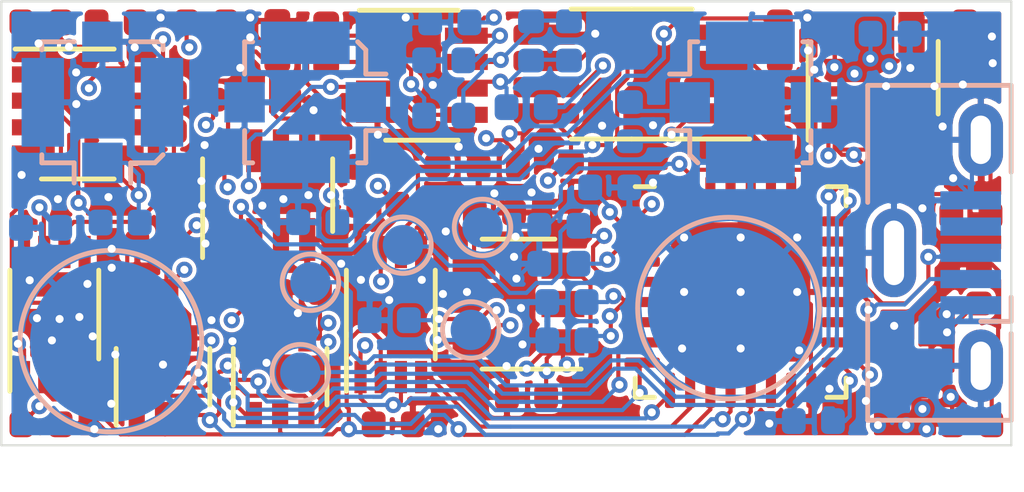
<source format=kicad_pcb>
(kicad_pcb (version 20171130) (host pcbnew "(5.1.5-0-10_14)")
  (layers (0 F.Cu signal) (1 In1.Cu power hide) (2 In2.Cu power hide) (31 B.Cu signal) (34 B.Paste user hide) (35 F.Paste user hide) (36 B.SilkS user) (37 F.SilkS user) (38 B.Mask user) (39 F.Mask user) (44 Edge.Cuts user))
  (net 0 "")
  (net 1 +3V3)
  (net 2 GND)
  (net 3 VBUS)
  (net 4 "Net-(C6-Pad1)")
  (net 5 "Net-(C11-Pad1)")
  (net 6 "Net-(C12-Pad1)")
  (net 7 +3.3VA)
  (net 8 "Net-(C20-Pad2)")
  (net 9 "Net-(C20-Pad1)")
  (net 10 "Net-(C22-Pad1)")
  (net 11 "Net-(C24-Pad1)")
  (net 12 /USB_DP)
  (net 13 "Net-(J1-Pad4)")
  (net 14 /USB_DM)
  (net 15 /SIGNAL_P)
  (net 16 /SIGNAL_N)
  (net 17 /DRIVE)
  (net 18 "Net-(R1-Pad1)")
  (net 19 "Net-(R1-Pad2)")
  (net 20 "Net-(R2-Pad1)")
  (net 21 "Net-(R3-Pad2)")
  (net 22 "Net-(R6-Pad1)")
  (net 23 "Net-(R7-Pad2)")
  (net 24 "Net-(R10-Pad2)")
  (net 25 "Net-(R10-Pad1)")
  (net 26 "Net-(R11-Pad2)")
  (net 27 "Net-(U3-Pad2)")
  (net 28 "Net-(U3-Pad3)")
  (net 29 "Net-(U3-Pad6)")
  (net 30 /ADC2_CS)
  (net 31 /ADC1_CS)
  (net 32 /DAC2_CS)
  (net 33 /DAC1_CS)
  (net 34 /SPI1_SCK)
  (net 35 /SPI1_MISO)
  (net 36 /SPI1_MOSI)
  (net 37 "Net-(U3-Pad14)")
  (net 38 "Net-(U3-Pad15)")
  (net 39 "Net-(U3-Pad18)")
  (net 40 "Net-(U3-Pad19)")
  (net 41 "Net-(U3-Pad20)")
  (net 42 "Net-(U3-Pad25)")
  (net 43 "Net-(U3-Pad26)")
  (net 44 "Net-(U3-Pad27)")
  (net 45 "Net-(U3-Pad28)")
  (net 46 "Net-(U3-Pad29)")
  (net 47 "Net-(U3-Pad30)")
  (net 48 "Net-(U11-Pad6)")
  (net 49 /Vmid)
  (net 50 /Vref)
  (net 51 "Net-(U6-Pad3)")
  (net 52 "Net-(C35-Pad1)")
  (net 53 /NRST)
  (net 54 /BOOT)
  (net 55 /SWDIO)
  (net 56 /SWDCLK)
  (module TestPoint:TestPoint_Pad_D1.0mm (layer B.Cu) (at 119.4 76.2)
    (fp_text reference TP3 hide)
    (fp_text value TestPoint)
    (pad 1 smd circle (at 0 0) (size 1 1) (layers B.Cu B.Mask) (net 56 /SWDCLK))
  )
  (module Package_TO_SOT_SMD:SOT-363_SC-70-6 (layer F.Cu) (at 118.9 76.3 90)
    (fp_text reference U8 hide)
    (fp_text value DAC7311IDCKR)
    (pad 1 smd rect (at -0.95 -0.65 90) (size 0.65 0.4) (layers F.Cu F.Paste F.Mask) (net 33 /DAC1_CS))
    (pad 3 smd rect (at -0.95 0.65 90) (size 0.65 0.4) (layers F.Cu F.Paste F.Mask) (net 36 /SPI1_MOSI))
    (pad 5 smd rect (at 0.95 0 90) (size 0.65 0.4) (layers F.Cu F.Paste F.Mask) (net 2 GND))
    (pad 2 smd rect (at -0.95 0 90) (size 0.65 0.4) (layers F.Cu F.Paste F.Mask) (net 34 /SPI1_SCK))
    (pad 4 smd rect (at 0.95 0.65 90) (size 0.65 0.4) (layers F.Cu F.Paste F.Mask) (net 7 +3.3VA))
    (pad 6 smd rect (at 0.95 -0.65 90) (size 0.65 0.4) (layers F.Cu F.Paste F.Mask) (net 51 "Net-(U6-Pad3)"))
  )
  (module Connector_USB:USB_Micro-B_Molex-105133-0001 (layer B.Cu) (at 135.17 73.23 90)
    (fp_text reference J1 hide)
    (fp_text value USB_B_Micro)
    (pad 3 smd rect (at 0 0.825 90) (size 0.45 1.5) (layers B.Cu B.Paste B.Mask) (net 12 /USB_DP))
    (pad 4 smd rect (at 0.65 0.825 90) (size 0.45 1.5) (layers B.Cu B.Paste B.Mask) (net 13 "Net-(J1-Pad4)"))
    (pad 2 smd rect (at -0.65 0.825 90) (size 0.45 1.5) (layers B.Cu B.Paste B.Mask) (net 14 /USB_DM))
    (pad 5 smd rect (at 1.3 0.825 90) (size 0.45 1.5) (layers B.Cu B.Paste B.Mask) (net 2 GND))
    (pad 1 smd rect (at -1.3 0.825 90) (size 0.45 1.5) (layers B.Cu B.Paste B.Mask) (net 4 "Net-(C6-Pad1)"))
    (pad 6 thru_hole oval (at -2.8 1.075 90) (size 1.8 1.1) (drill oval 1.2 0.5) (layers *.Cu *.Mask) (net 2 GND))
    (pad 6 thru_hole oval (at 2.8 1.075 90) (size 1.8 1.1) (drill oval 1.2 0.5) (layers *.Cu *.Mask) (net 2 GND))
    (pad 6 thru_hole oval (at 0 -1.075 90) (size 2.2 1.1) (drill oval 1.6 0.5) (layers *.Cu *.Mask) (net 2 GND))
  )
  (module Resistor_SMD:R_0402_1005Metric (layer B.Cu) (at 127.56 69.98 90)
    (fp_text reference R2 hide)
    (fp_text value 47k)
    (pad 2 smd roundrect (at 0.485 0 90) (size 0.59 0.64) (layers B.Cu B.Paste B.Mask) (net 15 /SIGNAL_P))
    (pad 1 smd roundrect (at -0.485 0 90) (size 0.59 0.64) (layers B.Cu B.Paste B.Mask) (net 20 "Net-(R2-Pad1)"))
  )
  (module Package_SO:MSOP-8_3x3mm_P0.65mm (layer F.Cu) (at 127.6 68.8 180)
    (fp_text reference U4 hide)
    (fp_text value AD8226ARMZ)
    (pad 1 smd roundrect (at -2.1125 -0.975 180) (size 1.625 0.5) (layers F.Cu F.Paste F.Mask) (net 20 "Net-(R2-Pad1)"))
    (pad 2 smd roundrect (at -2.1125 -0.325 180) (size 1.625 0.5) (layers F.Cu F.Paste F.Mask) (net 18 "Net-(R1-Pad1)"))
    (pad 3 smd roundrect (at -2.1125 0.325 180) (size 1.625 0.5) (layers F.Cu F.Paste F.Mask) (net 19 "Net-(R1-Pad2)"))
    (pad 4 smd roundrect (at -2.1125 0.975 180) (size 1.625 0.5) (layers F.Cu F.Paste F.Mask) (net 21 "Net-(R3-Pad2)"))
    (pad 5 smd roundrect (at 2.1125 0.975 180) (size 1.625 0.5) (layers F.Cu F.Paste F.Mask) (net 2 GND))
    (pad 6 smd roundrect (at 2.1125 0.325 180) (size 1.625 0.5) (layers F.Cu F.Paste F.Mask) (net 50 /Vref))
    (pad 7 smd roundrect (at 2.1125 -0.325 180) (size 1.625 0.5) (layers F.Cu F.Paste F.Mask) (net 23 "Net-(R7-Pad2)"))
    (pad 8 smd roundrect (at 2.1125 -0.975 180) (size 1.625 0.5) (layers F.Cu F.Paste F.Mask) (net 7 +3.3VA))
  )
  (module Package_SO:VSSOP-8_2.3x2mm_P0.5mm (layer F.Cu) (at 121.64 74.76 90)
    (fp_text reference U10 hide)
    (fp_text value ADS7042xDCU)
    (pad 8 smd rect (at 1.55 -0.75) (size 0.3 0.8) (layers F.Cu F.Paste F.Mask) (net 2 GND))
    (pad 7 smd rect (at 1.55 -0.25) (size 0.3 0.8) (layers F.Cu F.Paste F.Mask) (net 7 +3.3VA))
    (pad 6 smd rect (at 1.55 0.25) (size 0.3 0.8) (layers F.Cu F.Paste F.Mask) (net 11 "Net-(C24-Pad1)"))
    (pad 5 smd rect (at 1.55 0.75) (size 0.3 0.8) (layers F.Cu F.Paste F.Mask) (net 2 GND))
    (pad 4 smd rect (at -1.55 0.75) (size 0.3 0.8) (layers F.Cu F.Paste F.Mask) (net 31 /ADC1_CS))
    (pad 3 smd rect (at -1.55 0.25) (size 0.3 0.8) (layers F.Cu F.Paste F.Mask) (net 35 /SPI1_MISO))
    (pad 2 smd rect (at -1.55 -0.25) (size 0.3 0.8) (layers F.Cu F.Paste F.Mask) (net 34 /SPI1_SCK))
    (pad 1 smd rect (at -1.55 -0.75) (size 0.3 0.8) (layers F.Cu F.Paste F.Mask) (net 1 +3V3))
  )
  (module Capacitor_SMD:C_0402_1005Metric (layer F.Cu) (at 115.6 74.2 180)
    (fp_text reference C33 hide)
    (fp_text value 100nF)
    (pad 1 smd roundrect (at -0.485 0 180) (size 0.59 0.64) (layers F.Cu F.Paste F.Mask) (net 7 +3.3VA))
    (pad 2 smd roundrect (at 0.485 0 180) (size 0.59 0.64) (layers F.Cu F.Paste F.Mask) (net 2 GND))
  )
  (module Capacitor_SMD:C_0402_1005Metric (layer F.Cu) (at 134.4 71.3)
    (fp_text reference C2 hide)
    (fp_text value 1uF)
    (pad 1 smd roundrect (at -0.485 0) (size 0.59 0.64) (layers F.Cu F.Paste F.Mask) (net 3 VBUS))
    (pad 2 smd roundrect (at 0.485 0) (size 0.59 0.64) (layers F.Cu F.Paste F.Mask) (net 2 GND))
  )
  (module Capacitor_SMD:C_0402_1005Metric (layer F.Cu) (at 125 76.8 180)
    (fp_text reference C3 hide)
    (fp_text value 1uF)
    (pad 2 smd roundrect (at 0.485 0 180) (size 0.59 0.64) (layers F.Cu F.Paste F.Mask) (net 2 GND))
    (pad 1 smd roundrect (at -0.485 0 180) (size 0.59 0.64) (layers F.Cu F.Paste F.Mask) (net 3 VBUS))
  )
  (module Capacitor_SMD:C_0402_1005Metric (layer B.Cu) (at 132.1 77.4 180)
    (fp_text reference C4 hide)
    (fp_text value 100nF)
    (pad 2 smd roundrect (at 0.485 0 180) (size 0.59 0.64) (layers B.Cu B.Paste B.Mask) (net 2 GND))
    (pad 1 smd roundrect (at -0.485 0 180) (size 0.59 0.64) (layers B.Cu B.Paste B.Mask) (net 1 +3V3))
  )
  (module Capacitor_SMD:C_0402_1005Metric (layer F.Cu) (at 136.2 74 90)
    (fp_text reference C6 hide)
    (fp_text value 10nF)
    (pad 1 smd roundrect (at -0.485 0 90) (size 0.59 0.64) (layers F.Cu F.Paste F.Mask) (net 4 "Net-(C6-Pad1)"))
    (pad 2 smd roundrect (at 0.485 0 90) (size 0.59 0.64) (layers F.Cu F.Paste F.Mask) (net 2 GND))
  )
  (module Capacitor_SMD:C_0402_1005Metric (layer B.Cu) (at 126 75.4 180)
    (fp_text reference C7 hide)
    (fp_text value 1uF)
    (pad 1 smd roundrect (at -0.485 0 180) (size 0.59 0.64) (layers B.Cu B.Paste B.Mask) (net 1 +3V3))
    (pad 2 smd roundrect (at 0.485 0 180) (size 0.59 0.64) (layers B.Cu B.Paste B.Mask) (net 2 GND))
  )
  (module Capacitor_SMD:C_0402_1005Metric (layer F.Cu) (at 136.02 77.48)
    (fp_text reference C8 hide)
    (fp_text value 100nF)
    (pad 2 smd roundrect (at 0.485 0) (size 0.59 0.64) (layers F.Cu F.Paste F.Mask) (net 2 GND))
    (pad 1 smd roundrect (at -0.485 0) (size 0.59 0.64) (layers F.Cu F.Paste F.Mask) (net 3 VBUS))
  )
  (module Capacitor_SMD:C_0402_1005Metric (layer B.Cu) (at 126 74.45 180)
    (fp_text reference C9 hide)
    (fp_text value 10nF)
    (pad 2 smd roundrect (at 0.485 0 180) (size 0.59 0.64) (layers B.Cu B.Paste B.Mask) (net 2 GND))
    (pad 1 smd roundrect (at -0.485 0 180) (size 0.59 0.64) (layers B.Cu B.Paste B.Mask) (net 1 +3V3))
  )
  (module Capacitor_SMD:C_0402_1005Metric (layer F.Cu) (at 134.1 76.3 90)
    (fp_text reference C10 hide)
    (fp_text value 4.7uF)
    (pad 1 smd roundrect (at -0.485 0 90) (size 0.59 0.64) (layers F.Cu F.Paste F.Mask) (net 3 VBUS))
    (pad 2 smd roundrect (at 0.485 0 90) (size 0.59 0.64) (layers F.Cu F.Paste F.Mask) (net 2 GND))
  )
  (module Capacitor_SMD:C_0402_1005Metric (layer F.Cu) (at 135.85 67.98 270)
    (fp_text reference C11 hide)
    (fp_text value 100pF)
    (pad 1 smd roundrect (at -0.485 0 270) (size 0.59 0.64) (layers F.Cu F.Paste F.Mask) (net 5 "Net-(C11-Pad1)"))
    (pad 2 smd roundrect (at 0.485 0 270) (size 0.59 0.64) (layers F.Cu F.Paste F.Mask) (net 2 GND))
  )
  (module Capacitor_SMD:C_0402_1005Metric (layer F.Cu) (at 124.205 72.23)
    (fp_text reference C12 hide)
    (fp_text value 100pF)
    (pad 1 smd roundrect (at -0.485 0) (size 0.59 0.64) (layers F.Cu F.Paste F.Mask) (net 6 "Net-(C12-Pad1)"))
    (pad 2 smd roundrect (at 0.485 0) (size 0.59 0.64) (layers F.Cu F.Paste F.Mask) (net 2 GND))
  )
  (module Capacitor_SMD:C_0402_1005Metric (layer B.Cu) (at 134 67.8)
    (fp_text reference C13 hide)
    (fp_text value 2.2uF)
    (pad 2 smd roundrect (at 0.485 0) (size 0.59 0.64) (layers B.Cu B.Paste B.Mask) (net 2 GND))
    (pad 1 smd roundrect (at -0.485 0) (size 0.59 0.64) (layers B.Cu B.Paste B.Mask) (net 7 +3.3VA))
  )
  (module Capacitor_SMD:C_0402_1005Metric (layer F.Cu) (at 124.3 71.1 180)
    (fp_text reference C15 hide)
    (fp_text value 100nF)
    (pad 1 smd roundrect (at -0.485 0 180) (size 0.59 0.64) (layers F.Cu F.Paste F.Mask) (net 7 +3.3VA))
    (pad 2 smd roundrect (at 0.485 0 180) (size 0.59 0.64) (layers F.Cu F.Paste F.Mask) (net 2 GND))
  )
  (module Capacitor_SMD:C_0402_1005Metric (layer F.Cu) (at 126.1 71.48 270)
    (fp_text reference C16 hide)
    (fp_text value 10uF)
    (pad 2 smd roundrect (at 0.485 0 270) (size 0.59 0.64) (layers F.Cu F.Paste F.Mask) (net 2 GND))
    (pad 1 smd roundrect (at -0.485 0 270) (size 0.59 0.64) (layers F.Cu F.Paste F.Mask) (net 7 +3.3VA))
  )
  (module Capacitor_SMD:C_0402_1005Metric (layer F.Cu) (at 112.98 67.52 180)
    (fp_text reference C17 hide)
    (fp_text value 1uF)
    (pad 1 smd roundrect (at -0.485 0 180) (size 0.59 0.64) (layers F.Cu F.Paste F.Mask) (net 7 +3.3VA))
    (pad 2 smd roundrect (at 0.485 0 180) (size 0.59 0.64) (layers F.Cu F.Paste F.Mask) (net 2 GND))
  )
  (module Capacitor_SMD:C_0402_1005Metric (layer B.Cu) (at 122.95 68.46 180)
    (fp_text reference C18 hide)
    (fp_text value 1uF)
    (pad 2 smd roundrect (at 0.485 0 180) (size 0.59 0.64) (layers B.Cu B.Paste B.Mask) (net 2 GND))
    (pad 1 smd roundrect (at -0.485 0 180) (size 0.59 0.64) (layers B.Cu B.Paste B.Mask) (net 7 +3.3VA))
  )
  (module Capacitor_SMD:C_0402_1005Metric (layer F.Cu) (at 114.84 67.52)
    (fp_text reference C19 hide)
    (fp_text value 100nF)
    (pad 2 smd roundrect (at 0.485 0) (size 0.59 0.64) (layers F.Cu F.Paste F.Mask) (net 2 GND))
    (pad 1 smd roundrect (at -0.485 0) (size 0.59 0.64) (layers F.Cu F.Paste F.Mask) (net 7 +3.3VA))
  )
  (module Capacitor_SMD:C_0402_1005Metric (layer B.Cu) (at 126.05 67.98 270)
    (fp_text reference C20 hide)
    (fp_text value 560pF)
    (pad 2 smd roundrect (at 0.485 0 270) (size 0.59 0.64) (layers B.Cu B.Paste B.Mask) (net 8 "Net-(C20-Pad2)"))
    (pad 1 smd roundrect (at -0.485 0 270) (size 0.59 0.64) (layers B.Cu B.Paste B.Mask) (net 9 "Net-(C20-Pad1)"))
  )
  (module Capacitor_SMD:C_0402_1005Metric (layer B.Cu) (at 123.1 67.52 180)
    (fp_text reference C21 hide)
    (fp_text value 100nF)
    (pad 1 smd roundrect (at -0.485 0 180) (size 0.59 0.64) (layers B.Cu B.Paste B.Mask) (net 7 +3.3VA))
    (pad 2 smd roundrect (at 0.485 0 180) (size 0.59 0.64) (layers B.Cu B.Paste B.Mask) (net 2 GND))
  )
  (module Capacitor_SMD:C_0402_1005Metric (layer F.Cu) (at 116.3 71.6 270)
    (fp_text reference C22 hide)
    (fp_text value C)
    (pad 2 smd roundrect (at 0.485 0 270) (size 0.59 0.64) (layers F.Cu F.Paste F.Mask) (net 2 GND))
    (pad 1 smd roundrect (at -0.485 0 270) (size 0.59 0.64) (layers F.Cu F.Paste F.Mask) (net 10 "Net-(C22-Pad1)"))
  )
  (module Capacitor_SMD:C_0402_1005Metric (layer F.Cu) (at 117.24 68.95 90)
    (fp_text reference C23 hide)
    (fp_text value 1uF)
    (pad 2 smd roundrect (at 0.485 0 90) (size 0.59 0.64) (layers F.Cu F.Paste F.Mask) (net 2 GND))
    (pad 1 smd roundrect (at -0.485 0 90) (size 0.59 0.64) (layers F.Cu F.Paste F.Mask) (net 7 +3.3VA))
  )
  (module Capacitor_SMD:C_0402_1005Metric (layer F.Cu) (at 122.8 71.56 270)
    (fp_text reference C24 hide)
    (fp_text value C)
    (pad 2 smd roundrect (at 0.485 0 270) (size 0.59 0.64) (layers F.Cu F.Paste F.Mask) (net 2 GND))
    (pad 1 smd roundrect (at -0.485 0 270) (size 0.59 0.64) (layers F.Cu F.Paste F.Mask) (net 11 "Net-(C24-Pad1)"))
  )
  (module Capacitor_SMD:C_0402_1005Metric (layer F.Cu) (at 118.64 69.43)
    (fp_text reference C25 hide)
    (fp_text value 100nF)
    (pad 2 smd roundrect (at 0.485 0) (size 0.59 0.64) (layers F.Cu F.Paste F.Mask) (net 2 GND))
    (pad 1 smd roundrect (at -0.485 0) (size 0.59 0.64) (layers F.Cu F.Paste F.Mask) (net 7 +3.3VA))
  )
  (module Capacitor_SMD:C_0402_1005Metric (layer B.Cu) (at 112.97 72.61 180)
    (fp_text reference C27 hide)
    (fp_text value 1uF)
    (pad 1 smd roundrect (at -0.485 0 180) (size 0.59 0.64) (layers B.Cu B.Paste B.Mask) (net 7 +3.3VA))
    (pad 2 smd roundrect (at 0.485 0 180) (size 0.59 0.64) (layers B.Cu B.Paste B.Mask) (net 2 GND))
  )
  (module Capacitor_SMD:C_0402_1005Metric (layer F.Cu) (at 112.98 77.48)
    (fp_text reference C28 hide)
    (fp_text value 1uF)
    (pad 2 smd roundrect (at 0.485 0) (size 0.59 0.64) (layers F.Cu F.Paste F.Mask) (net 2 GND))
    (pad 1 smd roundrect (at -0.485 0) (size 0.59 0.64) (layers F.Cu F.Paste F.Mask) (net 1 +3V3))
  )
  (module Capacitor_SMD:C_0402_1005Metric (layer F.Cu) (at 117.485 74.2 180)
    (fp_text reference C29 hide)
    (fp_text value 1uF)
    (pad 2 smd roundrect (at 0.485 0 180) (size 0.59 0.64) (layers F.Cu F.Paste F.Mask) (net 2 GND))
    (pad 1 smd roundrect (at -0.485 0 180) (size 0.59 0.64) (layers F.Cu F.Paste F.Mask) (net 7 +3.3VA))
  )
  (module Capacitor_SMD:C_0402_1005Metric (layer F.Cu) (at 115.85 73 180)
    (fp_text reference C30 hide)
    (fp_text value 1uF)
    (pad 2 smd roundrect (at 0.485 0 180) (size 0.59 0.64) (layers F.Cu F.Paste F.Mask) (net 2 GND))
    (pad 1 smd roundrect (at -0.485 0 180) (size 0.59 0.64) (layers F.Cu F.Paste F.Mask) (net 7 +3.3VA))
  )
  (module Capacitor_SMD:C_0402_1005Metric (layer F.Cu) (at 121.32 72.04 180)
    (fp_text reference C31 hide)
    (fp_text value 1uF)
    (pad 2 smd roundrect (at 0.485 0 180) (size 0.59 0.64) (layers F.Cu F.Paste F.Mask) (net 2 GND))
    (pad 1 smd roundrect (at -0.485 0 180) (size 0.59 0.64) (layers F.Cu F.Paste F.Mask) (net 7 +3.3VA))
  )
  (module Capacitor_SMD:C_0402_1005Metric (layer F.Cu) (at 119.4 74.2 180)
    (fp_text reference C32 hide)
    (fp_text value 100nF)
    (pad 1 smd roundrect (at -0.485 0 180) (size 0.59 0.64) (layers F.Cu F.Paste F.Mask) (net 7 +3.3VA))
    (pad 2 smd roundrect (at 0.485 0 180) (size 0.59 0.64) (layers F.Cu F.Paste F.Mask) (net 2 GND))
  )
  (module Capacitor_SMD:C_0402_1005Metric (layer F.Cu) (at 121.7 77.48)
    (fp_text reference C34 hide)
    (fp_text value 1uF)
    (pad 2 smd roundrect (at 0.485 0) (size 0.59 0.64) (layers F.Cu F.Paste F.Mask) (net 2 GND))
    (pad 1 smd roundrect (at -0.485 0) (size 0.59 0.64) (layers F.Cu F.Paste F.Mask) (net 1 +3V3))
  )
  (module Connector_Coaxial:U.FL_Molex_MCRF_73412-0110_Vertical (layer B.Cu) (at 130.54 69.5 90)
    (fp_text reference J2 hide)
    (fp_text value Conn_Coaxial)
    (pad 1 smd rect (at 0 -1.5 90) (size 1 1) (layers B.Cu B.Paste B.Mask) (net 15 /SIGNAL_P))
    (pad 2 smd rect (at 0 1.5 90) (size 1 1) (layers B.Cu B.Paste B.Mask) (net 2 GND))
    (pad 2 smd rect (at 1.475 0 90) (size 1.05 2.2) (layers B.Cu B.Paste B.Mask) (net 2 GND))
    (pad 2 smd rect (at -1.475 0 90) (size 1.05 2.2) (layers B.Cu B.Paste B.Mask) (net 2 GND))
  )
  (module Connector_Coaxial:U.FL_Molex_MCRF_73412-0110_Vertical (layer B.Cu) (at 119.52 69.5 270)
    (fp_text reference J3 hide)
    (fp_text value Conn_Coaxial)
    (pad 2 smd rect (at -1.475 0 270) (size 1.05 2.2) (layers B.Cu B.Paste B.Mask) (net 2 GND))
    (pad 2 smd rect (at 1.475 0 270) (size 1.05 2.2) (layers B.Cu B.Paste B.Mask) (net 2 GND))
    (pad 2 smd rect (at 0 1.5 270) (size 1 1) (layers B.Cu B.Paste B.Mask) (net 2 GND))
    (pad 1 smd rect (at 0 -1.5 270) (size 1 1) (layers B.Cu B.Paste B.Mask) (net 16 /SIGNAL_N))
  )
  (module Connector_Coaxial:U.FL_Molex_MCRF_73412-0110_Vertical (layer B.Cu) (at 114.5 69.5 180)
    (fp_text reference J4 hide)
    (fp_text value Conn_Coaxial)
    (pad 2 smd rect (at -1.475 0 180) (size 1.05 2.2) (layers B.Cu B.Paste B.Mask) (net 2 GND))
    (pad 2 smd rect (at 1.475 0 180) (size 1.05 2.2) (layers B.Cu B.Paste B.Mask) (net 2 GND))
    (pad 2 smd rect (at 0 1.5 180) (size 1 1) (layers B.Cu B.Paste B.Mask) (net 2 GND))
    (pad 1 smd rect (at 0 -1.5 180) (size 1 1) (layers B.Cu B.Paste B.Mask) (net 17 /DRIVE))
  )
  (module Inductor_SMD:L_0201_0603Metric (layer F.Cu) (at 135 76.2 270)
    (fp_text reference L1 hide)
    (fp_text value L)
    (pad 2 smd roundrect (at 0.32 0 270) (size 0.46 0.4) (layers F.Cu F.Mask) (net 3 VBUS))
    (pad 1 smd roundrect (at -0.32 0 270) (size 0.46 0.4) (layers F.Cu F.Mask) (net 4 "Net-(C6-Pad1)"))
  )
  (module Resistor_SMD:R_0402_1005Metric (layer F.Cu) (at 131.27 69.89 90)
    (fp_text reference R1 hide)
    (fp_text value 750R)
    (pad 1 smd roundrect (at -0.485 0 90) (size 0.59 0.64) (layers F.Cu F.Paste F.Mask) (net 18 "Net-(R1-Pad1)"))
    (pad 2 smd roundrect (at 0.485 0 90) (size 0.59 0.64) (layers F.Cu F.Paste F.Mask) (net 19 "Net-(R1-Pad2)"))
  )
  (module Resistor_SMD:R_0402_1005Metric (layer F.Cu) (at 131.27 67.98 270)
    (fp_text reference R3 hide)
    (fp_text value 47k)
    (pad 1 smd roundrect (at -0.485 0 270) (size 0.59 0.64) (layers F.Cu F.Paste F.Mask) (net 16 /SIGNAL_N))
    (pad 2 smd roundrect (at 0.485 0 270) (size 0.59 0.64) (layers F.Cu F.Paste F.Mask) (net 21 "Net-(R3-Pad2)"))
  )
  (module Resistor_SMD:R_0402_1005Metric (layer F.Cu) (at 117.07 67.52)
    (fp_text reference R4 hide)
    (fp_text value 10k)
    (pad 2 smd roundrect (at 0.485 0) (size 0.59 0.64) (layers F.Cu F.Paste F.Mask) (net 52 "Net-(C35-Pad1)"))
    (pad 1 smd roundrect (at -0.485 0) (size 0.59 0.64) (layers F.Cu F.Paste F.Mask) (net 7 +3.3VA))
  )
  (module Resistor_SMD:R_0402_1005Metric (layer F.Cu) (at 118.83 67.97 90)
    (fp_text reference R5 hide)
    (fp_text value 10k)
    (pad 2 smd roundrect (at 0.485 0 90) (size 0.59 0.64) (layers F.Cu F.Paste F.Mask) (net 2 GND))
    (pad 1 smd roundrect (at -0.485 0 90) (size 0.59 0.64) (layers F.Cu F.Paste F.Mask) (net 52 "Net-(C35-Pad1)"))
  )
  (module Resistor_SMD:R_0402_1005Metric (layer B.Cu) (at 114.94 72.48)
    (fp_text reference R6 hide)
    (fp_text value 1M)
    (pad 2 smd roundrect (at 0.485 0) (size 0.59 0.64) (layers B.Cu B.Paste B.Mask) (net 17 /DRIVE))
    (pad 1 smd roundrect (at -0.485 0) (size 0.59 0.64) (layers B.Cu B.Paste B.Mask) (net 22 "Net-(R6-Pad1)"))
  )
  (module Resistor_SMD:R_0402_1005Metric (layer B.Cu) (at 124.99 69.62)
    (fp_text reference R7 hide)
    (fp_text value 100k)
    (pad 2 smd roundrect (at 0.485 0) (size 0.59 0.64) (layers B.Cu B.Paste B.Mask) (net 23 "Net-(R7-Pad2)"))
    (pad 1 smd roundrect (at -0.485 0) (size 0.59 0.64) (layers B.Cu B.Paste B.Mask) (net 8 "Net-(C20-Pad2)"))
  )
  (module Resistor_SMD:R_0402_1005Metric (layer B.Cu) (at 125.11 67.98 270)
    (fp_text reference R8 hide)
    (fp_text value 2.2M)
    (pad 1 smd roundrect (at -0.485 0 270) (size 0.59 0.64) (layers B.Cu B.Paste B.Mask) (net 9 "Net-(C20-Pad1)"))
    (pad 2 smd roundrect (at 0.485 0 270) (size 0.59 0.64) (layers B.Cu B.Paste B.Mask) (net 8 "Net-(C20-Pad2)"))
  )
  (module Resistor_SMD:R_0402_1005Metric (layer B.Cu) (at 122.95 69.83)
    (fp_text reference R9 hide)
    (fp_text value 10k)
    (pad 1 smd roundrect (at -0.485 0) (size 0.59 0.64) (layers B.Cu B.Paste B.Mask) (net 24 "Net-(R10-Pad2)"))
    (pad 2 smd roundrect (at 0.485 0) (size 0.59 0.64) (layers B.Cu B.Paste B.Mask) (net 9 "Net-(C20-Pad1)"))
  )
  (module Resistor_SMD:R_0402_1005Metric (layer F.Cu) (at 120.04 68.03 270)
    (fp_text reference R10 hide)
    (fp_text value 15k)
    (pad 2 smd roundrect (at 0.485 0 270) (size 0.59 0.64) (layers F.Cu F.Paste F.Mask) (net 24 "Net-(R10-Pad2)"))
    (pad 1 smd roundrect (at -0.485 0 270) (size 0.59 0.64) (layers F.Cu F.Paste F.Mask) (net 25 "Net-(R10-Pad1)"))
  )
  (module Resistor_SMD:R_0402_1005Metric (layer F.Cu) (at 116.27 69.73 90)
    (fp_text reference R11 hide)
    (fp_text value R)
    (pad 2 smd roundrect (at 0.485 0 90) (size 0.59 0.64) (layers F.Cu F.Paste F.Mask) (net 26 "Net-(R11-Pad2)"))
    (pad 1 smd roundrect (at -0.485 0 90) (size 0.59 0.64) (layers F.Cu F.Paste F.Mask) (net 10 "Net-(C22-Pad1)"))
  )
  (module Resistor_SMD:R_0402_1005Metric (layer F.Cu) (at 121.32 71.1 180)
    (fp_text reference R12 hide)
    (fp_text value R)
    (pad 1 smd roundrect (at -0.485 0 180) (size 0.59 0.64) (layers F.Cu F.Paste F.Mask) (net 11 "Net-(C24-Pad1)"))
    (pad 2 smd roundrect (at 0.485 0 180) (size 0.59 0.64) (layers F.Cu F.Paste F.Mask) (net 25 "Net-(R10-Pad1)"))
  )
  (module Package_TO_SOT_SMD:SOT-23-5 (layer F.Cu) (at 133.58 68.89 90)
    (fp_text reference U1 hide)
    (fp_text value AP2210K-3.3TRG1)
    (pad 5 smd rect (at 1.1 -0.95 90) (size 1.06 0.65) (layers F.Cu F.Paste F.Mask) (net 7 +3.3VA))
    (pad 4 smd rect (at 1.1 0.95 90) (size 1.06 0.65) (layers F.Cu F.Paste F.Mask) (net 5 "Net-(C11-Pad1)"))
    (pad 3 smd rect (at -1.1 0.95 90) (size 1.06 0.65) (layers F.Cu F.Paste F.Mask) (net 3 VBUS))
    (pad 2 smd rect (at -1.1 0 90) (size 1.06 0.65) (layers F.Cu F.Paste F.Mask) (net 2 GND))
    (pad 1 smd rect (at -1.1 -0.95 90) (size 1.06 0.65) (layers F.Cu F.Paste F.Mask) (net 3 VBUS))
  )
  (module Package_TO_SOT_SMD:SOT-23-5 (layer F.Cu) (at 124.8 74.5 180)
    (fp_text reference U2 hide)
    (fp_text value AP2210K-3.3TRG1)
    (pad 1 smd rect (at -1.1 -0.95 180) (size 1.06 0.65) (layers F.Cu F.Paste F.Mask) (net 3 VBUS))
    (pad 2 smd rect (at -1.1 0 180) (size 1.06 0.65) (layers F.Cu F.Paste F.Mask) (net 2 GND))
    (pad 3 smd rect (at -1.1 0.95 180) (size 1.06 0.65) (layers F.Cu F.Paste F.Mask) (net 3 VBUS))
    (pad 4 smd rect (at 1.1 0.95 180) (size 1.06 0.65) (layers F.Cu F.Paste F.Mask) (net 6 "Net-(C12-Pad1)"))
    (pad 5 smd rect (at 1.1 -0.95 180) (size 1.06 0.65) (layers F.Cu F.Paste F.Mask) (net 1 +3V3))
  )
  (module Package_DFN_QFN:QFN-32-1EP_5x5mm_P0.5mm_EP3.45x3.45mm (layer F.Cu) (at 130.3 74.2)
    (fp_text reference U3 hide)
    (fp_text value STM32L412kx)
    (pad 33 smd roundrect (at 0 0) (size 3.45 3.45) (layers F.Cu F.Mask) (roundrect_rratio 0.072464) (net 2 GND))
    (pad 1 smd roundrect (at -2.4375 -1.75) (size 0.875 0.25) (layers F.Cu F.Paste F.Mask) (net 1 +3V3))
    (pad 2 smd roundrect (at -2.4375 -1.25) (size 0.875 0.25) (layers F.Cu F.Paste F.Mask) (net 27 "Net-(U3-Pad2)"))
    (pad 3 smd roundrect (at -2.4375 -0.75) (size 0.875 0.25) (layers F.Cu F.Paste F.Mask) (net 28 "Net-(U3-Pad3)"))
    (pad 4 smd roundrect (at -2.4375 -0.25) (size 0.875 0.25) (layers F.Cu F.Paste F.Mask) (net 53 /NRST))
    (pad 5 smd roundrect (at -2.4375 0.25) (size 0.875 0.25) (layers F.Cu F.Paste F.Mask) (net 1 +3V3))
    (pad 6 smd roundrect (at -2.4375 0.75) (size 0.875 0.25) (layers F.Cu F.Paste F.Mask) (net 29 "Net-(U3-Pad6)"))
    (pad 7 smd roundrect (at -2.4375 1.25) (size 0.875 0.25) (layers F.Cu F.Paste F.Mask) (net 32 /DAC2_CS))
    (pad 8 smd roundrect (at -2.4375 1.75) (size 0.875 0.25) (layers F.Cu F.Paste F.Mask) (net 30 /ADC2_CS))
    (pad 9 smd roundrect (at -1.75 2.4375) (size 0.25 0.875) (layers F.Cu F.Paste F.Mask) (net 33 /DAC1_CS))
    (pad 10 smd roundrect (at -1.25 2.4375) (size 0.25 0.875) (layers F.Cu F.Paste F.Mask) (net 31 /ADC1_CS))
    (pad 11 smd roundrect (at -0.75 2.4375) (size 0.25 0.875) (layers F.Cu F.Paste F.Mask) (net 34 /SPI1_SCK))
    (pad 12 smd roundrect (at -0.25 2.4375) (size 0.25 0.875) (layers F.Cu F.Paste F.Mask) (net 35 /SPI1_MISO))
    (pad 13 smd roundrect (at 0.25 2.4375) (size 0.25 0.875) (layers F.Cu F.Paste F.Mask) (net 36 /SPI1_MOSI))
    (pad 14 smd roundrect (at 0.75 2.4375) (size 0.25 0.875) (layers F.Cu F.Paste F.Mask) (net 37 "Net-(U3-Pad14)"))
    (pad 15 smd roundrect (at 1.25 2.4375) (size 0.25 0.875) (layers F.Cu F.Paste F.Mask) (net 38 "Net-(U3-Pad15)"))
    (pad 16 smd roundrect (at 1.75 2.4375) (size 0.25 0.875) (layers F.Cu F.Paste F.Mask) (net 2 GND))
    (pad 17 smd roundrect (at 2.4375 1.75) (size 0.875 0.25) (layers F.Cu F.Paste F.Mask) (net 1 +3V3))
    (pad 18 smd roundrect (at 2.4375 1.25) (size 0.875 0.25) (layers F.Cu F.Paste F.Mask) (net 39 "Net-(U3-Pad18)"))
    (pad 19 smd roundrect (at 2.4375 0.75) (size 0.875 0.25) (layers F.Cu F.Paste F.Mask) (net 40 "Net-(U3-Pad19)"))
    (pad 20 smd roundrect (at 2.4375 0.25) (size 0.875 0.25) (layers F.Cu F.Paste F.Mask) (net 41 "Net-(U3-Pad20)"))
    (pad 21 smd roundrect (at 2.4375 -0.25) (size 0.875 0.25) (layers F.Cu F.Paste F.Mask) (net 14 /USB_DM))
    (pad 22 smd roundrect (at 2.4375 -0.75) (size 0.875 0.25) (layers F.Cu F.Paste F.Mask) (net 12 /USB_DP))
    (pad 23 smd roundrect (at 2.4375 -1.25) (size 0.875 0.25) (layers F.Cu F.Paste F.Mask) (net 55 /SWDIO))
    (pad 24 smd roundrect (at 2.4375 -1.75) (size 0.875 0.25) (layers F.Cu F.Paste F.Mask) (net 56 /SWDCLK))
    (pad 25 smd roundrect (at 1.75 -2.4375) (size 0.25 0.875) (layers F.Cu F.Paste F.Mask) (net 42 "Net-(U3-Pad25)"))
    (pad 26 smd roundrect (at 1.25 -2.4375) (size 0.25 0.875) (layers F.Cu F.Paste F.Mask) (net 43 "Net-(U3-Pad26)"))
    (pad 27 smd roundrect (at 0.75 -2.4375) (size 0.25 0.875) (layers F.Cu F.Paste F.Mask) (net 44 "Net-(U3-Pad27)"))
    (pad 28 smd roundrect (at 0.25 -2.4375) (size 0.25 0.875) (layers F.Cu F.Paste F.Mask) (net 45 "Net-(U3-Pad28)"))
    (pad 29 smd roundrect (at -0.25 -2.4375) (size 0.25 0.875) (layers F.Cu F.Paste F.Mask) (net 46 "Net-(U3-Pad29)"))
    (pad 30 smd roundrect (at -0.75 -2.4375) (size 0.25 0.875) (layers F.Cu F.Paste F.Mask) (net 47 "Net-(U3-Pad30)"))
    (pad 31 smd roundrect (at -1.25 -2.4375) (size 0.25 0.875) (layers F.Cu F.Paste F.Mask) (net 54 /BOOT))
    (pad 32 smd roundrect (at -1.75 -2.4375) (size 0.25 0.875) (layers F.Cu F.Paste F.Mask) (net 2 GND))
  )
  (module Package_TO_SOT_SMD:SOT-23-8 (layer F.Cu) (at 113.89 69.79)
    (fp_text reference U5 hide)
    (fp_text value LMV358A)
    (pad 1 smd rect (at -1.1 -0.98) (size 1.06 0.4) (layers F.Cu F.Paste F.Mask) (net 22 "Net-(R6-Pad1)"))
    (pad 2 smd rect (at -1.1 -0.33) (size 1.06 0.4) (layers F.Cu F.Paste F.Mask) (net 22 "Net-(R6-Pad1)"))
    (pad 3 smd rect (at -1.1 0.33) (size 1.06 0.4) (layers F.Cu F.Paste F.Mask) (net 48 "Net-(U11-Pad6)"))
    (pad 4 smd rect (at -1.1 0.98) (size 1.06 0.4) (layers F.Cu F.Paste F.Mask) (net 2 GND))
    (pad 5 smd rect (at 1.1 0.98) (size 1.06 0.4) (layers F.Cu F.Paste F.Mask) (net 17 /DRIVE))
    (pad 6 smd rect (at 1.1 0.33) (size 1.06 0.4) (layers F.Cu F.Paste F.Mask) (net 26 "Net-(R11-Pad2)"))
    (pad 7 smd rect (at 1.1 -0.33) (size 1.06 0.4) (layers F.Cu F.Paste F.Mask) (net 26 "Net-(R11-Pad2)"))
    (pad 8 smd rect (at 1.1 -0.98) (size 1.06 0.4) (layers F.Cu F.Paste F.Mask) (net 7 +3.3VA))
  )
  (module Package_TO_SOT_SMD:SOT-23-8 (layer F.Cu) (at 118.59 71.8 90)
    (fp_text reference U6 hide)
    (fp_text value LMV358A)
    (pad 1 smd rect (at -1.1 -0.98 90) (size 1.06 0.4) (layers F.Cu F.Paste F.Mask) (net 50 /Vref))
    (pad 2 smd rect (at -1.1 -0.33 90) (size 1.06 0.4) (layers F.Cu F.Paste F.Mask) (net 50 /Vref))
    (pad 3 smd rect (at -1.1 0.33 90) (size 1.06 0.4) (layers F.Cu F.Paste F.Mask) (net 51 "Net-(U6-Pad3)"))
    (pad 4 smd rect (at -1.1 0.98 90) (size 1.06 0.4) (layers F.Cu F.Paste F.Mask) (net 2 GND))
    (pad 5 smd rect (at 1.1 0.98 90) (size 1.06 0.4) (layers F.Cu F.Paste F.Mask) (net 52 "Net-(C35-Pad1)"))
    (pad 6 smd rect (at 1.1 0.33 90) (size 1.06 0.4) (layers F.Cu F.Paste F.Mask) (net 49 /Vmid))
    (pad 7 smd rect (at 1.1 -0.33 90) (size 1.06 0.4) (layers F.Cu F.Paste F.Mask) (net 49 /Vmid))
    (pad 8 smd rect (at 1.1 -0.98 90) (size 1.06 0.4) (layers F.Cu F.Paste F.Mask) (net 7 +3.3VA))
  )
  (module Package_TO_SOT_SMD:SOT-23-8 (layer F.Cu) (at 122.41 68.83)
    (fp_text reference U7 hide)
    (fp_text value LMV358A)
    (pad 8 smd rect (at 1.1 -0.98) (size 1.06 0.4) (layers F.Cu F.Paste F.Mask) (net 7 +3.3VA))
    (pad 7 smd rect (at 1.1 -0.33) (size 1.06 0.4) (layers F.Cu F.Paste F.Mask) (net 9 "Net-(C20-Pad1)"))
    (pad 6 smd rect (at 1.1 0.33) (size 1.06 0.4) (layers F.Cu F.Paste F.Mask) (net 8 "Net-(C20-Pad2)"))
    (pad 5 smd rect (at 1.1 0.98) (size 1.06 0.4) (layers F.Cu F.Paste F.Mask) (net 49 /Vmid))
    (pad 4 smd rect (at -1.1 0.98) (size 1.06 0.4) (layers F.Cu F.Paste F.Mask) (net 2 GND))
    (pad 3 smd rect (at -1.1 0.33) (size 1.06 0.4) (layers F.Cu F.Paste F.Mask) (net 49 /Vmid))
    (pad 2 smd rect (at -1.1 -0.33) (size 1.06 0.4) (layers F.Cu F.Paste F.Mask) (net 24 "Net-(R10-Pad2)"))
    (pad 1 smd rect (at -1.1 -0.98) (size 1.06 0.4) (layers F.Cu F.Paste F.Mask) (net 25 "Net-(R10-Pad1)"))
  )
  (module Package_SO:VSSOP-8_2.3x2mm_P0.5mm (layer F.Cu) (at 113.31 74.76 90)
    (fp_text reference U9 hide)
    (fp_text value ADS7042xDCU)
    (pad 8 smd rect (at 1.55 -0.75) (size 0.3 0.8) (layers F.Cu F.Paste F.Mask) (net 2 GND))
    (pad 7 smd rect (at 1.55 -0.25) (size 0.3 0.8) (layers F.Cu F.Paste F.Mask) (net 7 +3.3VA))
    (pad 6 smd rect (at 1.55 0.25) (size 0.3 0.8) (layers F.Cu F.Paste F.Mask) (net 10 "Net-(C22-Pad1)"))
    (pad 5 smd rect (at 1.55 0.75) (size 0.3 0.8) (layers F.Cu F.Paste F.Mask) (net 2 GND))
    (pad 4 smd rect (at -1.55 0.75) (size 0.3 0.8) (layers F.Cu F.Paste F.Mask) (net 30 /ADC2_CS))
    (pad 3 smd rect (at -1.55 0.25) (size 0.3 0.8) (layers F.Cu F.Paste F.Mask) (net 35 /SPI1_MISO))
    (pad 2 smd rect (at -1.55 -0.25) (size 0.3 0.8) (layers F.Cu F.Paste F.Mask) (net 34 /SPI1_SCK))
    (pad 1 smd rect (at -1.55 -0.75) (size 0.3 0.8) (layers F.Cu F.Paste F.Mask) (net 1 +3V3))
  )
  (module Package_TO_SOT_SMD:SOT-363_SC-70-6 (layer F.Cu) (at 116 76.3 90)
    (fp_text reference U11 hide)
    (fp_text value DAC7311IDCKR)
    (pad 6 smd rect (at 0.95 -0.65 90) (size 0.65 0.4) (layers F.Cu F.Paste F.Mask) (net 48 "Net-(U11-Pad6)"))
    (pad 4 smd rect (at 0.95 0.65 90) (size 0.65 0.4) (layers F.Cu F.Paste F.Mask) (net 7 +3.3VA))
    (pad 2 smd rect (at -0.95 0 90) (size 0.65 0.4) (layers F.Cu F.Paste F.Mask) (net 34 /SPI1_SCK))
    (pad 5 smd rect (at 0.95 0 90) (size 0.65 0.4) (layers F.Cu F.Paste F.Mask) (net 2 GND))
    (pad 3 smd rect (at -0.95 0.65 90) (size 0.65 0.4) (layers F.Cu F.Paste F.Mask) (net 36 /SPI1_MOSI))
    (pad 1 smd rect (at -0.95 -0.65 90) (size 0.65 0.4) (layers F.Cu F.Paste F.Mask) (net 32 /DAC2_CS))
  )
  (module Capacitor_SMD:C_0402_1005Metric (layer B.Cu) (at 125.8 73.5 180)
    (fp_text reference C1 hide)
    (fp_text value 4.7uF)
    (pad 1 smd roundrect (at -0.485 0 180) (size 0.59 0.64) (layers B.Cu B.Paste B.Mask) (net 1 +3V3))
    (pad 2 smd roundrect (at 0.485 0 180) (size 0.59 0.64) (layers B.Cu B.Paste B.Mask) (net 2 GND))
  )
  (module Capacitor_SMD:C_0402_1005Metric (layer B.Cu) (at 127.06 71.61)
    (fp_text reference C5 hide)
    (fp_text value 100nF)
    (pad 1 smd roundrect (at -0.485 0) (size 0.59 0.64) (layers B.Cu B.Paste B.Mask) (net 1 +3V3))
    (pad 2 smd roundrect (at 0.485 0) (size 0.59 0.64) (layers B.Cu B.Paste B.Mask) (net 2 GND))
  )
  (module TestPoint:TestPoint_Pad_D4.0mm (layer B.Cu) (at 114.71 75.42)
    (fp_text reference H1 hide)
    (fp_text value MountingHole_Pad)
    (pad 1 smd circle (at 0 0) (size 4 4) (layers B.Cu B.Mask) (net 2 GND))
  )
  (module Capacitor_SMD:C_0402_1005Metric (layer B.Cu) (at 121.6 74.9 180)
    (fp_text reference C14 hide)
    (fp_text value 2.2uF)
    (pad 1 smd roundrect (at -0.485 0 180) (size 0.59 0.64) (layers B.Cu B.Paste B.Mask) (net 1 +3V3))
    (pad 2 smd roundrect (at 0.485 0 180) (size 0.59 0.64) (layers B.Cu B.Paste B.Mask) (net 2 GND))
  )
  (module TestPoint:TestPoint_Pad_D4.0mm (layer B.Cu) (at 130 74.6)
    (fp_text reference H2 hide)
    (fp_text value MountingHole_Pad)
    (pad 1 smd circle (at 0 0) (size 4 4) (layers B.Cu B.Mask) (net 2 GND))
  )
  (module Capacitor_SMD:C_0402_1005Metric (layer B.Cu) (at 125.8 72.56 180)
    (fp_text reference C26 hide)
    (fp_text value 100nF)
    (pad 1 smd roundrect (at -0.485 0 180) (size 0.59 0.64) (layers B.Cu B.Paste B.Mask) (net 53 /NRST))
    (pad 2 smd roundrect (at 0.485 0 180) (size 0.59 0.64) (layers B.Cu B.Paste B.Mask) (net 2 GND))
  )
  (module Resistor_SMD:R_0402_1005Metric (layer F.Cu) (at 136 72.3)
    (fp_text reference R13 hide)
    (fp_text value 10k)
    (pad 2 smd roundrect (at 0.485 0) (size 0.59 0.64) (layers F.Cu F.Paste F.Mask) (net 2 GND))
    (pad 1 smd roundrect (at -0.485 0) (size 0.59 0.64) (layers F.Cu F.Paste F.Mask) (net 54 /BOOT))
  )
  (module TestPoint:TestPoint_Pad_D1.0mm (layer B.Cu) (at 123.91 72.6)
    (fp_text reference TP1 hide)
    (fp_text value TestPoint)
    (pad 1 smd circle (at 0 0) (size 1 1) (layers B.Cu B.Mask) (net 54 /BOOT))
  )
  (module TestPoint:TestPoint_Pad_D1.0mm (layer B.Cu) (at 119.65 73.96)
    (fp_text reference TP2 hide)
    (fp_text value TestPoint)
    (pad 1 smd circle (at 0 0) (size 1 1) (layers B.Cu B.Mask) (net 55 /SWDIO))
  )
  (module TestPoint:TestPoint_Pad_D1.0mm (layer B.Cu) (at 121.94 73.04)
    (fp_text reference TP4 hide)
    (fp_text value TestPoint)
    (pad 1 smd circle (at 0 0) (size 1 1) (layers B.Cu B.Mask) (net 53 /NRST))
  )
  (module Capacitor_SMD:C_0402_1005Metric (layer B.Cu) (at 119.83 72.47 180)
    (fp_text reference C35 hide)
    (fp_text value 1uF)
    (pad 2 smd roundrect (at 0.485 0 180) (size 0.59 0.64) (layers B.Cu B.Paste B.Mask) (net 2 GND))
    (pad 1 smd roundrect (at -0.485 0 180) (size 0.59 0.64) (layers B.Cu B.Paste B.Mask) (net 52 "Net-(C35-Pad1)"))
  )
  (module TestPoint:TestPoint_Pad_D1.0mm (layer B.Cu) (at 123.62 75.14)
    (fp_text reference TP5 hide)
    (fp_text value TestPoint)
    (pad 1 smd circle (at 0 0) (size 1 1) (layers B.Cu B.Mask) (net 1 +3V3))
  )
  (gr_line (start 137 67) (end 112 67) (layer Edge.Cuts) (width 0.05))
  (gr_line (start 137 78) (end 137 67) (layer Edge.Cuts) (width 0.05))
  (gr_line (start 112 78) (end 137 78) (layer Edge.Cuts) (width 0.05))
  (gr_line (start 112 67) (end 112 78) (layer Edge.Cuts) (width 0.05))
  (segment (start 112.515 77.5) (end 112.515 77.485) (width 0.102) (layer F.Cu) (net 1))
  (segment (start 112.515 76.285) (end 112.55 76.25) (width 0.102) (layer F.Cu) (net 1))
  (segment (start 112.515 77.5) (end 112.515 76.285) (width 0.102) (layer F.Cu) (net 1))
  (via (at 112.94 77.03) (size 0.4) (drill 0.2) (layers F.Cu B.Cu) (net 1))
  (segment (start 112.495 77.475) (end 112.94 77.03) (width 0.102) (layer F.Cu) (net 1))
  (segment (start 112.495 77.48) (end 112.495 77.475) (width 0.102) (layer F.Cu) (net 1))
  (segment (start 120.89 75.61) (end 120.9 75.6) (width 0.102) (layer F.Cu) (net 1))
  (segment (start 120.89 76.31) (end 120.89 75.61) (width 0.102) (layer F.Cu) (net 1))
  (via (at 133.5 76.25) (size 0.4) (drill 0.2) (layers F.Cu B.Cu) (net 1))
  (segment (start 133.2 75.95) (end 133.5 76.25) (width 0.102) (layer F.Cu) (net 1))
  (segment (start 132.7375 75.95) (end 133.2 75.95) (width 0.102) (layer F.Cu) (net 1))
  (via (at 127 73.4) (size 0.4) (drill 0.2) (layers F.Cu B.Cu) (net 1))
  (segment (start 126.9 73.5) (end 127 73.4) (width 0.102) (layer B.Cu) (net 1))
  (segment (start 126.285 73.5) (end 126.9 73.5) (width 0.102) (layer B.Cu) (net 1))
  (segment (start 132.4 77.085) (end 132.585 77.085) (width 0.102) (layer B.Cu) (net 1))
  (segment (start 133 77.28) (end 133 76.4) (width 0.102) (layer B.Cu) (net 1))
  (via (at 133 76.4) (size 0.4) (drill 0.2) (layers F.Cu B.Cu) (net 1))
  (segment (start 132.88 77.4) (end 133 77.28) (width 0.102) (layer B.Cu) (net 1))
  (segment (start 132.585 77.4) (end 132.88 77.4) (width 0.102) (layer B.Cu) (net 1))
  (segment (start 133 76.2125) (end 132.7375 75.95) (width 0.102) (layer F.Cu) (net 1))
  (segment (start 133 76.4) (end 133 76.2125) (width 0.102) (layer F.Cu) (net 1))
  (segment (start 127 73.4) (end 127.27199 73.12801) (width 0.102) (layer F.Cu) (net 1))
  (segment (start 127.425 72.45) (end 127.8625 72.45) (width 0.102) (layer F.Cu) (net 1))
  (segment (start 127.27199 72.60301) (end 127.425 72.45) (width 0.102) (layer F.Cu) (net 1))
  (segment (start 127.27199 73.12801) (end 127.27199 72.60301) (width 0.102) (layer F.Cu) (net 1))
  (via (at 122.8 75.389909) (size 0.4) (drill 0.2) (layers F.Cu B.Cu) (net 1))
  (segment (start 122.860091 75.45) (end 122.8 75.389909) (width 0.102) (layer F.Cu) (net 1))
  (segment (start 123.7 75.45) (end 122.860091 75.45) (width 0.102) (layer F.Cu) (net 1))
  (via (at 124.6 75.025) (size 0.4) (drill 0.2) (layers F.Cu B.Cu) (net 1))
  (segment (start 124.598 75.023) (end 124.6 75.025) (width 0.102) (layer F.Cu) (net 1))
  (segment (start 124.332 75.023) (end 124.598 75.023) (width 0.102) (layer F.Cu) (net 1))
  (segment (start 123.905 75.45) (end 124.332 75.023) (width 0.102) (layer F.Cu) (net 1))
  (segment (start 123.7 75.45) (end 123.905 75.45) (width 0.102) (layer F.Cu) (net 1))
  (segment (start 120.89 76.812) (end 120.89 76.31) (width 0.102) (layer F.Cu) (net 1))
  (segment (start 120.89 76.835) (end 120.89 76.812) (width 0.102) (layer F.Cu) (net 1))
  (segment (start 121.215 77.16) (end 120.89 76.835) (width 0.102) (layer F.Cu) (net 1))
  (segment (start 121.215 77.48) (end 121.215 77.16) (width 0.102) (layer F.Cu) (net 1))
  (segment (start 120.913224 75.61) (end 120.958209 75.565015) (width 0.102) (layer F.Cu) (net 1))
  (segment (start 120.89 75.61) (end 120.913224 75.61) (width 0.102) (layer F.Cu) (net 1))
  (via (at 121.001636 75.523189) (size 0.4) (drill 0.2) (layers F.Cu B.Cu) (net 1))
  (segment (start 120.95981 75.565015) (end 121.001636 75.523189) (width 0.102) (layer F.Cu) (net 1))
  (segment (start 120.958209 75.565015) (end 120.95981 75.565015) (width 0.102) (layer F.Cu) (net 1))
  (segment (start 112.56 75.78) (end 112.38 75.6) (width 0.102) (layer F.Cu) (net 1))
  (segment (start 112.56 76.31) (end 112.56 75.78) (width 0.102) (layer F.Cu) (net 1))
  (segment (start 112.56 75.634464) (end 112.408869 75.483333) (width 0.102) (layer F.Cu) (net 1))
  (via (at 112.408869 75.483333) (size 0.4) (drill 0.2) (layers F.Cu B.Cu) (net 1))
  (segment (start 112.56 76.31) (end 112.56 75.634464) (width 0.102) (layer F.Cu) (net 1))
  (via (at 128.1 72.02) (size 0.4) (drill 0.2) (layers F.Cu B.Cu) (net 1))
  (segment (start 127.8625 72.2575) (end 128.1 72.02) (width 0.102) (layer F.Cu) (net 1))
  (segment (start 127.8625 72.45) (end 127.8625 72.2575) (width 0.102) (layer F.Cu) (net 1))
  (via (at 127.06 72.22) (size 0.4) (drill 0.2) (layers F.Cu B.Cu) (net 1))
  (segment (start 127.29 72.45) (end 127.06 72.22) (width 0.102) (layer F.Cu) (net 1))
  (segment (start 127.8625 72.45) (end 127.29 72.45) (width 0.102) (layer F.Cu) (net 1))
  (segment (start 127.06 72.095) (end 126.575 71.61) (width 0.102) (layer B.Cu) (net 1))
  (segment (start 127.06 72.22) (end 127.06 72.095) (width 0.102) (layer B.Cu) (net 1))
  (via (at 127.151206 74.303) (size 0.4) (drill 0.2) (layers F.Cu B.Cu) (net 1))
  (segment (start 127.45599 74.45) (end 127.16 74.15401) (width 0.102) (layer F.Cu) (net 1))
  (segment (start 127.8625 74.45) (end 127.45599 74.45) (width 0.102) (layer F.Cu) (net 1))
  (segment (start 127.085249 74.789751) (end 127.085249 75.290532) (width 0.102) (layer F.Cu) (net 1))
  (segment (start 127.425 74.45) (end 127.085249 74.789751) (width 0.102) (layer F.Cu) (net 1))
  (via (at 127.085249 75.290532) (size 0.4) (drill 0.2) (layers F.Cu B.Cu) (net 1))
  (segment (start 127.8625 74.45) (end 127.425 74.45) (width 0.102) (layer F.Cu) (net 1))
  (segment (start 126.594468 75.290532) (end 126.485 75.4) (width 0.102) (layer B.Cu) (net 1))
  (segment (start 127.085249 75.290532) (end 126.594468 75.290532) (width 0.102) (layer B.Cu) (net 1))
  (segment (start 127.004206 74.45) (end 127.151206 74.303) (width 0.102) (layer B.Cu) (net 1))
  (segment (start 126.485 74.45) (end 127.004206 74.45) (width 0.102) (layer B.Cu) (net 1))
  (via (at 127.063043 74.798409) (size 0.4) (drill 0.2) (layers F.Cu B.Cu) (net 1))
  (segment (start 127.411452 74.45) (end 127.063043 74.798409) (width 0.102) (layer F.Cu) (net 1))
  (segment (start 127.8625 74.45) (end 127.411452 74.45) (width 0.102) (layer F.Cu) (net 1))
  (via (at 124.26 74.65) (size 0.4) (drill 0.2) (layers F.Cu B.Cu) (net 1))
  (segment (start 124.073 74.65) (end 124.26 74.65) (width 0.102) (layer F.Cu) (net 1))
  (segment (start 123.7 75.023) (end 124.073 74.65) (width 0.102) (layer F.Cu) (net 1))
  (via (at 122.83 74.87) (size 0.4) (drill 0.2) (layers F.Cu B.Cu) (net 1))
  (segment (start 122.8 74.9) (end 122.83 74.87) (width 0.102) (layer B.Cu) (net 1))
  (segment (start 122.085 74.9) (end 122.8 74.9) (width 0.102) (layer B.Cu) (net 1))
  (segment (start 123.7 75.023) (end 123.7 75.45) (width 0.102) (layer F.Cu) (net 1))
  (segment (start 123.547 74.87) (end 123.7 75.023) (width 0.102) (layer F.Cu) (net 1))
  (segment (start 122.83 74.87) (end 123.547 74.87) (width 0.102) (layer F.Cu) (net 1))
  (segment (start 123.370091 75.389909) (end 123.62 75.14) (width 0.102) (layer B.Cu) (net 1))
  (segment (start 122.8 75.389909) (end 123.370091 75.389909) (width 0.102) (layer B.Cu) (net 1))
  (via (at 114.72 76.97) (size 0.4) (drill 0.2) (layers F.Cu B.Cu) (net 2))
  (via (at 112.88 74.85) (size 0.4) (drill 0.2) (layers F.Cu B.Cu) (net 2))
  (via (at 113.44 74.87) (size 0.4) (drill 0.2) (layers F.Cu B.Cu) (net 2))
  (via (at 114.26 75.3) (size 0.4) (drill 0.2) (layers F.Cu B.Cu) (net 2))
  (via (at 113.25 75.4) (size 0.4) (drill 0.2) (layers F.Cu B.Cu) (net 2))
  (via (at 114.82 75.75) (size 0.4) (drill 0.2) (layers F.Cu B.Cu) (net 2))
  (via (at 113.93 74.82) (size 0.4) (drill 0.2) (layers F.Cu B.Cu) (net 2))
  (via (at 128.9 72.85) (size 0.4) (drill 0.2) (layers F.Cu B.Cu) (net 2))
  (via (at 113.4 71.9) (size 0.4) (drill 0.2) (layers F.Cu B.Cu) (net 2))
  (via (at 114.65 71.85) (size 0.4) (drill 0.2) (layers F.Cu B.Cu) (net 2))
  (segment (start 117 74.7) (end 117.2 74.9) (width 0.102) (layer F.Cu) (net 2))
  (via (at 117.2 74.9) (size 0.4) (drill 0.2) (layers F.Cu B.Cu) (net 2))
  (segment (start 117 74.2) (end 117 74.7) (width 0.102) (layer F.Cu) (net 2))
  (segment (start 115.277 74.2) (end 115.115 74.2) (width 0.102) (layer F.Cu) (net 2))
  (segment (start 116 74.923) (end 115.277 74.2) (width 0.102) (layer F.Cu) (net 2))
  (segment (start 116 75.35) (end 116 74.923) (width 0.102) (layer F.Cu) (net 2))
  (via (at 116 76) (size 0.4) (drill 0.2) (layers F.Cu B.Cu) (net 2))
  (segment (start 116 75.35) (end 116 76) (width 0.102) (layer F.Cu) (net 2))
  (segment (start 122.185 77.48) (end 122.18 77.48) (width 0.102) (layer F.Cu) (net 2))
  (segment (start 120.89 72.095) (end 120.835 72.04) (width 0.102) (layer F.Cu) (net 2))
  (segment (start 120.89 73.21) (end 120.89 72.095) (width 0.102) (layer F.Cu) (net 2))
  (via (at 120.9 73.9) (size 0.4) (drill 0.2) (layers F.Cu B.Cu) (net 2))
  (segment (start 120.89 73.89) (end 120.9 73.9) (width 0.102) (layer F.Cu) (net 2))
  (segment (start 120.89 73.21) (end 120.89 73.89) (width 0.102) (layer F.Cu) (net 2))
  (via (at 125.29599 70.653) (size 0.4) (drill 0.2) (layers F.Cu B.Cu) (net 2))
  (segment (start 125.29599 70.50401) (end 125.2 70.6) (width 0.102) (layer B.Cu) (net 2))
  (segment (start 126.036004 70.50401) (end 125.29599 70.50401) (width 0.102) (layer B.Cu) (net 2))
  (segment (start 125.584503 70.50401) (end 126.15397 70.50401) (width 0.102) (layer B.Cu) (net 2))
  (segment (start 125.605498 70.51599) (end 126.024024 70.51599) (width 0.102) (layer B.Cu) (net 2))
  (segment (start 126.853945 70.20701) (end 126.853945 70.20701) (width 0.102) (layer B.Cu) (net 2))
  (segment (start 126.024024 70.51599) (end 126.036004 70.50401) (width 0.102) (layer B.Cu) (net 2))
  (segment (start 126.15397 70.50401) (end 126.45097 70.20701) (width 0.102) (layer B.Cu) (net 2))
  (segment (start 126.45097 70.20701) (end 126.853945 70.20701) (width 0.102) (layer B.Cu) (net 2))
  (segment (start 119.52 70.975) (end 119.52 70.89) (width 0.102) (layer B.Cu) (net 2))
  (segment (start 119.52 70.89) (end 119.5 70.91) (width 0.102) (layer B.Cu) (net 2))
  (segment (start 118.915 74.2) (end 118.9 74.2) (width 0.102) (layer F.Cu) (net 2))
  (via (at 116.97 72.06) (size 0.4) (drill 0.2) (layers F.Cu B.Cu) (net 2))
  (segment (start 116.945 72.085) (end 116.97 72.06) (width 0.102) (layer F.Cu) (net 2))
  (segment (start 116.3 72.085) (end 116.945 72.085) (width 0.102) (layer F.Cu) (net 2))
  (segment (start 115.115 73.25) (end 115.365 73) (width 0.102) (layer F.Cu) (net 2))
  (segment (start 115.115 74.2) (end 115.115 73.25) (width 0.102) (layer F.Cu) (net 2))
  (via (at 114.73 73.6) (size 0.4) (drill 0.2) (layers F.Cu B.Cu) (net 2))
  (segment (start 115.115 73.985) (end 114.73 73.6) (width 0.102) (layer F.Cu) (net 2))
  (segment (start 115.115 74.2) (end 115.115 73.985) (width 0.102) (layer F.Cu) (net 2))
  (segment (start 114.05 73.920768) (end 114.129616 74.000384) (width 0.102) (layer F.Cu) (net 2))
  (via (at 114.129616 74.000384) (size 0.4) (drill 0.2) (layers F.Cu B.Cu) (net 2))
  (segment (start 114.05 73.21) (end 114.05 73.920768) (width 0.102) (layer F.Cu) (net 2))
  (segment (start 119.52 70.975) (end 119.625 70.975) (width 0.102) (layer B.Cu) (net 2))
  (via (at 132 70.65) (size 0.4) (drill 0.2) (layers F.Cu B.Cu) (net 2))
  (segment (start 132 70.677) (end 132 70.65) (width 0.102) (layer B.Cu) (net 2))
  (segment (start 131.702 70.975) (end 132 70.677) (width 0.102) (layer B.Cu) (net 2))
  (segment (start 130.5 70.975) (end 131.702 70.975) (width 0.102) (layer B.Cu) (net 2))
  (segment (start 136.025 70.68) (end 136.275 70.43) (width 0.102) (layer B.Cu) (net 2))
  (segment (start 136.025 71.93) (end 136.025 70.68) (width 0.102) (layer B.Cu) (net 2))
  (segment (start 136.515 76.27) (end 136.275 76.03) (width 0.102) (layer F.Cu) (net 2))
  (segment (start 136.515 77.49) (end 136.515 76.27) (width 0.102) (layer F.Cu) (net 2))
  (segment (start 132.015 74.49) (end 130.29 74.49) (width 0.102) (layer F.Cu) (net 2))
  (segment (start 132.04 74.515) (end 132.015 74.49) (width 0.102) (layer F.Cu) (net 2))
  (segment (start 132.04 76.9275) (end 132.04 74.515) (width 0.102) (layer F.Cu) (net 2))
  (segment (start 132.04 76.9275) (end 132.04 76.49) (width 0.102) (layer F.Cu) (net 2))
  (segment (start 122.39 73.21) (end 122.39 73.39) (width 0.102) (layer F.Cu) (net 2))
  (via (at 122.406009 73.9) (size 0.4) (drill 0.2) (layers F.Cu B.Cu) (net 2))
  (segment (start 122.39 73.883991) (end 122.406009 73.9) (width 0.102) (layer F.Cu) (net 2))
  (segment (start 122.39 73.21) (end 122.39 73.883991) (width 0.102) (layer F.Cu) (net 2))
  (segment (start 125.315 72.815) (end 125.3 72.8) (width 0.102) (layer B.Cu) (net 2))
  (segment (start 132.095 76.6) (end 132.5 76.6) (width 0.102) (layer B.Cu) (net 2))
  (segment (start 131.615 77.08) (end 132.095 76.6) (width 0.102) (layer B.Cu) (net 2))
  (via (at 132.5 76.6) (size 0.4) (drill 0.2) (layers F.Cu B.Cu) (net 2))
  (segment (start 131.615 77.4) (end 131.615 77.08) (width 0.102) (layer B.Cu) (net 2))
  (segment (start 132.0875 76.6) (end 132.05 76.6375) (width 0.102) (layer F.Cu) (net 2))
  (segment (start 132.5 76.6) (end 132.0875 76.6) (width 0.102) (layer F.Cu) (net 2))
  (via (at 121.6 74.4) (size 0.4) (drill 0.2) (layers F.Cu B.Cu) (net 2))
  (segment (start 121.115 74.885) (end 121.6 74.4) (width 0.102) (layer B.Cu) (net 2))
  (segment (start 121.115 74.9) (end 121.115 74.885) (width 0.102) (layer B.Cu) (net 2))
  (via (at 134.1 75.04002) (size 0.4) (drill 0.2) (layers F.Cu B.Cu) (net 2))
  (segment (start 134.1 75.815) (end 134.1 75.04002) (width 0.102) (layer F.Cu) (net 2))
  (via (at 123 72.7) (size 0.4) (drill 0.2) (layers F.Cu B.Cu) (net 2))
  (segment (start 122.8 72.5) (end 123 72.7) (width 0.102) (layer F.Cu) (net 2))
  (segment (start 122.8 72.045) (end 122.8 72.5) (width 0.102) (layer F.Cu) (net 2))
  (via (at 114.73 73.13) (size 0.4) (drill 0.2) (layers F.Cu B.Cu) (net 2))
  (segment (start 114.86 73) (end 114.73 73.13) (width 0.102) (layer F.Cu) (net 2))
  (segment (start 115.365 73) (end 114.86 73) (width 0.102) (layer F.Cu) (net 2))
  (segment (start 133.58 69.358) (end 133.58 69.99) (width 0.102) (layer F.Cu) (net 2))
  (segment (start 134.293001 69.306999) (end 133.631001 69.306999) (width 0.102) (layer F.Cu) (net 2))
  (segment (start 133.631001 69.306999) (end 133.58 69.358) (width 0.102) (layer F.Cu) (net 2))
  (segment (start 135.195 68.405) (end 134.293001 69.306999) (width 0.102) (layer F.Cu) (net 2))
  (segment (start 135.85 68.405) (end 135.195 68.405) (width 0.102) (layer F.Cu) (net 2))
  (segment (start 118.915 75.335) (end 118.9 75.35) (width 0.102) (layer F.Cu) (net 2))
  (segment (start 118.915 74.2) (end 118.915 75.335) (width 0.102) (layer F.Cu) (net 2))
  (via (at 118.56216 75.955401) (size 0.4) (drill 0.2) (layers F.Cu B.Cu) (net 2))
  (segment (start 118.9 75.5) (end 118.5 75.9) (width 0.102) (layer F.Cu) (net 2))
  (segment (start 118.9 75.35) (end 118.9 75.5) (width 0.102) (layer F.Cu) (net 2))
  (segment (start 118.555401 75.955401) (end 118.56216 75.955401) (width 0.102) (layer B.Cu) (net 2))
  (segment (start 118.5 75.9) (end 118.555401 75.955401) (width 0.102) (layer B.Cu) (net 2))
  (via (at 116.95 71.45) (size 0.4) (drill 0.2) (layers F.Cu B.Cu) (net 2))
  (via (at 123.525 74.2) (size 0.4) (drill 0.2) (layers F.Cu B.Cu) (net 2))
  (via (at 117.05 73) (size 0.4) (drill 0.2) (layers F.Cu B.Cu) (net 2))
  (via (at 133.9 69.1) (size 0.4) (drill 0.2) (layers F.Cu B.Cu) (net 2))
  (segment (start 133.838 69.1) (end 133.9 69.1) (width 0.102) (layer F.Cu) (net 2))
  (segment (start 133.58 69.358) (end 133.838 69.1) (width 0.102) (layer F.Cu) (net 2))
  (via (at 133.4 76.9) (size 0.4) (drill 0.2) (layers F.Cu B.Cu) (net 2))
  (via (at 131.7 72.85) (size 0.4) (drill 0.2) (layers F.Cu B.Cu) (net 2))
  (via (at 128.85 75.6) (size 0.4) (drill 0.2) (layers F.Cu B.Cu) (net 2))
  (via (at 131.75 75.65) (size 0.4) (drill 0.2) (layers F.Cu B.Cu) (net 2))
  (via (at 131.7 74.2) (size 0.4) (drill 0.2) (layers F.Cu B.Cu) (net 2))
  (via (at 128.9 74.2) (size 0.4) (drill 0.2) (layers F.Cu B.Cu) (net 2))
  (via (at 130.3 72.85) (size 0.4) (drill 0.2) (layers F.Cu B.Cu) (net 2))
  (via (at 130.3 75.6) (size 0.4) (drill 0.2) (layers F.Cu B.Cu) (net 2))
  (via (at 122.93 74.25) (size 0.4) (drill 0.2) (layers F.Cu B.Cu) (net 2))
  (via (at 126.7 67.8) (size 0.4) (drill 0.2) (layers F.Cu B.Cu) (net 2))
  (segment (start 125.4875 67.825) (end 126.675 67.825) (width 0.102) (layer F.Cu) (net 2))
  (segment (start 126.675 67.825) (end 126.7 67.8) (width 0.102) (layer F.Cu) (net 2))
  (segment (start 124.785 72.04) (end 124.74 72.04) (width 0.102) (layer F.Cu) (net 2))
  (via (at 124.75 73.87) (size 0.4) (drill 0.2) (layers F.Cu B.Cu) (net 2))
  (segment (start 125.12 73.5) (end 124.75 73.87) (width 0.102) (layer B.Cu) (net 2))
  (segment (start 125.315 73.5) (end 125.12 73.5) (width 0.102) (layer B.Cu) (net 2))
  (via (at 124.862461 74.597074) (size 0.4) (drill 0.2) (layers F.Cu B.Cu) (net 2))
  (segment (start 125.009535 74.45) (end 124.862461 74.597074) (width 0.102) (layer B.Cu) (net 2))
  (segment (start 125.515 74.45) (end 125.009535 74.45) (width 0.102) (layer B.Cu) (net 2))
  (segment (start 125.802926 74.597074) (end 125.9 74.5) (width 0.102) (layer F.Cu) (net 2))
  (segment (start 124.862461 74.597074) (end 125.802926 74.597074) (width 0.102) (layer F.Cu) (net 2))
  (via (at 124.69 73.33) (size 0.4) (drill 0.2) (layers F.Cu B.Cu) (net 2))
  (segment (start 125.315 72.705) (end 125.315 72.56) (width 0.102) (layer B.Cu) (net 2))
  (segment (start 124.69 73.33) (end 125.315 72.705) (width 0.102) (layer B.Cu) (net 2))
  (via (at 135.56 71.38) (size 0.4) (drill 0.2) (layers F.Cu B.Cu) (net 2))
  (segment (start 135.995 71.815) (end 135.56 71.38) (width 0.102) (layer B.Cu) (net 2))
  (segment (start 135.995 71.93) (end 135.995 71.815) (width 0.102) (layer B.Cu) (net 2))
  (via (at 131.01 77.46) (size 0.4) (drill 0.2) (layers F.Cu B.Cu) (net 2))
  (segment (start 131.07 77.4) (end 131.01 77.46) (width 0.102) (layer B.Cu) (net 2))
  (segment (start 131.615 77.4) (end 131.07 77.4) (width 0.102) (layer B.Cu) (net 2))
  (via (at 122.814848 77.6) (size 0.4) (drill 0.2) (layers F.Cu B.Cu) (net 2))
  (segment (start 122.694848 77.48) (end 122.814848 77.6) (width 0.102) (layer F.Cu) (net 2))
  (segment (start 122.185 77.48) (end 122.694848 77.48) (width 0.102) (layer F.Cu) (net 2))
  (segment (start 124.515 76.090202) (end 124.507983 76.083185) (width 0.102) (layer F.Cu) (net 2))
  (segment (start 124.515 76.8) (end 124.515 76.090202) (width 0.102) (layer F.Cu) (net 2))
  (via (at 124.504793 76.035208) (size 0.4) (drill 0.2) (layers F.Cu B.Cu) (net 2))
  (segment (start 124.515 76.045415) (end 124.504793 76.035208) (width 0.102) (layer F.Cu) (net 2))
  (segment (start 124.515 76.8) (end 124.515 76.045415) (width 0.102) (layer F.Cu) (net 2))
  (segment (start 114.7 75.5) (end 114.7 76.46) (width 0.102) (layer B.Cu) (net 2))
  (via (at 114.3 77.6) (size 0.4) (drill 0.2) (layers F.Cu B.Cu) (net 2))
  (segment (start 114.18 77.48) (end 114.3 77.6) (width 0.102) (layer F.Cu) (net 2))
  (segment (start 113.465 77.48) (end 114.18 77.48) (width 0.102) (layer F.Cu) (net 2))
  (via (at 112.7 73.91) (size 0.4) (drill 0.2) (layers F.Cu B.Cu) (net 2))
  (segment (start 112.56 73.77) (end 112.7 73.91) (width 0.102) (layer F.Cu) (net 2))
  (segment (start 112.56 73.21) (end 112.56 73.77) (width 0.102) (layer F.Cu) (net 2))
  (segment (start 112.7 73.91) (end 112.495 73.705) (width 0.102) (layer B.Cu) (net 2))
  (via (at 122.01 67.4) (size 0.4) (drill 0.2) (layers F.Cu B.Cu) (net 2))
  (segment (start 122.13 67.52) (end 122.01 67.4) (width 0.102) (layer B.Cu) (net 2))
  (segment (start 122.615 67.52) (end 122.13 67.52) (width 0.102) (layer B.Cu) (net 2))
  (via (at 135.8 69.06) (size 0.4) (drill 0.2) (layers F.Cu B.Cu) (net 2))
  (segment (start 135.85 69.01) (end 135.8 69.06) (width 0.102) (layer F.Cu) (net 2))
  (segment (start 135.85 68.465) (end 135.85 69.01) (width 0.102) (layer F.Cu) (net 2))
  (segment (start 126.052588 72.010924) (end 126.052588 71.875) (width 0.102) (layer B.Cu) (net 2))
  (segment (start 125.315 72.56) (end 125.503512 72.56) (width 0.102) (layer B.Cu) (net 2))
  (segment (start 125.503512 72.56) (end 126.052588 72.010924) (width 0.102) (layer B.Cu) (net 2))
  (segment (start 126.860955 70.2) (end 126.853944 70.207011) (width 0.102) (layer B.Cu) (net 2))
  (via (at 118.16 67.4) (size 0.4) (drill 0.2) (layers F.Cu B.Cu) (net 2))
  (segment (start 114.5 68.602) (end 114.342 68.76) (width 0.102) (layer B.Cu) (net 2))
  (segment (start 114.342 68.76) (end 113.85 68.76) (width 0.102) (layer B.Cu) (net 2))
  (via (at 113.85 68.76) (size 0.4) (drill 0.2) (layers F.Cu B.Cu) (net 2))
  (segment (start 114.5 68) (end 114.5 68.602) (width 0.102) (layer B.Cu) (net 2))
  (segment (start 113.025 69.5) (end 113.809788 69.5) (width 0.102) (layer B.Cu) (net 2))
  (segment (start 113.809788 69.5) (end 113.853558 69.54377) (width 0.102) (layer B.Cu) (net 2))
  (via (at 113.853558 69.54377) (size 0.4) (drill 0.2) (layers F.Cu B.Cu) (net 2))
  (segment (start 115.325 67.52) (end 115.81 67.52) (width 0.102) (layer F.Cu) (net 2))
  (segment (start 115.81 67.52) (end 115.94 67.39) (width 0.102) (layer F.Cu) (net 2))
  (segment (start 115.325 67.52) (end 115.82 67.52) (width 0.102) (layer F.Cu) (net 2))
  (via (at 115.94 67.4) (size 0.4) (drill 0.2) (layers F.Cu B.Cu) (net 2))
  (segment (start 115.82 67.52) (end 115.94 67.4) (width 0.102) (layer F.Cu) (net 2))
  (segment (start 119.345 72.59) (end 119.345 72.485) (width 0.102) (layer B.Cu) (net 2))
  (via (at 119.339026 74.723197) (size 0.4) (drill 0.2) (layers F.Cu B.Cu) (net 2))
  (segment (start 118.915 74.299171) (end 119.339026 74.723197) (width 0.102) (layer F.Cu) (net 2))
  (segment (start 118.915 74.2) (end 118.915 74.299171) (width 0.102) (layer F.Cu) (net 2))
  (via (at 112.5 71.3) (size 0.4) (drill 0.2) (layers F.Cu B.Cu) (net 2))
  (segment (start 112.79 71.01) (end 112.5 71.3) (width 0.102) (layer F.Cu) (net 2))
  (segment (start 112.79 70.77) (end 112.79 71.01) (width 0.102) (layer F.Cu) (net 2))
  (segment (start 113.853558 69.54377) (end 114.2 69.890212) (width 0.102) (layer F.Cu) (net 2))
  (segment (start 114.2 71.4) (end 114.65 71.85) (width 0.102) (layer F.Cu) (net 2))
  (segment (start 114.2 69.890212) (end 114.2 71.4) (width 0.102) (layer F.Cu) (net 2))
  (via (at 119.6 71.8) (size 0.4) (drill 0.2) (layers F.Cu B.Cu) (net 2))
  (segment (start 119.52 71.72) (end 119.6 71.8) (width 0.102) (layer B.Cu) (net 2))
  (segment (start 119.52 70.975) (end 119.52 71.72) (width 0.102) (layer B.Cu) (net 2))
  (segment (start 121.023001 70.153001) (end 120.397599 70.153001) (width 0.102) (layer B.Cu) (net 2))
  (segment (start 119.460725 69.43) (end 119.726974 69.696249) (width 0.102) (layer F.Cu) (net 2))
  (via (at 119.726974 69.696249) (size 0.4) (drill 0.2) (layers F.Cu B.Cu) (net 2))
  (segment (start 119.125 69.43) (end 119.460725 69.43) (width 0.102) (layer F.Cu) (net 2))
  (segment (start 129.035872 70.672872) (end 128.564289 70.672872) (width 0.102) (layer B.Cu) (net 2))
  (segment (start 129.338 70.975) (end 129.035872 70.672872) (width 0.102) (layer B.Cu) (net 2))
  (segment (start 130.54 70.975) (end 129.338 70.975) (width 0.102) (layer B.Cu) (net 2))
  (via (at 128.13 70.068) (size 0.4) (drill 0.2) (layers F.Cu B.Cu) (net 2))
  (segment (start 128.07899 70.01699) (end 128.13 70.068) (width 0.102) (layer B.Cu) (net 2))
  (segment (start 126.860955 70.2) (end 127.043965 70.01699) (width 0.102) (layer B.Cu) (net 2))
  (segment (start 127.043965 70.01699) (end 127.42699 70.01699) (width 0.102) (layer B.Cu) (net 2))
  (segment (start 128.03301 69.51099) (end 128.03301 69.223024) (width 0.102) (layer B.Cu) (net 2))
  (segment (start 128.386999 69.51099) (end 128.03301 69.51099) (width 0.102) (layer B.Cu) (net 2))
  (segment (start 128.386999 68.877599) (end 128.386999 69.51099) (width 0.102) (layer B.Cu) (net 2))
  (segment (start 128.417599 68.846999) (end 128.386999 68.877599) (width 0.102) (layer B.Cu) (net 2))
  (segment (start 129.693001 68.877599) (end 129.662401 68.846999) (width 0.102) (layer B.Cu) (net 2))
  (segment (start 128.943001 70.471443) (end 128.943001 70.153001) (width 0.102) (layer B.Cu) (net 2))
  (segment (start 128.313151 70.92401) (end 128.564289 70.672872) (width 0.102) (layer B.Cu) (net 2))
  (segment (start 129.662401 70.153001) (end 129.693001 70.122401) (width 0.102) (layer B.Cu) (net 2))
  (segment (start 129.662401 68.846999) (end 128.417599 68.846999) (width 0.102) (layer B.Cu) (net 2))
  (segment (start 128.03301 69.223024) (end 127.856976 69.04699) (width 0.102) (layer B.Cu) (net 2))
  (segment (start 128.943001 70.153001) (end 129.662401 70.153001) (width 0.102) (layer B.Cu) (net 2))
  (segment (start 129.693001 70.122401) (end 129.693001 68.877599) (width 0.102) (layer B.Cu) (net 2))
  (segment (start 127.08699 69.766976) (end 127.337004 70.01699) (width 0.102) (layer B.Cu) (net 2))
  (segment (start 128.741572 70.672872) (end 128.943001 70.471443) (width 0.102) (layer B.Cu) (net 2))
  (segment (start 128.564289 70.672872) (end 128.741572 70.672872) (width 0.102) (layer B.Cu) (net 2))
  (segment (start 127.337004 70.01699) (end 127.42699 70.01699) (width 0.102) (layer B.Cu) (net 2))
  (segment (start 127.280014 70) (end 127.51 70) (width 0.102) (layer B.Cu) (net 2))
  (segment (start 127.08699 70.193024) (end 127.280014 70) (width 0.102) (layer B.Cu) (net 2))
  (segment (start 127.08699 70.736976) (end 127.08699 70.193024) (width 0.102) (layer B.Cu) (net 2))
  (segment (start 127.48401 70.92401) (end 127.274024 70.92401) (width 0.102) (layer B.Cu) (net 2))
  (segment (start 127.51 70) (end 128.07899 70.01699) (width 0.102) (layer B.Cu) (net 2))
  (segment (start 127.42699 70.01699) (end 127.51 70) (width 0.102) (layer B.Cu) (net 2))
  (segment (start 127.274024 70.92401) (end 127.08699 70.736976) (width 0.102) (layer B.Cu) (net 2))
  (segment (start 127.48401 70.92401) (end 128.313151 70.92401) (width 0.102) (layer B.Cu) (net 2))
  (segment (start 126.899999 67.999999) (end 126.7 67.8) (width 0.102) (layer B.Cu) (net 2))
  (segment (start 127.059441 68.943001) (end 127.243001 68.759441) (width 0.102) (layer B.Cu) (net 2))
  (segment (start 126.67897 69.15804) (end 126.894009 68.943001) (width 0.102) (layer B.Cu) (net 2))
  (segment (start 126.67897 69.161016) (end 126.67897 69.15804) (width 0.102) (layer B.Cu) (net 2))
  (segment (start 125.746976 70.09301) (end 126.67897 69.161016) (width 0.102) (layer B.Cu) (net 2))
  (segment (start 125.02699 69.916976) (end 125.203024 70.09301) (width 0.102) (layer B.Cu) (net 2))
  (segment (start 127.243001 68.759441) (end 127.243001 68.343001) (width 0.102) (layer B.Cu) (net 2))
  (segment (start 126.52301 68.736976) (end 126.346976 68.91301) (width 0.102) (layer B.Cu) (net 2))
  (segment (start 125.02699 69.323024) (end 125.02699 69.916976) (width 0.102) (layer B.Cu) (net 2))
  (segment (start 125.203024 70.09301) (end 125.746976 70.09301) (width 0.102) (layer B.Cu) (net 2))
  (segment (start 125.753024 68.91301) (end 125.705007 68.864993) (width 0.102) (layer B.Cu) (net 2))
  (segment (start 125.406976 68.91301) (end 125.437004 68.91301) (width 0.102) (layer B.Cu) (net 2))
  (segment (start 125.437004 68.91301) (end 125.02699 69.323024) (width 0.102) (layer B.Cu) (net 2))
  (segment (start 125.705007 68.864993) (end 125.454993 68.864993) (width 0.102) (layer B.Cu) (net 2))
  (segment (start 125.454993 68.864993) (end 125.406976 68.91301) (width 0.102) (layer B.Cu) (net 2))
  (segment (start 126.346976 68.91301) (end 125.753024 68.91301) (width 0.102) (layer B.Cu) (net 2))
  (segment (start 127.243001 68.343001) (end 126.899999 67.999999) (width 0.102) (layer B.Cu) (net 2))
  (segment (start 126.52301 68.01301) (end 126.52301 68.736976) (width 0.102) (layer B.Cu) (net 2))
  (segment (start 126.52 68.01) (end 126.52301 68.01301) (width 0.102) (layer B.Cu) (net 2))
  (segment (start 126.894009 68.943001) (end 127.059441 68.943001) (width 0.102) (layer B.Cu) (net 2))
  (segment (start 125.11699 68.01699) (end 126.52 68.01) (width 0.102) (layer B.Cu) (net 2))
  (segment (start 127.856976 69.04699) (end 127.532476 69.04699) (width 0.102) (layer B.Cu) (net 2))
  (segment (start 127.08699 69.766976) (end 127.08699 69.511537) (width 0.102) (layer B.Cu) (net 2))
  (via (at 134.5 68.65) (size 0.4) (drill 0.2) (layers F.Cu B.Cu) (net 2))
  (segment (start 120.78 69.81) (end 120.54 69.57) (width 0.102) (layer F.Cu) (net 2))
  (segment (start 121.31 69.81) (end 120.78 69.81) (width 0.102) (layer F.Cu) (net 2))
  (segment (start 130.548 67.39) (end 131.95 67.39) (width 0.102) (layer B.Cu) (net 2))
  (segment (start 130.54 67.398) (end 130.548 67.39) (width 0.102) (layer B.Cu) (net 2))
  (via (at 131.95 67.4) (size 0.4) (drill 0.2) (layers F.Cu B.Cu) (net 2))
  (segment (start 130.54 68.025) (end 130.54 67.398) (width 0.102) (layer B.Cu) (net 2))
  (segment (start 131.637158 68.92) (end 130.98 68.92) (width 0.102) (layer F.Cu) (net 2))
  (segment (start 130.973024 68.926976) (end 130.98 68.92) (width 0.102) (layer F.Cu) (net 2))
  (via (at 118.98 71.9) (size 0.4) (drill 0.2) (layers F.Cu B.Cu) (net 2))
  (segment (start 126.77599 70.92401) (end 127.48401 70.92401) (width 0.102) (layer B.Cu) (net 2))
  (segment (start 125.835935 70.92401) (end 126.77599 70.92401) (width 0.102) (layer B.Cu) (net 2))
  (segment (start 126.853945 70.20701) (end 126.860955 70.2) (width 0.102) (layer B.Cu) (net 2))
  (via (at 126.87 70.08) (size 0.4) (drill 0.2) (layers F.Cu B.Cu) (net 2))
  (via (at 122.677998 69.07) (size 0.4) (drill 0.2) (layers F.Cu B.Cu) (net 2))
  (segment (start 122.465 68.857002) (end 122.677998 69.07) (width 0.102) (layer B.Cu) (net 2))
  (segment (start 122.465 68.46) (end 122.465 68.857002) (width 0.102) (layer B.Cu) (net 2))
  (via (at 121.32 70.302002) (size 0.4) (drill 0.2) (layers F.Cu B.Cu) (net 2))
  (segment (start 121.31 70.292002) (end 121.32 70.302002) (width 0.102) (layer F.Cu) (net 2))
  (segment (start 121.31 69.81) (end 121.31 70.292002) (width 0.102) (layer F.Cu) (net 2))
  (segment (start 121.32 70.302002) (end 121.202998 70.185) (width 0.102) (layer B.Cu) (net 2))
  (segment (start 121.202998 70.185) (end 121.055 70.185) (width 0.102) (layer B.Cu) (net 2))
  (segment (start 121.055 70.185) (end 121.023001 70.153001) (width 0.102) (layer B.Cu) (net 2))
  (segment (start 136.29 70.445) (end 136.275 70.43) (width 0.102) (layer F.Cu) (net 2))
  (segment (start 136.29 73.13) (end 136.29 70.445) (width 0.102) (layer F.Cu) (net 2))
  (segment (start 136.2 73.22) (end 136.29 73.13) (width 0.102) (layer F.Cu) (net 2))
  (segment (start 136.2 73.515) (end 136.2 73.22) (width 0.102) (layer F.Cu) (net 2))
  (segment (start 136.67301 75.60199) (end 136.245 76.03) (width 0.102) (layer F.Cu) (net 2))
  (segment (start 136.67301 73.66801) (end 136.67301 75.60199) (width 0.102) (layer F.Cu) (net 2))
  (segment (start 136.52 73.515) (end 136.67301 73.66801) (width 0.102) (layer F.Cu) (net 2))
  (segment (start 136.2 73.515) (end 136.52 73.515) (width 0.102) (layer F.Cu) (net 2))
  (segment (start 134.782842 68.65) (end 134.96699 68.465852) (width 0.102) (layer B.Cu) (net 2))
  (segment (start 134.5 68.65) (end 134.782842 68.65) (width 0.102) (layer B.Cu) (net 2))
  (segment (start 134.96699 68.465852) (end 134.96699 67.83301) (width 0.102) (layer B.Cu) (net 2))
  (segment (start 134.93398 67.8) (end 134.485 67.8) (width 0.102) (layer B.Cu) (net 2))
  (segment (start 134.96699 67.83301) (end 134.93398 67.8) (width 0.102) (layer B.Cu) (net 2))
  (via (at 124.9 75.5) (size 0.4) (drill 0.2) (layers F.Cu B.Cu) (net 2))
  (segment (start 125 75.4) (end 124.9 75.5) (width 0.102) (layer B.Cu) (net 2))
  (segment (start 125.515 75.4) (end 125 75.4) (width 0.102) (layer B.Cu) (net 2))
  (segment (start 136.485 70.67) (end 136.245 70.43) (width 0.102) (layer F.Cu) (net 2))
  (segment (start 136.485 72.3) (end 136.485 70.67) (width 0.102) (layer F.Cu) (net 2))
  (via (at 134.8 72.12601) (size 0.4) (drill 0.2) (layers F.Cu B.Cu) (net 2))
  (segment (start 134.99601 71.93) (end 134.8 72.12601) (width 0.102) (layer B.Cu) (net 2))
  (segment (start 135.995 71.93) (end 134.99601 71.93) (width 0.102) (layer B.Cu) (net 2))
  (via (at 135.1 69.1) (size 0.4) (drill 0.2) (layers F.Cu B.Cu) (net 2))
  (via (at 135.3 70.1) (size 0.4) (drill 0.2) (layers F.Cu B.Cu) (net 2))
  (via (at 130.3 74.2) (size 0.4) (drill 0.2) (layers F.Cu B.Cu) (net 2))
  (segment (start 116.2 76) (end 116.371999 75.828001) (width 0.102) (layer F.Cu) (net 2))
  (segment (start 115.07 76) (end 116.2 76) (width 0.102) (layer F.Cu) (net 2))
  (segment (start 114.82 75.75) (end 115.07 76) (width 0.102) (layer F.Cu) (net 2))
  (segment (start 118.845002 75.955401) (end 119.000403 75.8) (width 0.102) (layer F.Cu) (net 2))
  (segment (start 120.481249 74.818751) (end 120.9 74.4) (width 0.102) (layer F.Cu) (net 2))
  (segment (start 120.9 74.4) (end 121.6 74.4) (width 0.102) (layer F.Cu) (net 2))
  (segment (start 120.481249 75.018751) (end 120.481249 74.818751) (width 0.102) (layer F.Cu) (net 2))
  (segment (start 119.000403 75.8) (end 119.199598 75.8) (width 0.102) (layer F.Cu) (net 2))
  (segment (start 118.56216 75.955401) (end 118.845002 75.955401) (width 0.102) (layer F.Cu) (net 2))
  (segment (start 122.78 74.4) (end 122.93 74.25) (width 0.102) (layer F.Cu) (net 2))
  (segment (start 121.6 74.4) (end 122.78 74.4) (width 0.102) (layer F.Cu) (net 2))
  (segment (start 117 75.81) (end 116.988364 75.821636) (width 0.102) (layer F.Cu) (net 2))
  (via (at 117.72 75.42) (size 0.4) (drill 0.2) (layers F.Cu B.Cu) (net 2))
  (segment (start 116.981999 75.828001) (end 117 75.81) (width 0.102) (layer F.Cu) (net 2))
  (segment (start 116.371999 75.828001) (end 116.981999 75.828001) (width 0.102) (layer F.Cu) (net 2))
  (segment (start 112.485 73.245) (end 112.485 72.65) (width 0.102) (layer B.Cu) (net 2))
  (segment (start 112.495 73.255) (end 112.485 73.245) (width 0.102) (layer B.Cu) (net 2))
  (segment (start 112.495 73.705) (end 112.495 73.255) (width 0.102) (layer B.Cu) (net 2))
  (segment (start 112.495 73.255) (end 112.495 72.7) (width 0.102) (layer B.Cu) (net 2))
  (segment (start 114.71 75.75) (end 114.26 75.3) (width 0.102) (layer F.Cu) (net 2))
  (segment (start 114.82 75.75) (end 114.71 75.75) (width 0.102) (layer F.Cu) (net 2))
  (segment (start 114.26 75.15) (end 113.93 74.82) (width 0.102) (layer F.Cu) (net 2))
  (segment (start 114.26 75.3) (end 114.26 75.15) (width 0.102) (layer F.Cu) (net 2))
  (segment (start 113.49 74.82) (end 113.44 74.87) (width 0.102) (layer F.Cu) (net 2))
  (segment (start 113.93 74.82) (end 113.49 74.82) (width 0.102) (layer F.Cu) (net 2))
  (segment (start 112.9 74.87) (end 112.88 74.85) (width 0.102) (layer F.Cu) (net 2))
  (segment (start 113.44 74.87) (end 112.9 74.87) (width 0.102) (layer F.Cu) (net 2))
  (segment (start 112.27 74.522842) (end 112.27 74.290954) (width 0.102) (layer F.Cu) (net 2))
  (segment (start 112.597158 74.85) (end 112.27 74.522842) (width 0.102) (layer F.Cu) (net 2))
  (segment (start 112.88 74.85) (end 112.597158 74.85) (width 0.102) (layer F.Cu) (net 2))
  (segment (start 112.27 74.290954) (end 112.239523 74.260477) (width 0.102) (layer F.Cu) (net 2))
  (segment (start 123.475 74.25) (end 123.525 74.2) (width 0.102) (layer F.Cu) (net 2))
  (segment (start 122.93 74.25) (end 123.475 74.25) (width 0.102) (layer F.Cu) (net 2))
  (segment (start 124.465387 74.2) (end 124.862461 74.597074) (width 0.102) (layer F.Cu) (net 2))
  (segment (start 123.525 74.2) (end 124.465387 74.2) (width 0.102) (layer F.Cu) (net 2))
  (segment (start 124.465387 74.154613) (end 124.75 73.87) (width 0.102) (layer F.Cu) (net 2))
  (segment (start 124.465387 74.2) (end 124.465387 74.154613) (width 0.102) (layer F.Cu) (net 2))
  (segment (start 124.75 73.39) (end 124.69 73.33) (width 0.102) (layer F.Cu) (net 2))
  (segment (start 124.75 73.87) (end 124.75 73.39) (width 0.102) (layer F.Cu) (net 2))
  (segment (start 124.69 72.94493) (end 124.60776 72.86269) (width 0.102) (layer F.Cu) (net 2))
  (segment (start 124.69 73.33) (end 124.69 72.94493) (width 0.102) (layer F.Cu) (net 2))
  (segment (start 125.835 72.23) (end 126.1 71.965) (width 0.102) (layer F.Cu) (net 2))
  (segment (start 124.785 72.23) (end 125.835 72.23) (width 0.102) (layer F.Cu) (net 2))
  (segment (start 131.800001 70.849999) (end 132 70.65) (width 0.102) (layer F.Cu) (net 2))
  (segment (start 129.135644 70.856432) (end 131.793568 70.856432) (width 0.102) (layer F.Cu) (net 2))
  (segment (start 128.952084 70.672872) (end 129.135644 70.856432) (width 0.102) (layer F.Cu) (net 2))
  (segment (start 131.793568 70.856432) (end 131.800001 70.849999) (width 0.102) (layer F.Cu) (net 2))
  (segment (start 127.712128 70.672872) (end 128.952084 70.672872) (width 0.102) (layer F.Cu) (net 2))
  (segment (start 126.42 71.965) (end 127.712128 70.672872) (width 0.102) (layer F.Cu) (net 2))
  (segment (start 126.1 71.965) (end 126.42 71.965) (width 0.102) (layer F.Cu) (net 2))
  (segment (start 119.339026 74.723197) (end 119.539025 74.923196) (width 0.102) (layer B.Cu) (net 2))
  (segment (start 119.539025 75.360975) (end 119.539025 75.401466) (width 0.102) (layer B.Cu) (net 2))
  (segment (start 120.413001 74.296031) (end 120.413001 74.343441) (width 0.102) (layer B.Cu) (net 2))
  (segment (start 120.444625 74.296031) (end 120.413001 74.296031) (width 0.102) (layer B.Cu) (net 2))
  (via (at 136.52 67.87) (size 0.4) (drill 0.2) (layers F.Cu B.Cu) (net 2))
  (via (at 136.54 68.53) (size 0.4) (drill 0.2) (layers F.Cu B.Cu) (net 2))
  (segment (start 120.444627 75.58944) (end 120.444627 75.098625) (width 0.102) (layer F.Cu) (net 2))
  (segment (start 119.199598 75.8) (end 119.227599 75.828001) (width 0.102) (layer F.Cu) (net 2))
  (segment (start 119.539025 75.159025) (end 119.539025 75.389842) (width 0.102) (layer B.Cu) (net 2))
  (segment (start 119.539025 74.923196) (end 119.539025 75.159025) (width 0.102) (layer B.Cu) (net 2))
  (segment (start 119.539025 75.159025) (end 119.539025 75.360975) (width 0.102) (layer B.Cu) (net 2))
  (segment (start 119.621868 74.743197) (end 119.339026 74.743197) (width 0.102) (layer B.Cu) (net 2))
  (segment (start 120.07325 74.613192) (end 119.751873 74.613192) (width 0.102) (layer B.Cu) (net 2))
  (segment (start 120.370411 74.316031) (end 120.07325 74.613192) (width 0.102) (layer B.Cu) (net 2))
  (segment (start 119.751873 74.613192) (end 119.621868 74.743197) (width 0.102) (layer B.Cu) (net 2))
  (segment (start 120.444625 74.296031) (end 120.370411 74.296031) (width 0.102) (layer B.Cu) (net 2))
  (segment (start 119.6 71.8) (end 119.86699 72.06699) (width 0.102) (layer B.Cu) (net 2))
  (segment (start 119.86699 72.06699) (end 119.86699 72.766976) (width 0.102) (layer B.Cu) (net 2))
  (segment (start 119.86699 72.766976) (end 120.043024 72.94301) (width 0.102) (layer B.Cu) (net 2))
  (segment (start 120.76301 72.766976) (end 120.76301 72.173024) (width 0.102) (layer B.Cu) (net 2))
  (segment (start 120.586976 72.94301) (end 120.76301 72.766976) (width 0.102) (layer B.Cu) (net 2))
  (segment (start 120.043024 72.94301) (end 120.586976 72.94301) (width 0.102) (layer B.Cu) (net 2))
  (segment (start 120.76301 72.173024) (end 120.679993 72.090007) (width 0.102) (layer B.Cu) (net 2))
  (segment (start 120.679993 72.090007) (end 120.539986 71.95) (width 0.102) (layer B.Cu) (net 2))
  (segment (start 120.444625 75.735375) (end 120.444625 74.296031) (width 0.102) (layer B.Cu) (net 2))
  (segment (start 119.738624 75.609441) (end 119.922184 75.793001) (width 0.102) (layer B.Cu) (net 2))
  (segment (start 119.738624 75.548624) (end 119.738624 75.609441) (width 0.102) (layer B.Cu) (net 2))
  (segment (start 119.922184 75.793001) (end 120.386999 75.793001) (width 0.102) (layer B.Cu) (net 2))
  (segment (start 119.550975 75.360975) (end 119.738624 75.548624) (width 0.102) (layer B.Cu) (net 2))
  (segment (start 120.386999 75.793001) (end 120.444625 75.735375) (width 0.102) (layer B.Cu) (net 2))
  (segment (start 119.539025 75.360975) (end 119.550975 75.360975) (width 0.102) (layer B.Cu) (net 2))
  (segment (start 120.206066 75.828001) (end 120.444627 75.58944) (width 0.102) (layer F.Cu) (net 2))
  (segment (start 119.227599 75.828001) (end 120.206066 75.828001) (width 0.102) (layer F.Cu) (net 2))
  (via (at 132.122029 68.693487) (size 0.4) (drill 0.2) (layers F.Cu B.Cu) (net 2))
  (segment (start 131.895516 68.92) (end 132.122029 68.693487) (width 0.102) (layer F.Cu) (net 2))
  (segment (start 131.637158 68.92) (end 131.895516 68.92) (width 0.102) (layer F.Cu) (net 2))
  (via (at 128.13 71.48999) (size 0.4) (drill 0.2) (layers F.Cu B.Cu) (net 2))
  (segment (start 128.40251 71.7625) (end 128.13 71.48999) (width 0.102) (layer F.Cu) (net 2))
  (segment (start 128.55 71.7625) (end 128.40251 71.7625) (width 0.102) (layer F.Cu) (net 2))
  (via (at 120.41 73.50002) (size 0.4) (drill 0.2) (layers F.Cu B.Cu) (net 2))
  (segment (start 120.835 73.07502) (end 120.41 73.50002) (width 0.102) (layer F.Cu) (net 2))
  (segment (start 120.835 72.04) (end 120.835 73.07502) (width 0.102) (layer F.Cu) (net 2))
  (segment (start 124.74899 71.2) (end 125.29599 70.653) (width 0.102) (layer B.Cu) (net 2))
  (segment (start 122.07 71.2) (end 124.74899 71.2) (width 0.102) (layer B.Cu) (net 2))
  (segment (start 121.055 70.185) (end 122.07 71.2) (width 0.102) (layer B.Cu) (net 2))
  (via (at 123.32 70.6) (size 0.4) (drill 0.2) (layers F.Cu B.Cu) (net 2))
  (segment (start 123.815 71.095) (end 123.32 70.6) (width 0.102) (layer F.Cu) (net 2))
  (segment (start 123.815 71.1) (end 123.815 71.095) (width 0.102) (layer F.Cu) (net 2))
  (segment (start 123.602842 70.6) (end 123.745843 70.743001) (width 0.102) (layer B.Cu) (net 2))
  (segment (start 123.745843 70.743001) (end 124.186999 70.743001) (width 0.102) (layer B.Cu) (net 2))
  (segment (start 123.32 70.6) (end 123.602842 70.6) (width 0.102) (layer B.Cu) (net 2))
  (segment (start 124.186999 70.743001) (end 124.33 70.6) (width 0.102) (layer B.Cu) (net 2))
  (segment (start 122.84299 71.75701) (end 124.2 71.75701) (width 0.102) (layer B.Cu) (net 2))
  (segment (start 122.6 72) (end 122.84299 71.75701) (width 0.102) (layer B.Cu) (net 2))
  (segment (start 122.6 72.3) (end 122.6 72) (width 0.102) (layer B.Cu) (net 2))
  (segment (start 123 72.7) (end 122.6 72.3) (width 0.102) (layer B.Cu) (net 2))
  (segment (start 124.78008 71.75701) (end 125.15709 71.38) (width 0.102) (layer B.Cu) (net 2))
  (segment (start 124.60776 72.30224) (end 124.68 72.23) (width 0.102) (layer F.Cu) (net 2))
  (segment (start 124.67598 72.23) (end 124.20299 71.75701) (width 0.102) (layer F.Cu) (net 2))
  (segment (start 124.69 72.23) (end 124.67598 72.23) (width 0.102) (layer F.Cu) (net 2))
  (via (at 124.20299 71.75701) (size 0.4) (drill 0.2) (layers F.Cu B.Cu) (net 2))
  (segment (start 124.20299 71.75701) (end 124.78008 71.75701) (width 0.102) (layer B.Cu) (net 2))
  (segment (start 124.2 71.75701) (end 124.20299 71.75701) (width 0.102) (layer B.Cu) (net 2))
  (via (at 125.12376 71.73399) (size 0.4) (drill 0.2) (layers F.Cu B.Cu) (net 2))
  (segment (start 125.35477 71.965) (end 125.12376 71.73399) (width 0.102) (layer F.Cu) (net 2))
  (segment (start 126.1 71.965) (end 125.35477 71.965) (width 0.102) (layer F.Cu) (net 2))
  (via (at 112.92 68.04) (size 0.4) (drill 0.2) (layers F.Cu B.Cu) (net 2))
  (segment (start 112.495 67.615) (end 112.92 68.04) (width 0.102) (layer F.Cu) (net 2))
  (segment (start 112.495 67.52) (end 112.495 67.615) (width 0.102) (layer F.Cu) (net 2))
  (via (at 117.03 70.56) (size 0.4) (drill 0.2) (layers F.Cu B.Cu) (net 2))
  (segment (start 115.31 68.13) (end 115.69 68.13) (width 0.102) (layer B.Cu) (net 2))
  (via (at 115.3 68.14) (size 0.4) (drill 0.2) (layers F.Cu B.Cu) (net 2))
  (segment (start 115.69 68.13) (end 115.975 68.415) (width 0.102) (layer B.Cu) (net 2))
  (segment (start 115.975 68.415) (end 115.975 69.5) (width 0.102) (layer B.Cu) (net 2))
  (segment (start 118.02 70.102) (end 117.562 70.56) (width 0.102) (layer B.Cu) (net 2))
  (segment (start 118.02 69.5) (end 118.02 70.102) (width 0.102) (layer B.Cu) (net 2))
  (segment (start 117.562 70.56) (end 117.03 70.56) (width 0.102) (layer B.Cu) (net 2))
  (via (at 117.912891 68.647109) (size 0.4) (drill 0.2) (layers F.Cu B.Cu) (net 2))
  (segment (start 117.730782 68.465) (end 117.912891 68.647109) (width 0.102) (layer F.Cu) (net 2))
  (segment (start 117.24 68.465) (end 117.730782 68.465) (width 0.102) (layer F.Cu) (net 2))
  (segment (start 118.245 67.485) (end 118.16 67.4) (width 0.102) (layer F.Cu) (net 2))
  (segment (start 118.83 67.485) (end 118.245 67.485) (width 0.102) (layer F.Cu) (net 2))
  (via (at 118.16 67.890001) (size 0.4) (drill 0.2) (layers F.Cu B.Cu) (net 2))
  (segment (start 118.183001 67.890001) (end 118.16 67.890001) (width 0.102) (layer B.Cu) (net 2))
  (segment (start 118.318 68.025) (end 118.183001 67.890001) (width 0.102) (layer B.Cu) (net 2))
  (segment (start 119.52 68.025) (end 118.318 68.025) (width 0.102) (layer B.Cu) (net 2))
  (segment (start 120.397599 70.153001) (end 120.366999 70.122401) (width 0.102) (layer B.Cu) (net 2))
  (segment (start 120.366999 70.122401) (end 120.366999 69.425443) (width 0.102) (layer B.Cu) (net 2))
  (segment (start 119.57 72.9) (end 119.57 72.84) (width 0.102) (layer F.Cu) (net 2))
  (via (at 118.46 72.06) (size 0.4) (drill 0.2) (layers F.Cu B.Cu) (net 2))
  (segment (start 118.87 72.47) (end 118.46 72.06) (width 0.102) (layer B.Cu) (net 2))
  (segment (start 119.345 72.47) (end 118.87 72.47) (width 0.102) (layer B.Cu) (net 2))
  (segment (start 119.57 72.49) (end 119.57 72.9) (width 0.102) (layer F.Cu) (net 2))
  (segment (start 118.98 71.9) (end 119.57 72.49) (width 0.102) (layer F.Cu) (net 2))
  (segment (start 114.3 77.39) (end 114.72 76.97) (width 0.102) (layer B.Cu) (net 2))
  (segment (start 114.3 77.6) (end 114.3 77.39) (width 0.102) (layer B.Cu) (net 2))
  (segment (start 118.43476 75.828001) (end 118.56216 75.955401) (width 0.102) (layer F.Cu) (net 2))
  (segment (start 117.43318 75.672638) (end 117.772062 75.672638) (width 0.102) (layer F.Cu) (net 2))
  (segment (start 117.927425 75.828001) (end 118.43476 75.828001) (width 0.102) (layer F.Cu) (net 2))
  (segment (start 117 75.81) (end 117.295818 75.81) (width 0.102) (layer F.Cu) (net 2))
  (segment (start 117.295818 75.81) (end 117.43318 75.672638) (width 0.102) (layer F.Cu) (net 2))
  (segment (start 117.772062 75.672638) (end 117.927425 75.828001) (width 0.102) (layer F.Cu) (net 2))
  (via (at 124.73 72.83) (size 0.4) (drill 0.2) (layers F.Cu B.Cu) (net 2))
  (segment (start 124.69 72.79) (end 124.73 72.83) (width 0.102) (layer F.Cu) (net 2))
  (segment (start 124.69 72.23) (end 124.69 72.79) (width 0.102) (layer F.Cu) (net 2))
  (segment (start 124.73 73.29) (end 124.69 73.33) (width 0.102) (layer F.Cu) (net 2))
  (segment (start 124.73 72.83) (end 124.73 73.29) (width 0.102) (layer F.Cu) (net 2))
  (segment (start 125.9 75.42) (end 125.92 75.4) (width 0.102) (layer F.Cu) (net 3))
  (segment (start 125.9 75.45) (end 125.9 75.42) (width 0.102) (layer F.Cu) (net 3))
  (segment (start 135 76.75) (end 134.965 76.785) (width 0.102) (layer F.Cu) (net 3))
  (segment (start 135 76.52) (end 135 76.75) (width 0.102) (layer F.Cu) (net 3))
  (segment (start 135 77.24) (end 135.25 77.49) (width 0.102) (layer F.Cu) (net 3))
  (segment (start 135.25 77.49) (end 135.545 77.49) (width 0.102) (layer F.Cu) (net 3))
  (segment (start 135 76.52) (end 135 77.24) (width 0.102) (layer F.Cu) (net 3))
  (via (at 135.5 76.8) (size 0.4) (drill 0.2) (layers F.Cu B.Cu) (net 3))
  (segment (start 135.22 76.52) (end 135.5 76.8) (width 0.102) (layer F.Cu) (net 3))
  (segment (start 135 76.52) (end 135.22 76.52) (width 0.102) (layer F.Cu) (net 3))
  (segment (start 134.1 76.7) (end 134.1 76.785) (width 0.102) (layer F.Cu) (net 3))
  (via (at 134.9 77.6) (size 0.4) (drill 0.2) (layers F.Cu B.Cu) (net 3))
  (segment (start 135.01 77.49) (end 134.9 77.6) (width 0.102) (layer F.Cu) (net 3))
  (segment (start 135.545 77.49) (end 135.01 77.49) (width 0.102) (layer F.Cu) (net 3))
  (via (at 133.7 77.5) (size 0.4) (drill 0.2) (layers F.Cu B.Cu) (net 3))
  (segment (start 134.1 77.1) (end 133.7 77.5) (width 0.102) (layer F.Cu) (net 3))
  (segment (start 134.1 76.785) (end 134.1 77.1) (width 0.102) (layer F.Cu) (net 3))
  (via (at 134.4 77.5) (size 0.4) (drill 0.2) (layers F.Cu B.Cu) (net 3))
  (segment (start 134.1 77.2) (end 134.4 77.5) (width 0.102) (layer F.Cu) (net 3))
  (segment (start 134.1 76.785) (end 134.1 77.2) (width 0.102) (layer F.Cu) (net 3))
  (via (at 134.8 77.1) (size 0.4) (drill 0.2) (layers F.Cu B.Cu) (net 3))
  (segment (start 134.485 76.785) (end 134.8 77.1) (width 0.102) (layer F.Cu) (net 3))
  (segment (start 134.1 76.785) (end 134.485 76.785) (width 0.102) (layer F.Cu) (net 3))
  (segment (start 126.105 73.55) (end 125.9 73.55) (width 0.102) (layer F.Cu) (net 3))
  (segment (start 126.583001 74.028001) (end 126.105 73.55) (width 0.102) (layer F.Cu) (net 3))
  (segment (start 126.583001 75.398999) (end 126.583001 74.028001) (width 0.102) (layer F.Cu) (net 3))
  (segment (start 126.532 75.45) (end 126.583001 75.398999) (width 0.102) (layer F.Cu) (net 3))
  (segment (start 125.9 75.45) (end 126.532 75.45) (width 0.102) (layer F.Cu) (net 3))
  (segment (start 132.63 70.622) (end 132.63 69.99) (width 0.102) (layer F.Cu) (net 3))
  (segment (start 132.681001 70.673001) (end 132.63 70.622) (width 0.102) (layer F.Cu) (net 3))
  (segment (start 134.53 70.622) (end 134.478999 70.673001) (width 0.102) (layer F.Cu) (net 3))
  (segment (start 134.478999 70.673001) (end 132.681001 70.673001) (width 0.102) (layer F.Cu) (net 3))
  (segment (start 134.53 69.99) (end 134.53 70.622) (width 0.102) (layer F.Cu) (net 3))
  (segment (start 134.1 76.49) (end 134.24 76.35) (width 0.102) (layer F.Cu) (net 3))
  (segment (start 134.1 76.785) (end 134.1 76.49) (width 0.102) (layer F.Cu) (net 3))
  (segment (start 134.24 76.35) (end 134.5 76.35) (width 0.102) (layer F.Cu) (net 3))
  (segment (start 134.6 76.45) (end 134.6 76.8) (width 0.102) (layer F.Cu) (net 3))
  (segment (start 134.5 76.35) (end 134.6 76.45) (width 0.102) (layer F.Cu) (net 3))
  (segment (start 134.965 76.785) (end 134.6 76.8) (width 0.102) (layer F.Cu) (net 3))
  (segment (start 132.63 69.99) (end 132.63 69.92) (width 0.102) (layer F.Cu) (net 3))
  (via (at 132.472702 70.81899) (size 0.4) (drill 0.2) (layers F.Cu B.Cu) (net 3))
  (via (at 133.1 70.8) (size 0.4) (drill 0.2) (layers F.Cu B.Cu) (net 3))
  (segment (start 132.808 70.8) (end 133.1 70.8) (width 0.102) (layer F.Cu) (net 3))
  (segment (start 132.63 70.622) (end 132.808 70.8) (width 0.102) (layer F.Cu) (net 3))
  (via (at 125.5 76.16294) (size 0.4) (drill 0.2) (layers F.Cu B.Cu) (net 3))
  (segment (start 125.485 76.17794) (end 125.5 76.16294) (width 0.102) (layer F.Cu) (net 3))
  (segment (start 125.485 76.8) (end 125.485 76.17794) (width 0.102) (layer F.Cu) (net 3))
  (segment (start 125.5 75.85) (end 125.9 75.45) (width 0.102) (layer F.Cu) (net 3))
  (segment (start 125.5 76.16294) (end 125.5 75.85) (width 0.102) (layer F.Cu) (net 3))
  (via (at 126 76) (size 0.4) (drill 0.2) (layers F.Cu B.Cu) (net 3))
  (segment (start 125.9 75.9) (end 126 76) (width 0.102) (layer F.Cu) (net 3))
  (segment (start 125.9 75.45) (end 125.9 75.9) (width 0.102) (layer F.Cu) (net 3))
  (via (at 125.002553 76.100334) (size 0.4) (drill 0.2) (layers F.Cu B.Cu) (net 3))
  (segment (start 125.652887 75.45) (end 125.9 75.45) (width 0.102) (layer F.Cu) (net 3))
  (segment (start 125.002553 76.100334) (end 125.652887 75.45) (width 0.102) (layer F.Cu) (net 3))
  (segment (start 133.6 71.3) (end 133.1 70.8) (width 0.102) (layer F.Cu) (net 3))
  (segment (start 133.915 71.3) (end 133.6 71.3) (width 0.102) (layer F.Cu) (net 3))
  (segment (start 132.472702 70.147298) (end 132.63 69.99) (width 0.102) (layer F.Cu) (net 3))
  (segment (start 132.472702 70.81899) (end 132.472702 70.147298) (width 0.102) (layer F.Cu) (net 3))
  (via (at 135.41 75.2) (size 0.4) (drill 0.2) (layers F.Cu B.Cu) (net 4))
  (segment (start 135.41 75.145) (end 136.025 74.53) (width 0.102) (layer B.Cu) (net 4))
  (segment (start 135.41 75.2) (end 135.41 75.145) (width 0.102) (layer B.Cu) (net 4))
  (segment (start 135 75.88) (end 135 75.61) (width 0.102) (layer F.Cu) (net 4))
  (segment (start 135.19 74.53) (end 135.995 74.53) (width 0.102) (layer B.Cu) (net 4))
  (segment (start 134.94 74.78) (end 135.19 74.53) (width 0.102) (layer B.Cu) (net 4))
  (segment (start 136.125 74.485) (end 136.2 74.485) (width 0.102) (layer F.Cu) (net 4))
  (segment (start 135.41 75.2) (end 136.125 74.485) (width 0.102) (layer F.Cu) (net 4))
  (segment (start 135.41 75.2) (end 134.9 75.2) (width 0.102) (layer B.Cu) (net 4))
  (segment (start 135.41 75.24) (end 135.4 75.25) (width 0.102) (layer F.Cu) (net 4))
  (segment (start 135.41 75.2) (end 135.41 75.24) (width 0.102) (layer F.Cu) (net 4))
  (segment (start 135 75.61) (end 135.4 75.25) (width 0.102) (layer F.Cu) (net 4))
  (via (at 135.4 74.75) (size 0.4) (drill 0.2) (layers F.Cu B.Cu) (net 4))
  (segment (start 135.41 74.76) (end 135.4 74.75) (width 0.102) (layer F.Cu) (net 4))
  (segment (start 135.41 75.2) (end 135.41 74.76) (width 0.102) (layer F.Cu) (net 4))
  (segment (start 134.825 67.495) (end 134.53 67.79) (width 0.102) (layer F.Cu) (net 5))
  (segment (start 135.85 67.495) (end 134.825 67.495) (width 0.102) (layer F.Cu) (net 5))
  (segment (start 123.7 72.155) (end 123.815 72.04) (width 0.102) (layer F.Cu) (net 6))
  (segment (start 123.7 73.55) (end 123.7 72.155) (width 0.102) (layer F.Cu) (net 6))
  (segment (start 117.52 71.52) (end 117.6 71.6) (width 0.102) (layer F.Cu) (net 7))
  (via (at 117.6 71.6) (size 0.4) (drill 0.2) (layers F.Cu B.Cu) (net 7))
  (segment (start 117.52 70.7) (end 117.52 71.52) (width 0.102) (layer F.Cu) (net 7))
  (via (at 117.702003 74.9) (size 0.4) (drill 0.2) (layers F.Cu B.Cu) (net 7))
  (segment (start 117.97 74.632003) (end 117.702003 74.9) (width 0.102) (layer F.Cu) (net 7))
  (segment (start 117.97 74.2) (end 117.97 74.632003) (width 0.102) (layer F.Cu) (net 7))
  (segment (start 116.65 74.765) (end 116.085 74.2) (width 0.102) (layer F.Cu) (net 7))
  (segment (start 116.65 75.35) (end 116.65 74.765) (width 0.102) (layer F.Cu) (net 7))
  (via (at 117.2 75.402003) (size 0.4) (drill 0.2) (layers F.Cu B.Cu) (net 7))
  (segment (start 117.147997 75.35) (end 117.2 75.402003) (width 0.102) (layer F.Cu) (net 7))
  (segment (start 116.65 75.35) (end 117.147997 75.35) (width 0.102) (layer F.Cu) (net 7))
  (segment (start 119.885 75.317) (end 119.885 74.52) (width 0.102) (layer F.Cu) (net 7))
  (segment (start 119.852 75.35) (end 119.885 75.317) (width 0.102) (layer F.Cu) (net 7))
  (segment (start 119.55 75.35) (end 119.852 75.35) (width 0.102) (layer F.Cu) (net 7))
  (segment (start 117.61 69.975) (end 118.155 69.43) (width 0.102) (layer F.Cu) (net 7))
  (segment (start 117.61 70.7) (end 117.61 69.975) (width 0.102) (layer F.Cu) (net 7))
  (segment (start 117.56 69.435) (end 117.24 69.435) (width 0.102) (layer F.Cu) (net 7))
  (segment (start 117.61 69.485) (end 117.56 69.435) (width 0.102) (layer F.Cu) (net 7))
  (segment (start 117.61 70.7) (end 117.61 69.485) (width 0.102) (layer F.Cu) (net 7))
  (via (at 117.063392 70.059109) (size 0.4) (drill 0.2) (layers F.Cu B.Cu) (net 7))
  (segment (start 117.24 69.882501) (end 117.063392 70.059109) (width 0.102) (layer F.Cu) (net 7))
  (segment (start 117.24 69.435) (end 117.24 69.882501) (width 0.102) (layer F.Cu) (net 7))
  (via (at 116.528649 73.649436) (size 0.4) (drill 0.2) (layers F.Cu B.Cu) (net 7))
  (segment (start 116.085 74.093085) (end 116.528649 73.649436) (width 0.102) (layer F.Cu) (net 7))
  (segment (start 116.085 74.2) (end 116.085 74.093085) (width 0.102) (layer F.Cu) (net 7))
  (segment (start 114.99 68.8) (end 114.358 68.8) (width 0.102) (layer F.Cu) (net 7))
  (via (at 112.941264 72.103882) (size 0.4) (drill 0.2) (layers F.Cu B.Cu) (net 7))
  (segment (start 113.05 72.212618) (end 112.941264 72.103882) (width 0.102) (layer F.Cu) (net 7))
  (segment (start 113.05 73.21) (end 113.05 72.212618) (width 0.102) (layer F.Cu) (net 7))
  (segment (start 112.941264 72.176264) (end 113.465 72.7) (width 0.102) (layer B.Cu) (net 7))
  (segment (start 112.941264 72.103882) (end 112.941264 72.176264) (width 0.102) (layer B.Cu) (net 7))
  (via (at 132.62 68.63) (size 0.4) (drill 0.2) (layers F.Cu B.Cu) (net 7))
  (segment (start 132.63 68.62) (end 132.62 68.63) (width 0.102) (layer F.Cu) (net 7))
  (segment (start 132.63 67.79) (end 132.63 68.62) (width 0.102) (layer F.Cu) (net 7))
  (segment (start 132.63 67.79) (end 132.63 67.97) (width 0.102) (layer F.Cu) (net 7))
  (segment (start 133.12 68.46) (end 133.12 68.62) (width 0.102) (layer F.Cu) (net 7))
  (segment (start 132.63 67.97) (end 133.12 68.46) (width 0.102) (layer F.Cu) (net 7))
  (segment (start 132.63 67.79) (end 133.58 67.79) (width 0.102) (layer F.Cu) (net 7))
  (segment (start 133.95 68.16) (end 133.95 68.49) (width 0.102) (layer F.Cu) (net 7))
  (segment (start 133.58 67.79) (end 133.77 67.98) (width 0.102) (layer F.Cu) (net 7))
  (segment (start 133.515 68.415) (end 133.51 68.42) (width 0.102) (layer B.Cu) (net 7))
  (via (at 133.51 68.42) (size 0.4) (drill 0.2) (layers F.Cu B.Cu) (net 7))
  (segment (start 133.515 67.8) (end 133.515 68.415) (width 0.102) (layer B.Cu) (net 7))
  (via (at 133.977161 68.603963) (size 0.4) (drill 0.2) (layers F.Cu B.Cu) (net 7))
  (segment (start 133.95 68.576802) (end 133.977161 68.603963) (width 0.102) (layer F.Cu) (net 7))
  (segment (start 133.95 68.49) (end 133.95 68.576802) (width 0.102) (layer F.Cu) (net 7))
  (via (at 133.12 68.79) (size 0.4) (drill 0.2) (layers F.Cu B.Cu) (net 7))
  (segment (start 133.12 68.62) (end 133.12 68.79) (width 0.102) (layer F.Cu) (net 7))
  (segment (start 124.785 70.78) (end 124.9 70.665) (width 0.102) (layer F.Cu) (net 7))
  (segment (start 124.785 71.1) (end 124.785 70.78) (width 0.102) (layer F.Cu) (net 7))
  (segment (start 124.9 70.3625) (end 125.4875 69.775) (width 0.102) (layer F.Cu) (net 7))
  (segment (start 124.9 70.665) (end 124.9 70.3625) (width 0.102) (layer F.Cu) (net 7))
  (segment (start 125.6125 69.65) (end 125.4875 69.775) (width 0.102) (layer F.Cu) (net 7))
  (segment (start 126.1 70.3875) (end 125.4875 69.775) (width 0.102) (layer F.Cu) (net 7))
  (segment (start 126.1 70.995) (end 126.1 70.3875) (width 0.102) (layer F.Cu) (net 7))
  (via (at 124.19 67.4) (size 0.4) (drill 0.2) (layers F.Cu B.Cu) (net 7))
  (segment (start 124.07 67.52) (end 124.19 67.4) (width 0.102) (layer B.Cu) (net 7))
  (segment (start 123.585 67.52) (end 124.07 67.52) (width 0.102) (layer B.Cu) (net 7))
  (segment (start 123.96 67.4) (end 123.51 67.85) (width 0.102) (layer F.Cu) (net 7))
  (segment (start 124.19 67.4) (end 123.96 67.4) (width 0.102) (layer F.Cu) (net 7))
  (via (at 124.34 67.85) (size 0.4) (drill 0.2) (layers F.Cu B.Cu) (net 7))
  (segment (start 123.51 67.85) (end 124.34 67.85) (width 0.102) (layer F.Cu) (net 7))
  (segment (start 124.34 67.85) (end 123.73 68.46) (width 0.102) (layer B.Cu) (net 7))
  (segment (start 123.73 68.46) (end 123.435 68.46) (width 0.102) (layer B.Cu) (net 7))
  (via (at 131.968769 68.215454) (size 0.4) (drill 0.2) (layers F.Cu B.Cu) (net 7))
  (segment (start 132.394223 67.79) (end 131.968769 68.215454) (width 0.102) (layer F.Cu) (net 7))
  (segment (start 132.63 67.79) (end 132.394223 67.79) (width 0.102) (layer F.Cu) (net 7))
  (via (at 114.165509 69.150461) (size 0.4) (drill 0.2) (layers F.Cu B.Cu) (net 7))
  (segment (start 114.358 68.8) (end 114.165509 68.992491) (width 0.102) (layer F.Cu) (net 7))
  (segment (start 114.165509 68.992491) (end 114.165509 69.150461) (width 0.102) (layer F.Cu) (net 7))
  (segment (start 113.465 67.5) (end 113.465 67.916373) (width 0.102) (layer F.Cu) (net 7))
  (segment (start 113.465 67.916373) (end 113.672654 68.124027) (width 0.102) (layer F.Cu) (net 7))
  (via (at 113.672654 68.124027) (size 0.4) (drill 0.2) (layers F.Cu B.Cu) (net 7))
  (segment (start 121.805 72.36) (end 121.39 72.775) (width 0.102) (layer F.Cu) (net 7))
  (segment (start 121.39 72.775) (end 121.39 73.21) (width 0.102) (layer F.Cu) (net 7))
  (segment (start 121.805 72.04) (end 121.805 72.36) (width 0.102) (layer F.Cu) (net 7))
  (segment (start 132.88 67.79) (end 132.63 67.79) (width 0.102) (layer F.Cu) (net 7))
  (segment (start 133.51 68.42) (end 132.88 67.79) (width 0.102) (layer F.Cu) (net 7))
  (segment (start 133.01 67.79) (end 133.3 67.5) (width 0.102) (layer F.Cu) (net 7))
  (segment (start 132.63 67.79) (end 133.01 67.79) (width 0.102) (layer F.Cu) (net 7))
  (segment (start 133.77 67.98) (end 133.95 68.16) (width 0.102) (layer F.Cu) (net 7))
  (segment (start 113.455 72.617618) (end 112.941264 72.103882) (width 0.102) (layer B.Cu) (net 7))
  (segment (start 113.455 72.65) (end 113.455 72.617618) (width 0.102) (layer B.Cu) (net 7))
  (segment (start 119.885 74.255) (end 119.91 74.28) (width 0.102) (layer F.Cu) (net 7))
  (segment (start 119.885 74.52) (end 119.91 74.28) (width 0.102) (layer F.Cu) (net 7))
  (segment (start 119.96 75.35) (end 120.08 75.47) (width 0.102) (layer F.Cu) (net 7))
  (segment (start 119.55 75.35) (end 119.96 75.35) (width 0.102) (layer F.Cu) (net 7))
  (via (at 120.091625 75.44) (size 0.4) (drill 0.2) (layers F.Cu B.Cu) (net 7))
  (segment (start 120.11 75.47) (end 120.13 75.45) (width 0.102) (layer F.Cu) (net 7))
  (segment (start 120.08 75.47) (end 120.11 75.47) (width 0.102) (layer F.Cu) (net 7))
  (segment (start 120.121625 75.45) (end 120.091625 75.42) (width 0.102) (layer B.Cu) (net 7))
  (segment (start 120.13 75.45) (end 120.121625 75.45) (width 0.102) (layer B.Cu) (net 7))
  (segment (start 119.885 74.2) (end 119.85 74.2) (width 0.102) (layer F.Cu) (net 7))
  (segment (start 119.85 74.2) (end 119.885 74.255) (width 0.102) (layer F.Cu) (net 7))
  (via (at 120.091625 74.966193) (size 0.4) (drill 0.2) (layers F.Cu B.Cu) (net 7))
  (segment (start 119.687818 75.35) (end 120.091625 74.946193) (width 0.102) (layer F.Cu) (net 7))
  (segment (start 119.55 75.35) (end 119.687818 75.35) (width 0.102) (layer F.Cu) (net 7))
  (via (at 121.32 71.57) (size 0.4) (drill 0.2) (layers F.Cu B.Cu) (net 7))
  (segment (start 121.78637 72.04) (end 121.334967 71.588597) (width 0.102) (layer F.Cu) (net 7))
  (segment (start 121.805 72.04) (end 121.78637 72.04) (width 0.102) (layer F.Cu) (net 7))
  (segment (start 121.335 71.57) (end 121.805 72.04) (width 0.102) (layer F.Cu) (net 7))
  (segment (start 121.32 71.57) (end 121.335 71.57) (width 0.102) (layer F.Cu) (net 7))
  (via (at 121.400456 73.939363) (size 0.4) (drill 0.2) (layers F.Cu B.Cu) (net 7))
  (segment (start 121.39 73.928907) (end 121.400456 73.939363) (width 0.102) (layer F.Cu) (net 7))
  (segment (start 121.39 73.21) (end 121.39 73.928907) (width 0.102) (layer F.Cu) (net 7))
  (via (at 124 70.39) (size 0.4) (drill 0.2) (layers F.Cu B.Cu) (net 7))
  (segment (start 124.445 70.44) (end 124 70.44) (width 0.102) (layer F.Cu) (net 7))
  (segment (start 124.785 70.78) (end 124.445 70.44) (width 0.102) (layer F.Cu) (net 7))
  (segment (start 125.4875 69.775) (end 124.9925 70.27) (width 0.102) (layer F.Cu) (net 7))
  (via (at 124.58 70.27) (size 0.4) (drill 0.2) (layers F.Cu B.Cu) (net 7))
  (segment (start 124.9925 70.27) (end 124.58 70.27) (width 0.102) (layer F.Cu) (net 7))
  (via (at 125.530091 71.439202) (size 0.4) (drill 0.2) (layers F.Cu B.Cu) (net 7))
  (segment (start 125.974293 70.995) (end 125.530091 71.439202) (width 0.102) (layer F.Cu) (net 7))
  (segment (start 126.1 70.995) (end 125.974293 70.995) (width 0.102) (layer F.Cu) (net 7))
  (segment (start 114.99 68.508) (end 114.606027 68.124027) (width 0.102) (layer F.Cu) (net 7))
  (segment (start 113.955496 68.124027) (end 113.672654 68.124027) (width 0.102) (layer F.Cu) (net 7))
  (segment (start 114.606027 68.124027) (end 113.955496 68.124027) (width 0.102) (layer F.Cu) (net 7))
  (segment (start 114.65 67.52) (end 114.8 67.67) (width 0.102) (layer F.Cu) (net 7))
  (segment (start 114.355 67.52) (end 114.65 67.52) (width 0.102) (layer F.Cu) (net 7))
  (segment (start 114.8 67.67) (end 114.8 68.01) (width 0.102) (layer F.Cu) (net 7))
  (segment (start 114.946999 68.156999) (end 114.946999 68.516999) (width 0.102) (layer F.Cu) (net 7))
  (segment (start 115 68.57) (end 114.99 68.508) (width 0.102) (layer F.Cu) (net 7))
  (segment (start 114.946999 68.516999) (end 115 68.57) (width 0.102) (layer F.Cu) (net 7))
  (segment (start 114.8 68.01) (end 114.946999 68.156999) (width 0.102) (layer F.Cu) (net 7))
  (segment (start 114.99 68.81) (end 115 68.57) (width 0.102) (layer F.Cu) (net 7))
  (via (at 116.650917 68.13841) (size 0.4) (drill 0.2) (layers F.Cu B.Cu) (net 7))
  (segment (start 116.585 68.072493) (end 116.650917 68.13841) (width 0.102) (layer F.Cu) (net 7))
  (segment (start 116.585 67.52) (end 116.585 68.072493) (width 0.102) (layer F.Cu) (net 7))
  (segment (start 116.000149 68.431851) (end 116.000149 67.94093) (width 0.102) (layer F.Cu) (net 7))
  (via (at 116.000149 67.94093) (size 0.4) (drill 0.2) (layers F.Cu B.Cu) (net 7))
  (segment (start 115.622 68.81) (end 116.000149 68.431851) (width 0.102) (layer F.Cu) (net 7))
  (segment (start 114.99 68.81) (end 115.622 68.81) (width 0.102) (layer F.Cu) (net 7))
  (segment (start 116.085 73.25) (end 116.335 73) (width 0.102) (layer F.Cu) (net 7))
  (segment (start 116.085 74.2) (end 116.085 73.25) (width 0.102) (layer F.Cu) (net 7))
  (via (at 116.834173 72.546763) (size 0.4) (drill 0.2) (layers F.Cu B.Cu) (net 7))
  (segment (start 116.380936 73) (end 116.834173 72.546763) (width 0.102) (layer F.Cu) (net 7))
  (segment (start 116.335 73) (end 116.380936 73) (width 0.102) (layer F.Cu) (net 7))
  (segment (start 123.48 69.12) (end 123.5 69.1) (width 0.102) (layer F.Cu) (net 8))
  (segment (start 123.45 69.1) (end 123.51 69.16) (width 0.102) (layer F.Cu) (net 8))
  (segment (start 123.68 68.99) (end 123.51 69.16) (width 0.102) (layer F.Cu) (net 8))
  (segment (start 124.35 68.99) (end 123.68 68.99) (width 0.102) (layer F.Cu) (net 8))
  (segment (start 124.565 68.99) (end 125.11 68.445) (width 0.102) (layer B.Cu) (net 8))
  (segment (start 124.35 68.99) (end 124.565 68.99) (width 0.102) (layer B.Cu) (net 8))
  (segment (start 126.05 68.445) (end 125.11 68.445) (width 0.102) (layer B.Cu) (net 8))
  (via (at 124.35 68.99) (size 0.4) (drill 0.2) (layers F.Cu B.Cu) (net 8))
  (segment (start 124.505 69.62) (end 124.505 69.145) (width 0.102) (layer B.Cu) (net 8))
  (segment (start 124.505 69.145) (end 124.35 68.99) (width 0.102) (layer B.Cu) (net 8))
  (via (at 124.36 68.45) (size 0.4) (drill 0.2) (layers F.Cu B.Cu) (net 9))
  (segment (start 124.31 68.5) (end 124.36 68.45) (width 0.102) (layer F.Cu) (net 9))
  (segment (start 123.51 68.5) (end 124.31 68.5) (width 0.102) (layer F.Cu) (net 9))
  (segment (start 125.11 67.475) (end 126.05 67.475) (width 0.102) (layer B.Cu) (net 9))
  (segment (start 123.435 69.7) (end 123.435 69.38) (width 0.102) (layer B.Cu) (net 9))
  (segment (start 125.11 67.7) (end 124.36 68.45) (width 0.102) (layer B.Cu) (net 9))
  (segment (start 125.11 67.475) (end 125.11 67.7) (width 0.102) (layer B.Cu) (net 9))
  (segment (start 123.435 69.204986) (end 123.435 69.83) (width 0.102) (layer B.Cu) (net 9))
  (segment (start 123.897158 68.742828) (end 123.435 69.204986) (width 0.102) (layer B.Cu) (net 9))
  (segment (start 123.897158 68.63) (end 123.897158 68.742828) (width 0.102) (layer B.Cu) (net 9))
  (segment (start 124.077158 68.45) (end 123.897158 68.63) (width 0.102) (layer B.Cu) (net 9))
  (segment (start 124.36 68.45) (end 124.077158 68.45) (width 0.102) (layer B.Cu) (net 9))
  (segment (start 116.27 71.085) (end 116.3 71.115) (width 0.102) (layer F.Cu) (net 10))
  (segment (start 116.27 70.215) (end 116.27 71.085) (width 0.102) (layer F.Cu) (net 10))
  (segment (start 113.603885 73.263885) (end 113.55 73.21) (width 0.102) (layer F.Cu) (net 10))
  (segment (start 115.98 71.115) (end 116.3 71.115) (width 0.102) (layer F.Cu) (net 10))
  (segment (start 115.82699 72.00301) (end 115.82699 71.26801) (width 0.102) (layer F.Cu) (net 10))
  (segment (start 115.82699 71.26801) (end 115.98 71.115) (width 0.102) (layer F.Cu) (net 10))
  (segment (start 113.794999 72.463001) (end 115.366999 72.463001) (width 0.102) (layer F.Cu) (net 10))
  (segment (start 115.366999 72.463001) (end 115.82699 72.00301) (width 0.102) (layer F.Cu) (net 10))
  (segment (start 113.55 72.708) (end 113.794999 72.463001) (width 0.102) (layer F.Cu) (net 10))
  (segment (start 113.55 73.21) (end 113.55 72.708) (width 0.102) (layer F.Cu) (net 10))
  (segment (start 122.1 71.1) (end 121.805 71.1) (width 0.102) (layer F.Cu) (net 11))
  (segment (start 122.775 71.1) (end 122.8 71.075) (width 0.102) (layer F.Cu) (net 11))
  (segment (start 121.89 72.708) (end 121.89 73.21) (width 0.102) (layer F.Cu) (net 11))
  (segment (start 121.805 71.1) (end 122.31 71.1) (width 0.102) (layer F.Cu) (net 11))
  (segment (start 122.31 72.288) (end 121.89 72.708) (width 0.102) (layer F.Cu) (net 11))
  (segment (start 122.31 71.1) (end 122.31 72.288) (width 0.102) (layer F.Cu) (net 11))
  (segment (start 122.31 71.1) (end 122.775 71.1) (width 0.102) (layer F.Cu) (net 11))
  (via (at 134.947 73.33) (size 0.4) (drill 0.2) (layers F.Cu B.Cu) (net 12))
  (segment (start 134.947 73.922206) (end 134.947 73.33) (width 0.102) (layer F.Cu) (net 12))
  (segment (start 133.803804 74.48301) (end 134.386196 74.48301) (width 0.102) (layer F.Cu) (net 12))
  (segment (start 133.39199 73.66699) (end 133.39199 74.071196) (width 0.102) (layer F.Cu) (net 12))
  (segment (start 133.39199 74.071196) (end 133.803804 74.48301) (width 0.102) (layer F.Cu) (net 12))
  (segment (start 133.175 73.45) (end 133.39199 73.66699) (width 0.102) (layer F.Cu) (net 12))
  (segment (start 132.7375 73.45) (end 133.175 73.45) (width 0.102) (layer F.Cu) (net 12))
  (segment (start 135.329842 73.23) (end 135.995 73.23) (width 0.102) (layer B.Cu) (net 12))
  (segment (start 135.229842 73.33) (end 135.329842 73.23) (width 0.102) (layer B.Cu) (net 12))
  (segment (start 134.947 73.33) (end 135.229842 73.33) (width 0.102) (layer B.Cu) (net 12))
  (segment (start 134.386196 74.48301) (end 134.729603 74.139603) (width 0.102) (layer F.Cu) (net 12))
  (segment (start 134.729603 74.139603) (end 134.79801 74.071196) (width 0.102) (layer F.Cu) (net 12))
  (segment (start 134.729603 74.139603) (end 134.947 73.922206) (width 0.102) (layer F.Cu) (net 12))
  (via (at 133.462857 74.641282) (size 0.4) (drill 0.2) (layers F.Cu B.Cu) (net 14))
  (segment (start 134.359206 74.51) (end 133.68 74.51) (width 0.102) (layer B.Cu) (net 14))
  (segment (start 134.989206 73.88) (end 134.359206 74.51) (width 0.102) (layer B.Cu) (net 14))
  (segment (start 135.995 73.88) (end 134.989206 73.88) (width 0.102) (layer B.Cu) (net 14))
  (segment (start 133.462857 74.433079) (end 133.462857 74.641282) (width 0.102) (layer F.Cu) (net 14))
  (segment (start 132.979778 73.95) (end 133.462857 74.433079) (width 0.102) (layer F.Cu) (net 14))
  (segment (start 132.7375 73.95) (end 132.979778 73.95) (width 0.102) (layer F.Cu) (net 14))
  (segment (start 133.548718 74.641282) (end 133.68 74.51) (width 0.102) (layer B.Cu) (net 14))
  (segment (start 133.462857 74.641282) (end 133.548718 74.641282) (width 0.102) (layer B.Cu) (net 14))
  (segment (start 127.78 69.715) (end 128.825 69.715) (width 0.102) (layer B.Cu) (net 15))
  (segment (start 128.825 69.715) (end 129.04 69.5) (width 0.102) (layer B.Cu) (net 15))
  (segment (start 127.56 69.495) (end 127.78 69.715) (width 0.102) (layer B.Cu) (net 15))
  (segment (start 131.175 67.4) (end 131.27 67.495) (width 0.102) (layer F.Cu) (net 16))
  (via (at 128.4 67.8) (size 0.4) (drill 0.2) (layers F.Cu B.Cu) (net 16))
  (segment (start 130.95 67.495) (end 131.27 67.495) (width 0.102) (layer F.Cu) (net 16))
  (segment (start 130.87699 67.42199) (end 130.95 67.495) (width 0.102) (layer F.Cu) (net 16))
  (segment (start 128.77801 67.42199) (end 130.87699 67.42199) (width 0.102) (layer F.Cu) (net 16))
  (segment (start 128.4 67.8) (end 128.77801 67.42199) (width 0.102) (layer F.Cu) (net 16))
  (segment (start 128.4 68.4) (end 128.4 67.8) (width 0.102) (layer B.Cu) (net 16))
  (segment (start 127.95702 68.84298) (end 128.4 68.4) (width 0.102) (layer B.Cu) (net 16))
  (segment (start 127.447974 68.84298) (end 127.95702 68.84298) (width 0.102) (layer B.Cu) (net 16))
  (segment (start 125.993934 70.29702) (end 127.447974 68.84298) (width 0.102) (layer B.Cu) (net 16))
  (segment (start 125.129528 70.29702) (end 125.993934 70.29702) (width 0.102) (layer B.Cu) (net 16))
  (segment (start 124.430558 70.99599) (end 125.129528 70.29702) (width 0.102) (layer B.Cu) (net 16))
  (segment (start 122.49599 70.99599) (end 124.430558 70.99599) (width 0.102) (layer B.Cu) (net 16))
  (segment (start 121.94 70.44) (end 122.49599 70.99599) (width 0.102) (layer B.Cu) (net 16))
  (segment (start 121.94 70.42) (end 121.94 70.44) (width 0.102) (layer B.Cu) (net 16))
  (segment (start 121.02 69.5) (end 121.94 70.42) (width 0.102) (layer B.Cu) (net 16))
  (segment (start 114.99 71.39) (end 115.4 71.8) (width 0.102) (layer F.Cu) (net 17))
  (segment (start 114.99 70.76) (end 114.99 71.39) (width 0.102) (layer F.Cu) (net 17))
  (segment (start 115.4 71.3) (end 115.1 71) (width 0.102) (layer B.Cu) (net 17))
  (segment (start 115.4 71.8) (end 115.4 72.455) (width 0.102) (layer B.Cu) (net 17))
  (segment (start 115.1 71) (end 114.5 71) (width 0.102) (layer B.Cu) (net 17))
  (segment (start 115.4 72.455) (end 115.425 72.48) (width 0.102) (layer B.Cu) (net 17))
  (segment (start 115.4 71.8) (end 115.4 71.3) (width 0.102) (layer B.Cu) (net 17))
  (via (at 115.4 71.8) (size 0.4) (drill 0.2) (layers F.Cu B.Cu) (net 17))
  (segment (start 130.67801 69.534844) (end 130.268166 69.125) (width 0.102) (layer F.Cu) (net 18))
  (segment (start 130.268166 69.125) (end 129.7125 69.125) (width 0.102) (layer F.Cu) (net 18))
  (segment (start 130.67801 70.10301) (end 130.67801 69.534844) (width 0.102) (layer F.Cu) (net 18))
  (segment (start 130.95 70.375) (end 130.67801 70.10301) (width 0.102) (layer F.Cu) (net 18))
  (segment (start 131.27 70.375) (end 130.95 70.375) (width 0.102) (layer F.Cu) (net 18))
  (segment (start 130.95 69.405) (end 131.27 69.405) (width 0.102) (layer F.Cu) (net 19))
  (segment (start 130.769014 68.719014) (end 130.769014 69.224014) (width 0.102) (layer F.Cu) (net 19))
  (segment (start 130.525 68.475) (end 130.769014 68.719014) (width 0.102) (layer F.Cu) (net 19))
  (segment (start 130.769014 69.224014) (end 130.95 69.405) (width 0.102) (layer F.Cu) (net 19))
  (segment (start 129.7125 68.475) (end 130.525 68.475) (width 0.102) (layer F.Cu) (net 19))
  (via (at 128.59 70.302002) (size 0.4) (drill 0.2) (layers F.Cu B.Cu) (net 20))
  (segment (start 129.117002 69.775) (end 129.7125 69.775) (width 0.102) (layer F.Cu) (net 20))
  (segment (start 128.59 70.302002) (end 129.117002 69.775) (width 0.102) (layer F.Cu) (net 20))
  (segment (start 128.427002 70.465) (end 128.59 70.302002) (width 0.102) (layer B.Cu) (net 20))
  (segment (start 127.56 70.465) (end 128.427002 70.465) (width 0.102) (layer B.Cu) (net 20))
  (segment (start 129.7125 67.825) (end 130.075 67.825) (width 0.102) (layer F.Cu) (net 21))
  (segment (start 130.075 67.825) (end 130.1 67.8) (width 0.102) (layer F.Cu) (net 21))
  (segment (start 130.95 68.465) (end 131.27 68.465) (width 0.102) (layer F.Cu) (net 21))
  (segment (start 130.285 67.8) (end 130.95 68.465) (width 0.102) (layer F.Cu) (net 21))
  (segment (start 130.1 67.8) (end 130.285 67.8) (width 0.102) (layer F.Cu) (net 21))
  (segment (start 112.85 69.44) (end 112.85 68.79) (width 0.102) (layer F.Cu) (net 22))
  (segment (start 114.455 72.48) (end 114.273 72.48) (width 0.102) (layer B.Cu) (net 22))
  (segment (start 113.12 69.46) (end 113.903 70.243) (width 0.102) (layer F.Cu) (net 22))
  (segment (start 112.79 69.46) (end 113.12 69.46) (width 0.102) (layer F.Cu) (net 22))
  (via (at 113.91 71.99) (size 0.4) (drill 0.2) (layers F.Cu B.Cu) (net 22))
  (segment (start 114.4 72.48) (end 113.91 71.99) (width 0.102) (layer B.Cu) (net 22))
  (segment (start 114.455 72.48) (end 114.4 72.48) (width 0.102) (layer B.Cu) (net 22))
  (segment (start 113.91 71.99) (end 113.9 71.98) (width 0.102) (layer F.Cu) (net 22))
  (segment (start 113.9 71.98) (end 113.9 71.74) (width 0.102) (layer F.Cu) (net 22))
  (segment (start 113.9 71.74) (end 113.903 71.827158) (width 0.102) (layer F.Cu) (net 22))
  (segment (start 113.903 70.243) (end 113.9 71.74) (width 0.102) (layer F.Cu) (net 22))
  (segment (start 125.4875 69.125) (end 125.515 69.125) (width 0.102) (layer F.Cu) (net 23))
  (segment (start 125.475 69.38) (end 125.475 69.595) (width 0.102) (layer B.Cu) (net 23))
  (segment (start 125.475 69.62) (end 125.56 69.62) (width 0.102) (layer B.Cu) (net 23))
  (via (at 126.89 68.59) (size 0.4) (drill 0.2) (layers F.Cu B.Cu) (net 23))
  (segment (start 126.355 69.125) (end 126.89 68.59) (width 0.102) (layer F.Cu) (net 23))
  (segment (start 125.4875 69.125) (end 126.355 69.125) (width 0.102) (layer F.Cu) (net 23))
  (segment (start 125.77 69.62) (end 125.475 69.62) (width 0.102) (layer B.Cu) (net 23))
  (segment (start 125.928499 69.62) (end 125.77 69.62) (width 0.102) (layer B.Cu) (net 23))
  (segment (start 126.89 68.658499) (end 125.928499 69.62) (width 0.102) (layer B.Cu) (net 23))
  (segment (start 126.89 68.59) (end 126.89 68.658499) (width 0.102) (layer B.Cu) (net 23))
  (segment (start 120.055 68.5) (end 120.04 68.515) (width 0.102) (layer F.Cu) (net 24))
  (segment (start 121.31 68.5) (end 120.055 68.5) (width 0.102) (layer F.Cu) (net 24))
  (segment (start 122.465 69.7) (end 122.45 69.7) (width 0.102) (layer B.Cu) (net 24))
  (segment (start 122.142002 68.700002) (end 122.142002 69.05) (width 0.102) (layer F.Cu) (net 24))
  (via (at 122.142002 69.05) (size 0.4) (drill 0.2) (layers F.Cu B.Cu) (net 24))
  (segment (start 121.942 68.5) (end 122.142002 68.700002) (width 0.102) (layer F.Cu) (net 24))
  (segment (start 121.31 68.5) (end 121.942 68.5) (width 0.102) (layer F.Cu) (net 24))
  (segment (start 122.342001 69.249999) (end 122.342001 69.272001) (width 0.102) (layer B.Cu) (net 24))
  (segment (start 122.142002 69.05) (end 122.342001 69.249999) (width 0.102) (layer B.Cu) (net 24))
  (segment (start 122.465 69.395) (end 122.465 69.83) (width 0.102) (layer B.Cu) (net 24))
  (segment (start 122.342001 69.272001) (end 122.465 69.395) (width 0.102) (layer B.Cu) (net 24))
  (segment (start 121.31 67.85) (end 121.31 67.73) (width 0.102) (layer F.Cu) (net 25))
  (segment (start 120.05 67.85) (end 120.04 67.84) (width 0.102) (layer F.Cu) (net 25))
  (segment (start 120.04 67.84) (end 120.04 67.545) (width 0.102) (layer F.Cu) (net 25))
  (segment (start 121.31 67.85) (end 120.05 67.85) (width 0.102) (layer F.Cu) (net 25))
  (segment (start 120.835 70.655) (end 120.835 71.1) (width 0.102) (layer F.Cu) (net 25))
  (segment (start 120.835 70.299444) (end 120.835 70.655) (width 0.102) (layer F.Cu) (net 25))
  (segment (start 119.56699 67.69801) (end 119.56699 69.031434) (width 0.102) (layer F.Cu) (net 25))
  (segment (start 120.04 67.545) (end 119.72 67.545) (width 0.102) (layer F.Cu) (net 25))
  (segment (start 119.72 67.545) (end 119.56699 67.69801) (width 0.102) (layer F.Cu) (net 25))
  (segment (start 119.56699 69.031434) (end 120.835 70.299444) (width 0.102) (layer F.Cu) (net 25))
  (segment (start 115.05 69.44) (end 115.05 70.1) (width 0.102) (layer F.Cu) (net 26))
  (segment (start 115.827 69.245) (end 116.27 69.245) (width 0.102) (layer F.Cu) (net 26))
  (segment (start 115.622 69.45) (end 115.827 69.245) (width 0.102) (layer F.Cu) (net 26))
  (segment (start 114.99 69.45) (end 115.622 69.45) (width 0.102) (layer F.Cu) (net 26))
  (via (at 127.8 76.7) (size 0.4) (drill 0.2) (layers F.Cu B.Cu) (net 30))
  (segment (start 127.8525 76.6475) (end 127.8 76.7) (width 0.102) (layer F.Cu) (net 30))
  (segment (start 127.8 76.0125) (end 127.8625 75.95) (width 0.102) (layer F.Cu) (net 30))
  (segment (start 127.8 76.7) (end 127.8 76.0125) (width 0.102) (layer F.Cu) (net 30))
  (segment (start 124.232801 77.12797) (end 123.535792 76.430961) (width 0.102) (layer B.Cu) (net 30))
  (segment (start 121.480528 76.430961) (end 121.319509 76.59198) (width 0.102) (layer B.Cu) (net 30))
  (segment (start 127.37203 77.12797) (end 124.232801 77.12797) (width 0.102) (layer B.Cu) (net 30))
  (segment (start 123.535792 76.430961) (end 121.480528 76.430961) (width 0.102) (layer B.Cu) (net 30))
  (segment (start 127.8 76.7) (end 127.37203 77.12797) (width 0.102) (layer B.Cu) (net 30))
  (segment (start 120.37198 76.59198) (end 120.220042 76.59198) (width 0.102) (layer B.Cu) (net 30))
  (segment (start 121.319509 76.59198) (end 120.37198 76.59198) (width 0.102) (layer B.Cu) (net 30))
  (segment (start 114.302 76.31) (end 114.559989 76.567989) (width 0.102) (layer F.Cu) (net 30))
  (segment (start 114.559989 76.567989) (end 117.010503 76.567989) (width 0.102) (layer F.Cu) (net 30))
  (segment (start 117.010503 76.567989) (end 117.403862 76.174629) (width 0.102) (layer F.Cu) (net 30))
  (segment (start 114.05 76.31) (end 114.302 76.31) (width 0.102) (layer F.Cu) (net 30))
  (via (at 117.602621 76.025639) (size 0.4) (drill 0.2) (layers F.Cu B.Cu) (net 30))
  (segment (start 117.453631 76.174629) (end 117.602621 76.025639) (width 0.102) (layer F.Cu) (net 30))
  (segment (start 117.403862 76.174629) (end 117.453631 76.174629) (width 0.102) (layer F.Cu) (net 30))
  (segment (start 120.220041 76.59198) (end 120.37198 76.59198) (width 0.102) (layer B.Cu) (net 30))
  (segment (start 119.694051 77.11797) (end 120.220041 76.59198) (width 0.102) (layer B.Cu) (net 30))
  (segment (start 118.11797 77.11797) (end 119.694051 77.11797) (width 0.102) (layer B.Cu) (net 30))
  (segment (start 118.09531 77.09531) (end 118.11797 77.11797) (width 0.102) (layer B.Cu) (net 30))
  (segment (start 118.09531 76.736751) (end 118.09531 77.09531) (width 0.102) (layer B.Cu) (net 30))
  (segment (start 117.80262 76.444061) (end 118.09531 76.736751) (width 0.102) (layer B.Cu) (net 30))
  (segment (start 117.80262 76.225638) (end 117.80262 76.444061) (width 0.102) (layer B.Cu) (net 30))
  (segment (start 117.602621 76.025639) (end 117.80262 76.225638) (width 0.102) (layer B.Cu) (net 30))
  (segment (start 123.83599 77.53599) (end 128.58901 77.53599) (width 0.102) (layer F.Cu) (net 31))
  (segment (start 122.642 76.342) (end 123.83599 77.53599) (width 0.102) (layer F.Cu) (net 31))
  (segment (start 129.05 77.075) (end 129.05 76.6375) (width 0.102) (layer F.Cu) (net 31))
  (segment (start 122.39 76.31) (end 122.642 76.31) (width 0.102) (layer F.Cu) (net 31))
  (segment (start 128.58901 77.53599) (end 129.05 77.075) (width 0.102) (layer F.Cu) (net 31))
  (segment (start 122.642 76.31) (end 122.642 76.342) (width 0.102) (layer F.Cu) (net 31))
  (segment (start 127.27199 75.60301) (end 127.27199 76.47199) (width 0.102) (layer F.Cu) (net 32))
  (segment (start 127.27199 76.47199) (end 127.3 76.5) (width 0.102) (layer F.Cu) (net 32))
  (segment (start 127.425 75.45) (end 127.27199 75.60301) (width 0.102) (layer F.Cu) (net 32))
  (via (at 127.3 76.5) (size 0.4) (drill 0.2) (layers F.Cu B.Cu) (net 32))
  (segment (start 127.8625 75.45) (end 127.425 75.45) (width 0.102) (layer F.Cu) (net 32))
  (segment (start 115.401001 76.771999) (end 117.095005 76.771999) (width 0.102) (layer F.Cu) (net 32))
  (segment (start 117.095005 76.771999) (end 117.488365 76.378639) (width 0.102) (layer F.Cu) (net 32))
  (segment (start 115.35 76.823) (end 115.401001 76.771999) (width 0.102) (layer F.Cu) (net 32))
  (segment (start 115.35 77.25) (end 115.35 76.823) (width 0.102) (layer F.Cu) (net 32))
  (via (at 118.36 76.418999) (size 0.4) (drill 0.2) (layers F.Cu B.Cu) (net 32))
  (segment (start 126.87604 76.92396) (end 127.3 76.5) (width 0.102) (layer B.Cu) (net 32))
  (segment (start 124.317303 76.92396) (end 126.87604 76.92396) (width 0.102) (layer B.Cu) (net 32))
  (segment (start 123.620295 76.226951) (end 124.317303 76.92396) (width 0.102) (layer B.Cu) (net 32))
  (segment (start 121.311487 76.311487) (end 121.396025 76.226951) (width 0.102) (layer B.Cu) (net 32))
  (segment (start 120.135538 76.38797) (end 121.235006 76.38797) (width 0.102) (layer B.Cu) (net 32))
  (segment (start 119.609549 76.91396) (end 120.135538 76.38797) (width 0.102) (layer B.Cu) (net 32))
  (segment (start 118.75396 76.91396) (end 119.609549 76.91396) (width 0.102) (layer B.Cu) (net 32))
  (segment (start 121.235006 76.38797) (end 121.311487 76.311487) (width 0.102) (layer B.Cu) (net 32))
  (segment (start 121.396025 76.226951) (end 123.620295 76.226951) (width 0.102) (layer B.Cu) (net 32))
  (segment (start 118.572119 76.91396) (end 118.75396 76.91396) (width 0.102) (layer B.Cu) (net 32))
  (segment (start 118.36 76.701841) (end 118.572119 76.91396) (width 0.102) (layer B.Cu) (net 32))
  (segment (start 118.36 76.418999) (end 118.36 76.701841) (width 0.102) (layer B.Cu) (net 32))
  (segment (start 118.368639 76.378639) (end 118.46 76.47) (width 0.102) (layer F.Cu) (net 32))
  (segment (start 117.488365 76.378639) (end 118.218639 76.378639) (width 0.102) (layer F.Cu) (net 32))
  (segment (start 118.218639 76.378639) (end 118.368639 76.378639) (width 0.102) (layer F.Cu) (net 32))
  (segment (start 120.392527 76.79599) (end 121.40401 76.79599) (width 0.102) (layer B.Cu) (net 33))
  (segment (start 120.304542 76.795992) (end 120.392525 76.795992) (width 0.102) (layer B.Cu) (net 33))
  (segment (start 120.392525 76.795992) (end 120.392527 76.79599) (width 0.102) (layer B.Cu) (net 33))
  (segment (start 121.40401 76.79599) (end 121.2 76.79599) (width 0.102) (layer B.Cu) (net 33))
  (segment (start 124.148298 77.33198) (end 123.451289 76.634971) (width 0.102) (layer B.Cu) (net 33))
  (segment (start 123.451289 76.634971) (end 121.565029 76.634971) (width 0.102) (layer B.Cu) (net 33))
  (segment (start 127.46802 77.33198) (end 124.148298 77.33198) (width 0.102) (layer B.Cu) (net 33))
  (segment (start 121.565029 76.634971) (end 121.40401 76.79599) (width 0.102) (layer B.Cu) (net 33))
  (via (at 128.1 77.18299) (size 0.4) (drill 0.2) (layers F.Cu B.Cu) (net 33))
  (segment (start 127.95101 77.33198) (end 128.1 77.18299) (width 0.102) (layer B.Cu) (net 33))
  (segment (start 127.46802 77.33198) (end 127.95101 77.33198) (width 0.102) (layer B.Cu) (net 33))
  (segment (start 128.55 76.73299) (end 128.1 77.18299) (width 0.102) (layer F.Cu) (net 33))
  (segment (start 128.55 76.6375) (end 128.55 76.73299) (width 0.102) (layer F.Cu) (net 33))
  (via (at 117.742309 76.93565) (size 0.4) (drill 0.2) (layers F.Cu B.Cu) (net 33))
  (segment (start 118.056659 77.25) (end 117.742309 76.93565) (width 0.102) (layer F.Cu) (net 33))
  (segment (start 118.25 77.25) (end 118.056659 77.25) (width 0.102) (layer F.Cu) (net 33))
  (segment (start 119.778554 77.32198) (end 120.304543 76.79599) (width 0.102) (layer B.Cu) (net 33))
  (segment (start 117.845797 77.32198) (end 119.778554 77.32198) (width 0.102) (layer B.Cu) (net 33))
  (segment (start 120.304543 76.79599) (end 120.61 76.79599) (width 0.102) (layer B.Cu) (net 33))
  (segment (start 117.742309 77.218492) (end 117.845797 77.32198) (width 0.102) (layer B.Cu) (net 33))
  (segment (start 117.742309 76.93565) (end 117.742309 77.218492) (width 0.102) (layer B.Cu) (net 33))
  (segment (start 121.39 76.31) (end 121.4 76.3) (width 0.102) (layer F.Cu) (net 34))
  (segment (start 120.546999 77.046999) (end 120.6 77.1) (width 0.102) (layer F.Cu) (net 34))
  (segment (start 129.55 76.6375) (end 129.55 77.075) (width 0.102) (layer F.Cu) (net 34))
  (via (at 120.6 77.6) (size 0.4) (drill 0.2) (layers F.Cu B.Cu) (net 34))
  (segment (start 122.641513 77.246999) (end 122.96385 77.246999) (width 0.102) (layer B.Cu) (net 34))
  (segment (start 122.96385 77.246999) (end 123.316851 77.6) (width 0.102) (layer B.Cu) (net 34))
  (via (at 123.316851 77.6) (size 0.4) (drill 0.2) (layers F.Cu B.Cu) (net 34))
  (segment (start 120.6 77.673) (end 120.527 77.673) (width 0.102) (layer F.Cu) (net 34))
  (segment (start 123.456851 77.74) (end 123.316851 77.6) (width 0.102) (layer F.Cu) (net 34))
  (segment (start 128.918987 77.74) (end 123.456851 77.74) (width 0.102) (layer F.Cu) (net 34))
  (segment (start 129.55 77.108987) (end 129.55 76.6375) (width 0.102) (layer F.Cu) (net 34))
  (segment (start 128.918987 77.74) (end 129.55 77.108987) (width 0.102) (layer F.Cu) (net 34))
  (segment (start 120.527 77.673) (end 120.6 77.6) (width 0.102) (layer F.Cu) (net 34))
  (segment (start 122.227 77.673) (end 122.23 77.67) (width 0.102) (layer B.Cu) (net 34))
  (segment (start 120.791473 77.673) (end 122.227 77.673) (width 0.102) (layer B.Cu) (net 34))
  (segment (start 120.718473 77.6) (end 120.791473 77.673) (width 0.102) (layer B.Cu) (net 34))
  (segment (start 120.6 77.6) (end 120.718473 77.6) (width 0.102) (layer B.Cu) (net 34))
  (segment (start 122.23 77.67) (end 122.641513 77.246999) (width 0.102) (layer B.Cu) (net 34))
  (segment (start 122.215512 77.673) (end 122.23 77.67) (width 0.102) (layer B.Cu) (net 34))
  (segment (start 120.6 77.6) (end 120.6 77.1) (width 0.102) (layer F.Cu) (net 34))
  (segment (start 118.951001 77.728001) (end 118.9 77.677) (width 0.102) (layer F.Cu) (net 34))
  (segment (start 120.189157 77.728001) (end 118.951001 77.728001) (width 0.102) (layer F.Cu) (net 34))
  (segment (start 118.9 77.677) (end 118.9 77.25) (width 0.102) (layer F.Cu) (net 34))
  (segment (start 120.317158 77.6) (end 120.189157 77.728001) (width 0.102) (layer F.Cu) (net 34))
  (segment (start 120.6 77.6) (end 120.317158 77.6) (width 0.102) (layer F.Cu) (net 34))
  (segment (start 118.951001 77.728001) (end 117.414219 77.728001) (width 0.102) (layer F.Cu) (net 34))
  (segment (start 116 77.677) (end 116 77.25) (width 0.102) (layer F.Cu) (net 34))
  (segment (start 116.051001 77.728001) (end 116 77.677) (width 0.102) (layer F.Cu) (net 34))
  (segment (start 117.414219 77.728001) (end 116.051001 77.728001) (width 0.102) (layer F.Cu) (net 34))
  (segment (start 113.05 76.635402) (end 113.05 76.31) (width 0.102) (layer F.Cu) (net 34))
  (segment (start 113.277599 76.863001) (end 113.05 76.635402) (width 0.102) (layer F.Cu) (net 34))
  (segment (start 114.085443 76.863001) (end 113.277599 76.863001) (width 0.102) (layer F.Cu) (net 34))
  (segment (start 114.950443 77.728001) (end 115.151999 77.728001) (width 0.102) (layer F.Cu) (net 34))
  (segment (start 114.085443 76.863001) (end 114.950443 77.728001) (width 0.102) (layer F.Cu) (net 34))
  (segment (start 116.051001 77.728001) (end 115.151999 77.728001) (width 0.102) (layer F.Cu) (net 34))
  (segment (start 121.39 75.808) (end 121.39 76.31) (width 0.102) (layer F.Cu) (net 34))
  (segment (start 121.39 75.389111) (end 121.39 75.808) (width 0.102) (layer F.Cu) (net 34))
  (segment (start 121.171077 75.170188) (end 121.39 75.389111) (width 0.102) (layer F.Cu) (net 34))
  (segment (start 120.832195 75.170188) (end 121.171077 75.170188) (width 0.102) (layer F.Cu) (net 34))
  (segment (start 120.648635 75.353748) (end 120.832195 75.170188) (width 0.102) (layer F.Cu) (net 34))
  (segment (start 120.648635 75.69232) (end 120.648635 75.353748) (width 0.102) (layer F.Cu) (net 34))
  (segment (start 120.546999 75.793956) (end 120.648635 75.69232) (width 0.102) (layer F.Cu) (net 34))
  (segment (start 120.546999 77.046999) (end 120.546999 75.793956) (width 0.102) (layer F.Cu) (net 34))
  (via (at 121.7 77) (size 0.4) (drill 0.2) (layers F.Cu B.Cu) (net 35))
  (segment (start 121.7 77) (end 121.8 77) (width 0.102) (layer F.Cu) (net 35))
  (segment (start 121.89 76.91) (end 121.89 76.31) (width 0.102) (layer F.Cu) (net 35))
  (segment (start 121.8 77) (end 121.89 76.91) (width 0.102) (layer F.Cu) (net 35))
  (segment (start 130.05 76.6375) (end 130.05 77.074219) (width 0.102) (layer F.Cu) (net 35))
  (via (at 129.854773 77.353) (size 0.4) (drill 0.2) (layers F.Cu B.Cu) (net 35))
  (segment (start 130.05 77.157773) (end 129.854773 77.353) (width 0.102) (layer F.Cu) (net 35))
  (segment (start 130.05 76.6375) (end 130.05 77.157773) (width 0.102) (layer F.Cu) (net 35))
  (segment (start 122.143863 76.838979) (end 123.366785 76.838979) (width 0.102) (layer B.Cu) (net 35))
  (segment (start 121.982842 77) (end 122.143863 76.838979) (width 0.102) (layer B.Cu) (net 35))
  (segment (start 123.366785 76.838979) (end 124.063796 77.53599) (width 0.102) (layer B.Cu) (net 35))
  (segment (start 121.7 77) (end 121.982842 77) (width 0.102) (layer B.Cu) (net 35))
  (segment (start 124.063796 77.53599) (end 124.61 77.53599) (width 0.102) (layer B.Cu) (net 35))
  (segment (start 124.61 77.53599) (end 124.6 77.53599) (width 0.102) (layer B.Cu) (net 35))
  (segment (start 129.388941 77.53599) (end 129.571931 77.353) (width 0.102) (layer B.Cu) (net 35))
  (segment (start 129.571931 77.353) (end 129.854773 77.353) (width 0.102) (layer B.Cu) (net 35))
  (segment (start 124.61 77.53599) (end 129.388941 77.53599) (width 0.102) (layer B.Cu) (net 35))
  (segment (start 117.513001 77.353001) (end 117.513001 77.20556) (width 0.102) (layer B.Cu) (net 35))
  (segment (start 117.68599 77.52599) (end 117.513001 77.353001) (width 0.102) (layer B.Cu) (net 35))
  (segment (start 119.863056 77.52599) (end 117.68599 77.52599) (width 0.102) (layer B.Cu) (net 35))
  (segment (start 120.389046 77) (end 119.863056 77.52599) (width 0.102) (layer B.Cu) (net 35))
  (segment (start 121.7 77) (end 120.389046 77) (width 0.102) (layer B.Cu) (net 35))
  (segment (start 117.513001 77.20556) (end 117.001956 76.694515) (width 0.102) (layer B.Cu) (net 35))
  (via (at 116.877142 76.202131) (size 0.4) (drill 0.2) (layers F.Cu B.Cu) (net 35))
  (segment (start 117.001956 76.609787) (end 117.001956 76.694515) (width 0.102) (layer B.Cu) (net 35))
  (segment (start 116.877142 76.484973) (end 117.001956 76.609787) (width 0.102) (layer B.Cu) (net 35))
  (segment (start 116.877142 76.202131) (end 116.877142 76.484973) (width 0.102) (layer B.Cu) (net 35))
  (segment (start 114.50601 76.225498) (end 114.644491 76.363979) (width 0.102) (layer F.Cu) (net 35))
  (segment (start 114.50601 75.930608) (end 114.50601 76.225498) (width 0.102) (layer F.Cu) (net 35))
  (segment (start 113.55 75.808) (end 113.601001 75.756999) (width 0.102) (layer F.Cu) (net 35))
  (segment (start 114.332401 75.756999) (end 114.50601 75.930608) (width 0.102) (layer F.Cu) (net 35))
  (segment (start 113.601001 75.756999) (end 114.332401 75.756999) (width 0.102) (layer F.Cu) (net 35))
  (segment (start 113.55 76.31) (end 113.55 75.808) (width 0.102) (layer F.Cu) (net 35))
  (segment (start 116.577869 76.202131) (end 116.877142 76.202131) (width 0.102) (layer F.Cu) (net 35))
  (segment (start 116.416021 76.363979) (end 116.577869 76.202131) (width 0.102) (layer F.Cu) (net 35))
  (segment (start 114.644491 76.363979) (end 116.416021 76.363979) (width 0.102) (layer F.Cu) (net 35))
  (segment (start 119.5 77.2) (end 119.55 77.25) (width 0.102) (layer F.Cu) (net 36))
  (via (at 130.356776 77.353) (size 0.4) (drill 0.2) (layers F.Cu B.Cu) (net 36))
  (segment (start 130.55 77.159776) (end 130.356776 77.353) (width 0.102) (layer F.Cu) (net 36))
  (segment (start 130.55 76.6375) (end 130.55 77.159776) (width 0.102) (layer F.Cu) (net 36))
  (segment (start 122.13101 77.46899) (end 122.1 77.46899) (width 0.102) (layer B.Cu) (net 36))
  (segment (start 129.736029 77.706001) (end 129.736015 77.706015) (width 0.102) (layer B.Cu) (net 36))
  (segment (start 130.003775 77.706001) (end 129.736029 77.706001) (width 0.102) (layer B.Cu) (net 36))
  (segment (start 130.356776 77.353) (end 130.003775 77.706001) (width 0.102) (layer B.Cu) (net 36))
  (segment (start 122.557011 77.042989) (end 122.13101 77.46899) (width 0.102) (layer B.Cu) (net 36))
  (segment (start 123.979293 77.74) (end 123.282282 77.042989) (width 0.102) (layer B.Cu) (net 36))
  (segment (start 123.282282 77.042989) (end 122.557011 77.042989) (width 0.102) (layer B.Cu) (net 36))
  (segment (start 129.736015 77.74) (end 123.979293 77.74) (width 0.102) (layer B.Cu) (net 36))
  (via (at 117.16 77.375001) (size 0.4) (drill 0.2) (layers F.Cu B.Cu) (net 36))
  (segment (start 117.034999 77.25) (end 117.16 77.375001) (width 0.102) (layer F.Cu) (net 36))
  (segment (start 116.65 77.25) (end 117.034999 77.25) (width 0.102) (layer F.Cu) (net 36))
  (segment (start 120.96899 77.46899) (end 120.746999 77.246999) (width 0.102) (layer B.Cu) (net 36))
  (segment (start 122.13101 77.46899) (end 120.96899 77.46899) (width 0.102) (layer B.Cu) (net 36))
  (segment (start 117.572868 76.582649) (end 117.389308 76.766209) (width 0.102) (layer F.Cu) (net 36))
  (segment (start 117.389308 76.766209) (end 117.389308 77.209308) (width 0.102) (layer F.Cu) (net 36))
  (segment (start 117.91175 76.582649) (end 117.572868 76.582649) (width 0.102) (layer F.Cu) (net 36))
  (segment (start 119.498999 76.771999) (end 118.1011 76.771999) (width 0.102) (layer F.Cu) (net 36))
  (segment (start 119.55 77.25) (end 119.55 76.823) (width 0.102) (layer F.Cu) (net 36))
  (segment (start 119.55 76.823) (end 119.498999 76.771999) (width 0.102) (layer F.Cu) (net 36))
  (segment (start 118.1011 76.771999) (end 117.91175 76.582649) (width 0.102) (layer F.Cu) (net 36))
  (segment (start 117.223615 77.375001) (end 117.16 77.375001) (width 0.102) (layer F.Cu) (net 36))
  (segment (start 117.389308 77.209308) (end 117.223615 77.375001) (width 0.102) (layer F.Cu) (net 36))
  (segment (start 117.16 77.375001) (end 117.514999 77.73) (width 0.102) (layer B.Cu) (net 36))
  (segment (start 120.430559 77.246999) (end 120.746999 77.246999) (width 0.102) (layer B.Cu) (net 36))
  (segment (start 119.947558 77.73) (end 120.430559 77.246999) (width 0.102) (layer B.Cu) (net 36))
  (segment (start 117.514999 77.73) (end 119.947558 77.73) (width 0.102) (layer B.Cu) (net 36))
  (segment (start 115.35 75.35) (end 115.048 75.35) (width 0.102) (layer F.Cu) (net 48))
  (segment (start 114.164999 74.466999) (end 112.734557 74.466999) (width 0.102) (layer F.Cu) (net 48))
  (segment (start 112.256999 72.265705) (end 113.020836 71.501868) (width 0.102) (layer F.Cu) (net 48))
  (segment (start 112.256999 73.989441) (end 112.256999 72.265705) (width 0.102) (layer F.Cu) (net 48))
  (segment (start 112.734557 74.466999) (end 112.256999 73.989441) (width 0.102) (layer F.Cu) (net 48))
  (segment (start 115.048 75.35) (end 114.164999 74.466999) (width 0.102) (layer F.Cu) (net 48))
  (segment (start 113.473001 71.049703) (end 113.020836 71.501868) (width 0.102) (layer F.Cu) (net 48))
  (segment (start 113.473001 70.171001) (end 113.473001 71.049703) (width 0.102) (layer F.Cu) (net 48))
  (segment (start 113.422 70.12) (end 113.473001 70.171001) (width 0.102) (layer F.Cu) (net 48))
  (segment (start 112.79 70.12) (end 113.422 70.12) (width 0.102) (layer F.Cu) (net 48))
  (segment (start 118.83 70.7) (end 118.17 70.7) (width 0.102) (layer F.Cu) (net 49))
  (segment (start 122.878 69.81) (end 123.51 69.81) (width 0.102) (layer F.Cu) (net 49))
  (segment (start 121.64 69.16) (end 122.29 69.81) (width 0.102) (layer F.Cu) (net 49))
  (segment (start 122.29 69.81) (end 122.878 69.81) (width 0.102) (layer F.Cu) (net 49))
  (segment (start 121.31 69.16) (end 121.64 69.16) (width 0.102) (layer F.Cu) (net 49))
  (segment (start 118.127015 70.832985) (end 118.26 70.7) (width 0.102) (layer F.Cu) (net 49))
  (segment (start 118.127015 71.573246) (end 118.127015 70.832985) (width 0.102) (layer F.Cu) (net 49))
  (segment (start 121.267613 69.117613) (end 121.31 69.16) (width 0.102) (layer F.Cu) (net 49))
  (segment (start 120.152387 69.117613) (end 121.267613 69.117613) (width 0.102) (layer F.Cu) (net 49))
  (via (at 120.152387 69.117613) (size 0.4) (drill 0.2) (layers F.Cu B.Cu) (net 49))
  (segment (start 118.127015 71.290404) (end 118.127015 71.573246) (width 0.102) (layer B.Cu) (net 49))
  (segment (start 118.297599 70.296999) (end 118.127015 70.467583) (width 0.102) (layer B.Cu) (net 49))
  (segment (start 118.503001 70.296999) (end 118.297599 70.296999) (width 0.102) (layer B.Cu) (net 49))
  (segment (start 119.682387 69.117613) (end 118.503001 70.296999) (width 0.102) (layer B.Cu) (net 49))
  (segment (start 118.127015 70.467583) (end 118.127015 71.290404) (width 0.102) (layer B.Cu) (net 49))
  (segment (start 120.152387 69.117613) (end 119.682387 69.117613) (width 0.102) (layer B.Cu) (net 49))
  (via (at 118.127015 71.573246) (size 0.4) (drill 0.2) (layers F.Cu B.Cu) (net 49))
  (via (at 126.62982 70.560011) (size 0.4) (drill 0.2) (layers F.Cu B.Cu) (net 50))
  (segment (start 127.3 68.1) (end 126.9 68.1) (width 0.102) (layer F.Cu) (net 50))
  (segment (start 127.5 68.9) (end 127.5 68.3) (width 0.102) (layer F.Cu) (net 50))
  (segment (start 127.243001 69.156999) (end 127.5 68.9) (width 0.102) (layer F.Cu) (net 50))
  (segment (start 126.62982 70.55982) (end 126.630011 70.560011) (width 0.102) (layer F.Cu) (net 50))
  (segment (start 127.243001 70.340396) (end 127.243001 69.156999) (width 0.102) (layer F.Cu) (net 50))
  (segment (start 127.5 68.3) (end 127.3 68.1) (width 0.102) (layer F.Cu) (net 50))
  (segment (start 126.630011 70.560011) (end 127.023386 70.560011) (width 0.102) (layer F.Cu) (net 50))
  (segment (start 127.023386 70.560011) (end 127.243001 70.340396) (width 0.102) (layer F.Cu) (net 50))
  (segment (start 126.62982 70.560011) (end 126.62982 70.55982) (width 0.102) (layer F.Cu) (net 50))
  (segment (start 126.846999 68.153001) (end 126.9 68.1) (width 0.102) (layer F.Cu) (net 50))
  (segment (start 126.621999 68.153001) (end 126.846999 68.153001) (width 0.102) (layer F.Cu) (net 50))
  (segment (start 126.3 68.475) (end 126.621999 68.153001) (width 0.102) (layer F.Cu) (net 50))
  (segment (start 125.4875 68.475) (end 126.3 68.475) (width 0.102) (layer F.Cu) (net 50))
  (segment (start 125.741488 70.72) (end 126.469831 70.72) (width 0.102) (layer B.Cu) (net 50))
  (segment (start 125.463999 71.006001) (end 125.55 70.92) (width 0.102) (layer B.Cu) (net 50))
  (segment (start 120.96702 72.77298) (end 122.27 71.47) (width 0.102) (layer B.Cu) (net 50))
  (segment (start 122.35599 71.40401) (end 124.833493 71.40401) (width 0.102) (layer B.Cu) (net 50))
  (segment (start 125.55 70.92) (end 125.741488 70.72) (width 0.102) (layer B.Cu) (net 50))
  (segment (start 125.231501 71.006001) (end 125.463999 71.006001) (width 0.102) (layer B.Cu) (net 50))
  (segment (start 124.833493 71.40401) (end 125.231501 71.006001) (width 0.102) (layer B.Cu) (net 50))
  (segment (start 122.29 71.47) (end 122.35599 71.40401) (width 0.102) (layer B.Cu) (net 50))
  (segment (start 120.96702 72.851479) (end 120.96702 72.77298) (width 0.102) (layer B.Cu) (net 50))
  (segment (start 126.469831 70.72) (end 126.62982 70.560011) (width 0.102) (layer B.Cu) (net 50))
  (segment (start 122.27 71.47) (end 122.29 71.47) (width 0.102) (layer B.Cu) (net 50))
  (segment (start 118.417997 72.627997) (end 118.81 73.02) (width 0.102) (layer B.Cu) (net 50))
  (segment (start 120.671478 73.14702) (end 120.96702 72.851479) (width 0.102) (layer B.Cu) (net 50))
  (segment (start 119.831502 73.02) (end 119.958521 73.14702) (width 0.102) (layer B.Cu) (net 50))
  (segment (start 118.81 73.02) (end 119.831502 73.02) (width 0.102) (layer B.Cu) (net 50))
  (segment (start 119.958521 73.14702) (end 120.671478 73.14702) (width 0.102) (layer B.Cu) (net 50))
  (via (at 117.93 72.09) (size 0.4) (drill 0.2) (layers F.Cu B.Cu) (net 50))
  (segment (start 118.417997 72.577997) (end 117.93 72.09) (width 0.102) (layer B.Cu) (net 50))
  (segment (start 118.417997 72.627997) (end 118.417997 72.577997) (width 0.102) (layer B.Cu) (net 50))
  (segment (start 117.93 72.09) (end 117.93 72.9) (width 0.102) (layer F.Cu) (net 50))
  (segment (start 117.93 72.9) (end 117.52 72.9) (width 0.102) (layer F.Cu) (net 50))
  (segment (start 118.17 72.9) (end 117.93 72.9) (width 0.102) (layer F.Cu) (net 50))
  (segment (start 118.92 72.9) (end 118.85 72.9) (width 0.102) (layer F.Cu) (net 51))
  (segment (start 118.92 72.9) (end 118.92 73) (width 0.102) (layer F.Cu) (net 51))
  (segment (start 118.46699 74.70601) (end 118.46699 73.68301) (width 0.102) (layer F.Cu) (net 51))
  (segment (start 118.92 73.23) (end 118.92 72.9) (width 0.102) (layer F.Cu) (net 51))
  (segment (start 118.25 74.923) (end 118.46699 74.70601) (width 0.102) (layer F.Cu) (net 51))
  (segment (start 118.46699 73.68301) (end 118.92 73.23) (width 0.102) (layer F.Cu) (net 51))
  (segment (start 118.25 75.35) (end 118.25 74.923) (width 0.102) (layer F.Cu) (net 51))
  (segment (start 118.76 68.515) (end 119.08 68.515) (width 0.102) (layer F.Cu) (net 52))
  (segment (start 119.57 70.068) (end 119.57 70.7) (width 0.102) (layer F.Cu) (net 52))
  (segment (start 117.555 67.84) (end 117.555 67.52) (width 0.102) (layer F.Cu) (net 52))
  (segment (start 117.958001 68.243001) (end 117.555 67.84) (width 0.102) (layer F.Cu) (net 52))
  (segment (start 118.298001 68.243001) (end 117.958001 68.243001) (width 0.102) (layer F.Cu) (net 52))
  (segment (start 118.51 68.455) (end 118.298001 68.243001) (width 0.102) (layer F.Cu) (net 52))
  (segment (start 118.83 68.455) (end 118.51 68.455) (width 0.102) (layer F.Cu) (net 52))
  (segment (start 119.400993 69.898993) (end 119.396976 69.90301) (width 0.102) (layer F.Cu) (net 52))
  (segment (start 119.57 70.068) (end 119.400993 69.898993) (width 0.102) (layer F.Cu) (net 52))
  (segment (start 118.67699 68.90301) (end 118.83 68.75) (width 0.102) (layer F.Cu) (net 52))
  (segment (start 118.83 68.75) (end 118.83 68.455) (width 0.102) (layer F.Cu) (net 52))
  (segment (start 118.67699 69.726976) (end 118.67699 68.90301) (width 0.102) (layer F.Cu) (net 52))
  (segment (start 118.853024 69.90301) (end 118.67699 69.726976) (width 0.102) (layer F.Cu) (net 52))
  (segment (start 119.396976 69.90301) (end 118.853024 69.90301) (width 0.102) (layer F.Cu) (net 52))
  (via (at 120.16 71.802002) (size 0.4) (drill 0.2) (layers F.Cu B.Cu) (net 52))
  (segment (start 120.315 71.957002) (end 120.16 71.802002) (width 0.102) (layer B.Cu) (net 52))
  (segment (start 120.315 72.47) (end 120.315 71.957002) (width 0.102) (layer B.Cu) (net 52))
  (segment (start 119.872 70.7) (end 119.57 70.7) (width 0.102) (layer F.Cu) (net 52))
  (segment (start 120.16 70.988) (end 119.872 70.7) (width 0.102) (layer F.Cu) (net 52))
  (segment (start 120.16 71.802002) (end 120.16 70.988) (width 0.102) (layer F.Cu) (net 52))
  (via (at 126.91899 72.81007) (size 0.4) (drill 0.2) (layers F.Cu B.Cu) (net 53))
  (segment (start 126.646999 73.082061) (end 126.91899 72.81007) (width 0.102) (layer F.Cu) (net 53))
  (segment (start 126.646999 73.569441) (end 126.646999 73.082061) (width 0.102) (layer F.Cu) (net 53))
  (segment (start 127.027558 73.95) (end 126.646999 73.569441) (width 0.102) (layer F.Cu) (net 53))
  (segment (start 127.8625 73.95) (end 127.027558 73.95) (width 0.102) (layer F.Cu) (net 53))
  (segment (start 126.53507 72.81007) (end 126.285 72.56) (width 0.102) (layer B.Cu) (net 53))
  (segment (start 126.91899 72.81007) (end 126.53507 72.81007) (width 0.102) (layer B.Cu) (net 53))
  (segment (start 125.83699 73.76301) (end 125.62301 73.97699) (width 0.102) (layer B.Cu) (net 53))
  (segment (start 125.83699 72.71301) (end 125.83699 73.76301) (width 0.102) (layer B.Cu) (net 53))
  (segment (start 125.99 72.56) (end 125.83699 72.71301) (width 0.102) (layer B.Cu) (net 53))
  (segment (start 126.285 72.56) (end 125.99 72.56) (width 0.102) (layer B.Cu) (net 53))
  (segment (start 124.997013 74.223001) (end 125.243024 73.97699) (width 0.102) (layer B.Cu) (net 53))
  (segment (start 124.580559 74.223001) (end 124.997013 74.223001) (width 0.102) (layer B.Cu) (net 53))
  (segment (start 125.243024 73.97699) (end 125.62301 73.97699) (width 0.102) (layer B.Cu) (net 53))
  (segment (start 122.607106 73.075) (end 121.9 73.075) (width 0.102) (layer B.Cu) (net 53))
  (segment (start 123.079105 73.546999) (end 122.607106 73.075) (width 0.102) (layer B.Cu) (net 53))
  (segment (start 123.904557 73.546999) (end 123.079105 73.546999) (width 0.102) (layer B.Cu) (net 53))
  (segment (start 124.248779 73.891221) (end 123.904557 73.546999) (width 0.102) (layer B.Cu) (net 53))
  (segment (start 124.248779 73.891221) (end 124.580559 74.223001) (width 0.102) (layer B.Cu) (net 53))
  (via (at 128.782643 71.025873) (size 0.4) (drill 0.2) (layers F.Cu B.Cu) (net 54))
  (segment (start 129.05 71.29323) (end 129.05 71.7625) (width 0.102) (layer F.Cu) (net 54))
  (segment (start 128.782643 71.025873) (end 129.05 71.29323) (width 0.102) (layer F.Cu) (net 54))
  (segment (start 128.671526 71.13699) (end 128.782643 71.025873) (width 0.102) (layer B.Cu) (net 54))
  (segment (start 128.782643 71.025873) (end 128.499801 71.025873) (width 0.102) (layer B.Cu) (net 54))
  (segment (start 126.303024 71.13699) (end 125.84858 71.591434) (width 0.102) (layer B.Cu) (net 54))
  (segment (start 125.84858 71.591434) (end 125.84858 71.92642) (width 0.102) (layer B.Cu) (net 54))
  (segment (start 124.36301 72.08699) (end 124.349999 72.100001) (width 0.102) (layer B.Cu) (net 54))
  (segment (start 125.68801 72.08699) (end 124.36301 72.08699) (width 0.102) (layer B.Cu) (net 54))
  (segment (start 125.84858 71.92642) (end 125.68801 72.08699) (width 0.102) (layer B.Cu) (net 54))
  (segment (start 124.349999 72.100001) (end 123.85 72.6) (width 0.102) (layer B.Cu) (net 54))
  (segment (start 128.499801 71.025873) (end 128.388684 71.13699) (width 0.102) (layer B.Cu) (net 54))
  (segment (start 128.388684 71.13699) (end 126.303024 71.13699) (width 0.102) (layer B.Cu) (net 54))
  (segment (start 129.20301 71.17199) (end 129.05 71.325) (width 0.102) (layer F.Cu) (net 54))
  (segment (start 129.05 71.325) (end 129.05 71.7625) (width 0.102) (layer F.Cu) (net 54))
  (segment (start 133.017592 71.17199) (end 129.20301 71.17199) (width 0.102) (layer F.Cu) (net 54))
  (segment (start 133.618612 71.77301) (end 133.017592 71.17199) (width 0.102) (layer F.Cu) (net 54))
  (segment (start 135.30801 71.77301) (end 133.618612 71.77301) (width 0.102) (layer F.Cu) (net 54))
  (segment (start 135.515 71.98) (end 135.30801 71.77301) (width 0.102) (layer F.Cu) (net 54))
  (segment (start 135.515 72.3) (end 135.515 71.98) (width 0.102) (layer F.Cu) (net 54))
  (segment (start 128.684502 76.79599) (end 128.7 76.79599) (width 0.102) (layer B.Cu) (net 55))
  (via (at 132.480629 71.831444) (size 0.4) (drill 0.2) (layers F.Cu B.Cu) (net 55))
  (segment (start 133.175 72.95) (end 132.7375 72.95) (width 0.102) (layer F.Cu) (net 55))
  (segment (start 133.32801 71.770921) (end 133.32801 72.79699) (width 0.102) (layer F.Cu) (net 55))
  (segment (start 133.140891 71.583802) (end 133.32801 71.770921) (width 0.102) (layer F.Cu) (net 55))
  (segment (start 132.728271 71.583802) (end 133.140891 71.583802) (width 0.102) (layer F.Cu) (net 55))
  (segment (start 133.32801 72.79699) (end 133.175 72.95) (width 0.102) (layer F.Cu) (net 55))
  (segment (start 132.480629 71.831444) (end 132.728271 71.583802) (width 0.102) (layer F.Cu) (net 55))
  (segment (start 132.475 75.125) (end 132.480629 71.831444) (width 0.102) (layer B.Cu) (net 55))
  (segment (start 132.475 75.506502) (end 132.475 75.125) (width 0.102) (layer B.Cu) (net 55))
  (segment (start 131.185512 76.79599) (end 132.475 75.506502) (width 0.102) (layer B.Cu) (net 55))
  (segment (start 128.684502 76.79599) (end 131.185512 76.79599) (width 0.102) (layer B.Cu) (net 55))
  (segment (start 120.648635 74.211528) (end 120.648635 74.4) (width 0.102) (layer B.Cu) (net 55))
  (segment (start 120.648635 74.248239) (end 120.648635 75.69263) (width 0.102) (layer B.Cu) (net 55))
  (segment (start 120.648635 75.69263) (end 120.909006 75.953001) (width 0.102) (layer B.Cu) (net 55))
  (segment (start 120.909006 75.953001) (end 121.069441 75.953001) (width 0.102) (layer B.Cu) (net 55))
  (segment (start 124.486307 76.51594) (end 126.473106 76.51594) (width 0.102) (layer B.Cu) (net 55))
  (segment (start 127.784504 75.895992) (end 128.684502 76.79599) (width 0.102) (layer B.Cu) (net 55))
  (segment (start 121.069441 75.953001) (end 121.230462 75.79198) (width 0.102) (layer B.Cu) (net 55))
  (segment (start 126.473106 76.51594) (end 127.093054 75.895992) (width 0.102) (layer B.Cu) (net 55))
  (segment (start 121.230462 75.79198) (end 123.6 75.8) (width 0.102) (layer B.Cu) (net 55))
  (segment (start 123.6 75.8) (end 123.770367 75.8) (width 0.102) (layer B.Cu) (net 55))
  (segment (start 127.093054 75.895992) (end 127.784504 75.895992) (width 0.102) (layer B.Cu) (net 55))
  (segment (start 123.770367 75.8) (end 124.486307 76.51594) (width 0.102) (layer B.Cu) (net 55))
  (segment (start 120.397107 73.96) (end 120.648635 74.211528) (width 0.102) (layer B.Cu) (net 55))
  (segment (start 119.65 73.96) (end 120.397107 73.96) (width 0.102) (layer B.Cu) (net 55))
  (via (at 132.97145 71.936803) (size 0.4) (drill 0.2) (layers F.Cu B.Cu) (net 56))
  (segment (start 132.97145 72.21605) (end 132.7375 72.45) (width 0.102) (layer F.Cu) (net 56))
  (segment (start 132.97145 71.936803) (end 132.97145 72.21605) (width 0.102) (layer F.Cu) (net 56))
  (segment (start 126.62048 76.657078) (end 127.177558 76.1) (width 0.102) (layer B.Cu) (net 56))
  (segment (start 121.314378 75.996576) (end 121.403497 75.996576) (width 0.102) (layer B.Cu) (net 56))
  (segment (start 121.126994 76.18396) (end 121.314378 75.996576) (width 0.102) (layer B.Cu) (net 56))
  (segment (start 121.403497 75.996576) (end 123.625162 76.004096) (width 0.102) (layer B.Cu) (net 56))
  (segment (start 120.01604 76.18396) (end 121.126994 76.18396) (width 0.102) (layer B.Cu) (net 56))
  (segment (start 120 76.2) (end 120.01604 76.18396) (width 0.102) (layer B.Cu) (net 56))
  (segment (start 119.4 76.2) (end 120 76.2) (width 0.102) (layer B.Cu) (net 56))
  (segment (start 123.685951 76.004096) (end 124.401805 76.71995) (width 0.102) (layer B.Cu) (net 56))
  (segment (start 123.625162 76.004096) (end 123.685951 76.004096) (width 0.102) (layer B.Cu) (net 56))
  (segment (start 124.401805 76.71995) (end 124.67 76.71995) (width 0.102) (layer B.Cu) (net 56))
  (segment (start 126.557608 76.71995) (end 127.177558 76.1) (width 0.102) (layer B.Cu) (net 56))
  (segment (start 124.67 76.71995) (end 126.557608 76.71995) (width 0.102) (layer B.Cu) (net 56))
  (segment (start 127.7 76.1) (end 127.177558 76.1) (width 0.102) (layer B.Cu) (net 56))
  (segment (start 128.6 77) (end 127.7 76.1) (width 0.102) (layer B.Cu) (net 56))
  (segment (start 132.67901 75.30099) (end 132.67901 75.591004) (width 0.102) (layer B.Cu) (net 56))
  (segment (start 132.67901 75.591004) (end 131.270014 77) (width 0.102) (layer B.Cu) (net 56))
  (segment (start 132.683704 72.376296) (end 132.683704 75.296296) (width 0.102) (layer B.Cu) (net 56))
  (segment (start 131.270014 77) (end 128.6 77) (width 0.102) (layer B.Cu) (net 56))
  (segment (start 132.97145 72.08855) (end 132.683704 72.376296) (width 0.102) (layer B.Cu) (net 56))
  (segment (start 132.683704 75.296296) (end 132.67901 75.30099) (width 0.102) (layer B.Cu) (net 56))
  (segment (start 132.97145 71.936803) (end 132.97145 72.08855) (width 0.102) (layer B.Cu) (net 56))
  (zone (net 2) (net_name GND) (layer F.Cu) (connect_pads (clearance 0.102)) (min_thickness 0.102) (fill yes (arc_segments 32) (thermal_gap 0.15) (thermal_bridge_width 0.15))
    (polygon (pts (xy 136.75 77.75) (xy 112.25 77.75) (xy 112.25 67.25) (xy 136.75 67.25)))
  )
  (zone (net 2) (net_name GND) (layer B.Cu) (connect_pads (clearance 0.102)) (min_thickness 0.102) (fill yes (arc_segments 32) (thermal_gap 0.15) (thermal_bridge_width 0.15))
    (polygon (pts (xy 136.75 77.75) (xy 112.25 77.75) (xy 112.25 67.25) (xy 136.75 67.25)))
  )
  (zone (net 4) (net_name "Net-(C6-Pad1)") (layer B.Cu) (priority 1) (connect_pads (clearance 0.102)) (min_thickness 0.102) (fill yes (arc_segments 32) (thermal_gap 0.102) (thermal_bridge_width 0.104))
    (polygon (pts (xy 136.7 75) (xy 135.6 75) (xy 135.6 75.5) (xy 134.7 75.5) (xy 134.7 74.8) (xy 135.3 74.2) (xy 136.7 74.2)))
  )
  (zone (net 4) (net_name "Net-(C6-Pad1)") (layer F.Cu) (priority 1) (connect_pads (clearance 0.102)) (min_thickness 0.102) (fill yes (arc_segments 32) (thermal_gap 0.102) (thermal_bridge_width 0.104))
    (polygon (pts (xy 135.6 76.2) (xy 134.7 76.2) (xy 134.7 75.05) (xy 135.6 74.25)))
  )
  (zone (net 3) (net_name VBUS) (layer F.Cu) (priority 1) (connect_pads (clearance 0.102)) (min_thickness 0.102) (fill yes (arc_segments 32) (thermal_gap 0.102) (thermal_bridge_width 0.104))
    (polygon (pts (xy 135.4 76.35) (xy 135.4 76.5) (xy 135.9 76.5) (xy 135.9 77.75) (xy 133.6 77.75) (xy 133.6 76.35)))
  )
  (zone (net 7) (net_name +3.3VA) (layer F.Cu) (priority 1) (connect_pads (clearance 0.102)) (min_thickness 0.102) (fill yes (arc_segments 32) (thermal_gap 0.102) (thermal_bridge_width 0.104))
    (polygon (pts (xy 134.25 68.5) (xy 133.375 69) (xy 132.5 69) (xy 131.75 68.5) (xy 131.75 67.25) (xy 134.25 67.25)))
  )
)
</source>
